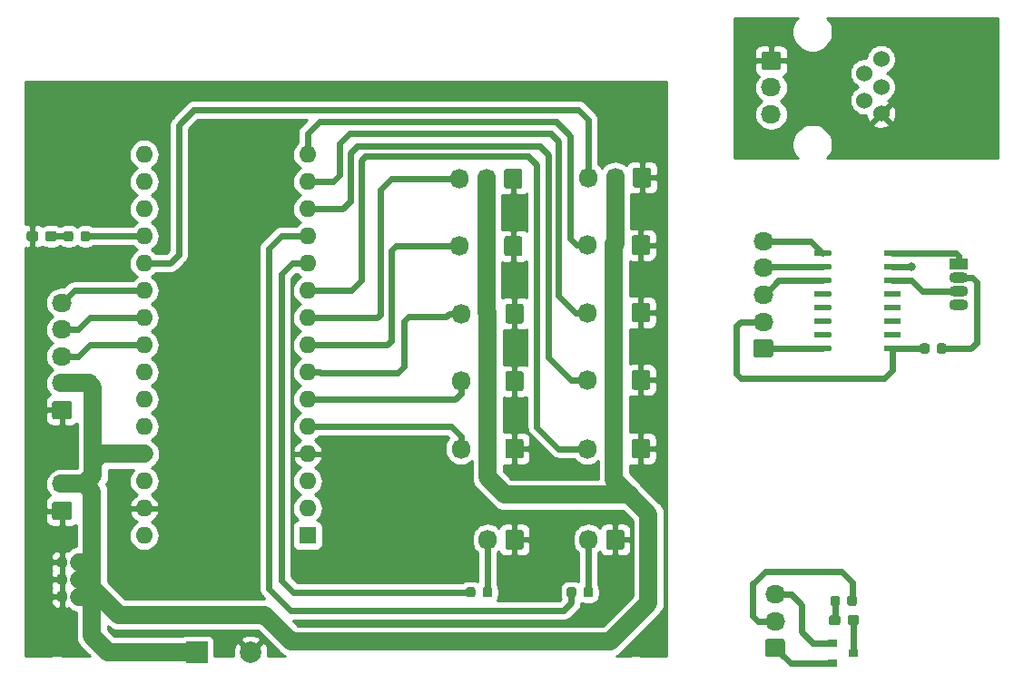
<source format=gbr>
G04 #@! TF.GenerationSoftware,KiCad,Pcbnew,(5.1.4)-1*
G04 #@! TF.CreationDate,2019-11-14T13:23:43+09:00*
G04 #@! TF.ProjectId,BT_speaker,42545f73-7065-4616-9b65-722e6b696361,rev?*
G04 #@! TF.SameCoordinates,Original*
G04 #@! TF.FileFunction,Copper,L1,Top*
G04 #@! TF.FilePolarity,Positive*
%FSLAX46Y46*%
G04 Gerber Fmt 4.6, Leading zero omitted, Abs format (unit mm)*
G04 Created by KiCad (PCBNEW (5.1.4)-1) date 2019-11-14 13:23:43*
%MOMM*%
%LPD*%
G04 APERTURE LIST*
%ADD10R,0.900000X0.800000*%
%ADD11O,1.850000X1.700000*%
%ADD12C,0.100000*%
%ADD13C,1.700000*%
%ADD14R,1.600000X1.600000*%
%ADD15O,1.600000X1.600000*%
%ADD16R,2.000000X2.000000*%
%ADD17C,2.000000*%
%ADD18C,0.875000*%
%ADD19C,0.950000*%
%ADD20O,1.700000X1.850000*%
%ADD21C,1.524000*%
%ADD22C,0.550000*%
%ADD23R,1.800000X1.070000*%
%ADD24O,1.800000X1.070000*%
%ADD25C,0.800000*%
%ADD26C,0.600000*%
%ADD27C,1.700000*%
%ADD28C,0.254000*%
G04 APERTURE END LIST*
D10*
X122350000Y-106500000D03*
X120350000Y-107450000D03*
X120350000Y-105550000D03*
D11*
X48500000Y-73800000D03*
X48500000Y-76300000D03*
X48500000Y-78800000D03*
X48500000Y-81300000D03*
D12*
G36*
X49199504Y-82951204D02*
G01*
X49223773Y-82954804D01*
X49247571Y-82960765D01*
X49270671Y-82969030D01*
X49292849Y-82979520D01*
X49313893Y-82992133D01*
X49333598Y-83006747D01*
X49351777Y-83023223D01*
X49368253Y-83041402D01*
X49382867Y-83061107D01*
X49395480Y-83082151D01*
X49405970Y-83104329D01*
X49414235Y-83127429D01*
X49420196Y-83151227D01*
X49423796Y-83175496D01*
X49425000Y-83200000D01*
X49425000Y-84400000D01*
X49423796Y-84424504D01*
X49420196Y-84448773D01*
X49414235Y-84472571D01*
X49405970Y-84495671D01*
X49395480Y-84517849D01*
X49382867Y-84538893D01*
X49368253Y-84558598D01*
X49351777Y-84576777D01*
X49333598Y-84593253D01*
X49313893Y-84607867D01*
X49292849Y-84620480D01*
X49270671Y-84630970D01*
X49247571Y-84639235D01*
X49223773Y-84645196D01*
X49199504Y-84648796D01*
X49175000Y-84650000D01*
X47825000Y-84650000D01*
X47800496Y-84648796D01*
X47776227Y-84645196D01*
X47752429Y-84639235D01*
X47729329Y-84630970D01*
X47707151Y-84620480D01*
X47686107Y-84607867D01*
X47666402Y-84593253D01*
X47648223Y-84576777D01*
X47631747Y-84558598D01*
X47617133Y-84538893D01*
X47604520Y-84517849D01*
X47594030Y-84495671D01*
X47585765Y-84472571D01*
X47579804Y-84448773D01*
X47576204Y-84424504D01*
X47575000Y-84400000D01*
X47575000Y-83200000D01*
X47576204Y-83175496D01*
X47579804Y-83151227D01*
X47585765Y-83127429D01*
X47594030Y-83104329D01*
X47604520Y-83082151D01*
X47617133Y-83061107D01*
X47631747Y-83041402D01*
X47648223Y-83023223D01*
X47666402Y-83006747D01*
X47686107Y-82992133D01*
X47707151Y-82979520D01*
X47729329Y-82969030D01*
X47752429Y-82960765D01*
X47776227Y-82954804D01*
X47800496Y-82951204D01*
X47825000Y-82950000D01*
X49175000Y-82950000D01*
X49199504Y-82951204D01*
X49199504Y-82951204D01*
G37*
D13*
X48500000Y-83800000D03*
D14*
X71400000Y-95500000D03*
D15*
X56160000Y-62480000D03*
X71400000Y-92960000D03*
X56160000Y-65020000D03*
X71400000Y-90420000D03*
X56160000Y-67560000D03*
X71400000Y-87880000D03*
X56160000Y-70100000D03*
X71400000Y-85340000D03*
X56160000Y-72640000D03*
X71400000Y-82800000D03*
X56160000Y-75180000D03*
X71400000Y-80260000D03*
X56160000Y-77720000D03*
X71400000Y-77720000D03*
X56160000Y-80260000D03*
X71400000Y-75180000D03*
X56160000Y-82800000D03*
X71400000Y-72640000D03*
X56160000Y-85340000D03*
X71400000Y-70100000D03*
X56160000Y-87880000D03*
X71400000Y-67560000D03*
X56160000Y-90420000D03*
X71400000Y-65020000D03*
X56160000Y-92960000D03*
X71400000Y-62480000D03*
X56160000Y-95500000D03*
X71400000Y-59940000D03*
X56160000Y-59940000D03*
D16*
X61100000Y-106400000D03*
D17*
X66100000Y-106400000D03*
D12*
G36*
X50327691Y-99126053D02*
G01*
X50348926Y-99129203D01*
X50369750Y-99134419D01*
X50389962Y-99141651D01*
X50409368Y-99150830D01*
X50427781Y-99161866D01*
X50445024Y-99174654D01*
X50460930Y-99189070D01*
X50475346Y-99204976D01*
X50488134Y-99222219D01*
X50499170Y-99240632D01*
X50508349Y-99260038D01*
X50515581Y-99280250D01*
X50520797Y-99301074D01*
X50523947Y-99322309D01*
X50525000Y-99343750D01*
X50525000Y-99856250D01*
X50523947Y-99877691D01*
X50520797Y-99898926D01*
X50515581Y-99919750D01*
X50508349Y-99939962D01*
X50499170Y-99959368D01*
X50488134Y-99977781D01*
X50475346Y-99995024D01*
X50460930Y-100010930D01*
X50445024Y-100025346D01*
X50427781Y-100038134D01*
X50409368Y-100049170D01*
X50389962Y-100058349D01*
X50369750Y-100065581D01*
X50348926Y-100070797D01*
X50327691Y-100073947D01*
X50306250Y-100075000D01*
X49868750Y-100075000D01*
X49847309Y-100073947D01*
X49826074Y-100070797D01*
X49805250Y-100065581D01*
X49785038Y-100058349D01*
X49765632Y-100049170D01*
X49747219Y-100038134D01*
X49729976Y-100025346D01*
X49714070Y-100010930D01*
X49699654Y-99995024D01*
X49686866Y-99977781D01*
X49675830Y-99959368D01*
X49666651Y-99939962D01*
X49659419Y-99919750D01*
X49654203Y-99898926D01*
X49651053Y-99877691D01*
X49650000Y-99856250D01*
X49650000Y-99343750D01*
X49651053Y-99322309D01*
X49654203Y-99301074D01*
X49659419Y-99280250D01*
X49666651Y-99260038D01*
X49675830Y-99240632D01*
X49686866Y-99222219D01*
X49699654Y-99204976D01*
X49714070Y-99189070D01*
X49729976Y-99174654D01*
X49747219Y-99161866D01*
X49765632Y-99150830D01*
X49785038Y-99141651D01*
X49805250Y-99134419D01*
X49826074Y-99129203D01*
X49847309Y-99126053D01*
X49868750Y-99125000D01*
X50306250Y-99125000D01*
X50327691Y-99126053D01*
X50327691Y-99126053D01*
G37*
D18*
X50087500Y-99600000D03*
D12*
G36*
X48752691Y-99126053D02*
G01*
X48773926Y-99129203D01*
X48794750Y-99134419D01*
X48814962Y-99141651D01*
X48834368Y-99150830D01*
X48852781Y-99161866D01*
X48870024Y-99174654D01*
X48885930Y-99189070D01*
X48900346Y-99204976D01*
X48913134Y-99222219D01*
X48924170Y-99240632D01*
X48933349Y-99260038D01*
X48940581Y-99280250D01*
X48945797Y-99301074D01*
X48948947Y-99322309D01*
X48950000Y-99343750D01*
X48950000Y-99856250D01*
X48948947Y-99877691D01*
X48945797Y-99898926D01*
X48940581Y-99919750D01*
X48933349Y-99939962D01*
X48924170Y-99959368D01*
X48913134Y-99977781D01*
X48900346Y-99995024D01*
X48885930Y-100010930D01*
X48870024Y-100025346D01*
X48852781Y-100038134D01*
X48834368Y-100049170D01*
X48814962Y-100058349D01*
X48794750Y-100065581D01*
X48773926Y-100070797D01*
X48752691Y-100073947D01*
X48731250Y-100075000D01*
X48293750Y-100075000D01*
X48272309Y-100073947D01*
X48251074Y-100070797D01*
X48230250Y-100065581D01*
X48210038Y-100058349D01*
X48190632Y-100049170D01*
X48172219Y-100038134D01*
X48154976Y-100025346D01*
X48139070Y-100010930D01*
X48124654Y-99995024D01*
X48111866Y-99977781D01*
X48100830Y-99959368D01*
X48091651Y-99939962D01*
X48084419Y-99919750D01*
X48079203Y-99898926D01*
X48076053Y-99877691D01*
X48075000Y-99856250D01*
X48075000Y-99343750D01*
X48076053Y-99322309D01*
X48079203Y-99301074D01*
X48084419Y-99280250D01*
X48091651Y-99260038D01*
X48100830Y-99240632D01*
X48111866Y-99222219D01*
X48124654Y-99204976D01*
X48139070Y-99189070D01*
X48154976Y-99174654D01*
X48172219Y-99161866D01*
X48190632Y-99150830D01*
X48210038Y-99141651D01*
X48230250Y-99134419D01*
X48251074Y-99129203D01*
X48272309Y-99126053D01*
X48293750Y-99125000D01*
X48731250Y-99125000D01*
X48752691Y-99126053D01*
X48752691Y-99126053D01*
G37*
D18*
X48512500Y-99600000D03*
D12*
G36*
X48752691Y-100726053D02*
G01*
X48773926Y-100729203D01*
X48794750Y-100734419D01*
X48814962Y-100741651D01*
X48834368Y-100750830D01*
X48852781Y-100761866D01*
X48870024Y-100774654D01*
X48885930Y-100789070D01*
X48900346Y-100804976D01*
X48913134Y-100822219D01*
X48924170Y-100840632D01*
X48933349Y-100860038D01*
X48940581Y-100880250D01*
X48945797Y-100901074D01*
X48948947Y-100922309D01*
X48950000Y-100943750D01*
X48950000Y-101456250D01*
X48948947Y-101477691D01*
X48945797Y-101498926D01*
X48940581Y-101519750D01*
X48933349Y-101539962D01*
X48924170Y-101559368D01*
X48913134Y-101577781D01*
X48900346Y-101595024D01*
X48885930Y-101610930D01*
X48870024Y-101625346D01*
X48852781Y-101638134D01*
X48834368Y-101649170D01*
X48814962Y-101658349D01*
X48794750Y-101665581D01*
X48773926Y-101670797D01*
X48752691Y-101673947D01*
X48731250Y-101675000D01*
X48293750Y-101675000D01*
X48272309Y-101673947D01*
X48251074Y-101670797D01*
X48230250Y-101665581D01*
X48210038Y-101658349D01*
X48190632Y-101649170D01*
X48172219Y-101638134D01*
X48154976Y-101625346D01*
X48139070Y-101610930D01*
X48124654Y-101595024D01*
X48111866Y-101577781D01*
X48100830Y-101559368D01*
X48091651Y-101539962D01*
X48084419Y-101519750D01*
X48079203Y-101498926D01*
X48076053Y-101477691D01*
X48075000Y-101456250D01*
X48075000Y-100943750D01*
X48076053Y-100922309D01*
X48079203Y-100901074D01*
X48084419Y-100880250D01*
X48091651Y-100860038D01*
X48100830Y-100840632D01*
X48111866Y-100822219D01*
X48124654Y-100804976D01*
X48139070Y-100789070D01*
X48154976Y-100774654D01*
X48172219Y-100761866D01*
X48190632Y-100750830D01*
X48210038Y-100741651D01*
X48230250Y-100734419D01*
X48251074Y-100729203D01*
X48272309Y-100726053D01*
X48293750Y-100725000D01*
X48731250Y-100725000D01*
X48752691Y-100726053D01*
X48752691Y-100726053D01*
G37*
D18*
X48512500Y-101200000D03*
D12*
G36*
X50327691Y-100726053D02*
G01*
X50348926Y-100729203D01*
X50369750Y-100734419D01*
X50389962Y-100741651D01*
X50409368Y-100750830D01*
X50427781Y-100761866D01*
X50445024Y-100774654D01*
X50460930Y-100789070D01*
X50475346Y-100804976D01*
X50488134Y-100822219D01*
X50499170Y-100840632D01*
X50508349Y-100860038D01*
X50515581Y-100880250D01*
X50520797Y-100901074D01*
X50523947Y-100922309D01*
X50525000Y-100943750D01*
X50525000Y-101456250D01*
X50523947Y-101477691D01*
X50520797Y-101498926D01*
X50515581Y-101519750D01*
X50508349Y-101539962D01*
X50499170Y-101559368D01*
X50488134Y-101577781D01*
X50475346Y-101595024D01*
X50460930Y-101610930D01*
X50445024Y-101625346D01*
X50427781Y-101638134D01*
X50409368Y-101649170D01*
X50389962Y-101658349D01*
X50369750Y-101665581D01*
X50348926Y-101670797D01*
X50327691Y-101673947D01*
X50306250Y-101675000D01*
X49868750Y-101675000D01*
X49847309Y-101673947D01*
X49826074Y-101670797D01*
X49805250Y-101665581D01*
X49785038Y-101658349D01*
X49765632Y-101649170D01*
X49747219Y-101638134D01*
X49729976Y-101625346D01*
X49714070Y-101610930D01*
X49699654Y-101595024D01*
X49686866Y-101577781D01*
X49675830Y-101559368D01*
X49666651Y-101539962D01*
X49659419Y-101519750D01*
X49654203Y-101498926D01*
X49651053Y-101477691D01*
X49650000Y-101456250D01*
X49650000Y-100943750D01*
X49651053Y-100922309D01*
X49654203Y-100901074D01*
X49659419Y-100880250D01*
X49666651Y-100860038D01*
X49675830Y-100840632D01*
X49686866Y-100822219D01*
X49699654Y-100804976D01*
X49714070Y-100789070D01*
X49729976Y-100774654D01*
X49747219Y-100761866D01*
X49765632Y-100750830D01*
X49785038Y-100741651D01*
X49805250Y-100734419D01*
X49826074Y-100729203D01*
X49847309Y-100726053D01*
X49868750Y-100725000D01*
X50306250Y-100725000D01*
X50327691Y-100726053D01*
X50327691Y-100726053D01*
G37*
D18*
X50087500Y-101200000D03*
D12*
G36*
X50327691Y-97531054D02*
G01*
X50348926Y-97534204D01*
X50369750Y-97539420D01*
X50389962Y-97546652D01*
X50409368Y-97555831D01*
X50427781Y-97566867D01*
X50445024Y-97579655D01*
X50460930Y-97594071D01*
X50475346Y-97609977D01*
X50488134Y-97627220D01*
X50499170Y-97645633D01*
X50508349Y-97665039D01*
X50515581Y-97685251D01*
X50520797Y-97706075D01*
X50523947Y-97727310D01*
X50525000Y-97748751D01*
X50525000Y-98261251D01*
X50523947Y-98282692D01*
X50520797Y-98303927D01*
X50515581Y-98324751D01*
X50508349Y-98344963D01*
X50499170Y-98364369D01*
X50488134Y-98382782D01*
X50475346Y-98400025D01*
X50460930Y-98415931D01*
X50445024Y-98430347D01*
X50427781Y-98443135D01*
X50409368Y-98454171D01*
X50389962Y-98463350D01*
X50369750Y-98470582D01*
X50348926Y-98475798D01*
X50327691Y-98478948D01*
X50306250Y-98480001D01*
X49868750Y-98480001D01*
X49847309Y-98478948D01*
X49826074Y-98475798D01*
X49805250Y-98470582D01*
X49785038Y-98463350D01*
X49765632Y-98454171D01*
X49747219Y-98443135D01*
X49729976Y-98430347D01*
X49714070Y-98415931D01*
X49699654Y-98400025D01*
X49686866Y-98382782D01*
X49675830Y-98364369D01*
X49666651Y-98344963D01*
X49659419Y-98324751D01*
X49654203Y-98303927D01*
X49651053Y-98282692D01*
X49650000Y-98261251D01*
X49650000Y-97748751D01*
X49651053Y-97727310D01*
X49654203Y-97706075D01*
X49659419Y-97685251D01*
X49666651Y-97665039D01*
X49675830Y-97645633D01*
X49686866Y-97627220D01*
X49699654Y-97609977D01*
X49714070Y-97594071D01*
X49729976Y-97579655D01*
X49747219Y-97566867D01*
X49765632Y-97555831D01*
X49785038Y-97546652D01*
X49805250Y-97539420D01*
X49826074Y-97534204D01*
X49847309Y-97531054D01*
X49868750Y-97530001D01*
X50306250Y-97530001D01*
X50327691Y-97531054D01*
X50327691Y-97531054D01*
G37*
D18*
X50087500Y-98005001D03*
D12*
G36*
X48752691Y-97531054D02*
G01*
X48773926Y-97534204D01*
X48794750Y-97539420D01*
X48814962Y-97546652D01*
X48834368Y-97555831D01*
X48852781Y-97566867D01*
X48870024Y-97579655D01*
X48885930Y-97594071D01*
X48900346Y-97609977D01*
X48913134Y-97627220D01*
X48924170Y-97645633D01*
X48933349Y-97665039D01*
X48940581Y-97685251D01*
X48945797Y-97706075D01*
X48948947Y-97727310D01*
X48950000Y-97748751D01*
X48950000Y-98261251D01*
X48948947Y-98282692D01*
X48945797Y-98303927D01*
X48940581Y-98324751D01*
X48933349Y-98344963D01*
X48924170Y-98364369D01*
X48913134Y-98382782D01*
X48900346Y-98400025D01*
X48885930Y-98415931D01*
X48870024Y-98430347D01*
X48852781Y-98443135D01*
X48834368Y-98454171D01*
X48814962Y-98463350D01*
X48794750Y-98470582D01*
X48773926Y-98475798D01*
X48752691Y-98478948D01*
X48731250Y-98480001D01*
X48293750Y-98480001D01*
X48272309Y-98478948D01*
X48251074Y-98475798D01*
X48230250Y-98470582D01*
X48210038Y-98463350D01*
X48190632Y-98454171D01*
X48172219Y-98443135D01*
X48154976Y-98430347D01*
X48139070Y-98415931D01*
X48124654Y-98400025D01*
X48111866Y-98382782D01*
X48100830Y-98364369D01*
X48091651Y-98344963D01*
X48084419Y-98324751D01*
X48079203Y-98303927D01*
X48076053Y-98282692D01*
X48075000Y-98261251D01*
X48075000Y-97748751D01*
X48076053Y-97727310D01*
X48079203Y-97706075D01*
X48084419Y-97685251D01*
X48091651Y-97665039D01*
X48100830Y-97645633D01*
X48111866Y-97627220D01*
X48124654Y-97609977D01*
X48139070Y-97594071D01*
X48154976Y-97579655D01*
X48172219Y-97566867D01*
X48190632Y-97555831D01*
X48210038Y-97546652D01*
X48230250Y-97539420D01*
X48251074Y-97534204D01*
X48272309Y-97531054D01*
X48293750Y-97530001D01*
X48731250Y-97530001D01*
X48752691Y-97531054D01*
X48752691Y-97531054D01*
G37*
D18*
X48512500Y-98005001D03*
D12*
G36*
X46055780Y-67101144D02*
G01*
X46078835Y-67104563D01*
X46101444Y-67110227D01*
X46123388Y-67118079D01*
X46144458Y-67128044D01*
X46164449Y-67140026D01*
X46183169Y-67153910D01*
X46200439Y-67169562D01*
X46216091Y-67186832D01*
X46229975Y-67205552D01*
X46241957Y-67225543D01*
X46251922Y-67246613D01*
X46259774Y-67268557D01*
X46265438Y-67291166D01*
X46268857Y-67314221D01*
X46270001Y-67337500D01*
X46270001Y-67812500D01*
X46268857Y-67835779D01*
X46265438Y-67858834D01*
X46259774Y-67881443D01*
X46251922Y-67903387D01*
X46241957Y-67924457D01*
X46229975Y-67944448D01*
X46216091Y-67963168D01*
X46200439Y-67980438D01*
X46183169Y-67996090D01*
X46164449Y-68009974D01*
X46144458Y-68021956D01*
X46123388Y-68031921D01*
X46101444Y-68039773D01*
X46078835Y-68045437D01*
X46055780Y-68048856D01*
X46032501Y-68050000D01*
X45457501Y-68050000D01*
X45434222Y-68048856D01*
X45411167Y-68045437D01*
X45388558Y-68039773D01*
X45366614Y-68031921D01*
X45345544Y-68021956D01*
X45325553Y-68009974D01*
X45306833Y-67996090D01*
X45289563Y-67980438D01*
X45273911Y-67963168D01*
X45260027Y-67944448D01*
X45248045Y-67924457D01*
X45238080Y-67903387D01*
X45230228Y-67881443D01*
X45224564Y-67858834D01*
X45221145Y-67835779D01*
X45220001Y-67812500D01*
X45220001Y-67337500D01*
X45221145Y-67314221D01*
X45224564Y-67291166D01*
X45230228Y-67268557D01*
X45238080Y-67246613D01*
X45248045Y-67225543D01*
X45260027Y-67205552D01*
X45273911Y-67186832D01*
X45289563Y-67169562D01*
X45306833Y-67153910D01*
X45325553Y-67140026D01*
X45345544Y-67128044D01*
X45366614Y-67118079D01*
X45388558Y-67110227D01*
X45411167Y-67104563D01*
X45434222Y-67101144D01*
X45457501Y-67100000D01*
X46032501Y-67100000D01*
X46055780Y-67101144D01*
X46055780Y-67101144D01*
G37*
D19*
X45745001Y-67575000D03*
D12*
G36*
X47805780Y-67101144D02*
G01*
X47828835Y-67104563D01*
X47851444Y-67110227D01*
X47873388Y-67118079D01*
X47894458Y-67128044D01*
X47914449Y-67140026D01*
X47933169Y-67153910D01*
X47950439Y-67169562D01*
X47966091Y-67186832D01*
X47979975Y-67205552D01*
X47991957Y-67225543D01*
X48001922Y-67246613D01*
X48009774Y-67268557D01*
X48015438Y-67291166D01*
X48018857Y-67314221D01*
X48020001Y-67337500D01*
X48020001Y-67812500D01*
X48018857Y-67835779D01*
X48015438Y-67858834D01*
X48009774Y-67881443D01*
X48001922Y-67903387D01*
X47991957Y-67924457D01*
X47979975Y-67944448D01*
X47966091Y-67963168D01*
X47950439Y-67980438D01*
X47933169Y-67996090D01*
X47914449Y-68009974D01*
X47894458Y-68021956D01*
X47873388Y-68031921D01*
X47851444Y-68039773D01*
X47828835Y-68045437D01*
X47805780Y-68048856D01*
X47782501Y-68050000D01*
X47207501Y-68050000D01*
X47184222Y-68048856D01*
X47161167Y-68045437D01*
X47138558Y-68039773D01*
X47116614Y-68031921D01*
X47095544Y-68021956D01*
X47075553Y-68009974D01*
X47056833Y-67996090D01*
X47039563Y-67980438D01*
X47023911Y-67963168D01*
X47010027Y-67944448D01*
X46998045Y-67924457D01*
X46988080Y-67903387D01*
X46980228Y-67881443D01*
X46974564Y-67858834D01*
X46971145Y-67835779D01*
X46970001Y-67812500D01*
X46970001Y-67337500D01*
X46971145Y-67314221D01*
X46974564Y-67291166D01*
X46980228Y-67268557D01*
X46988080Y-67246613D01*
X46998045Y-67225543D01*
X47010027Y-67205552D01*
X47023911Y-67186832D01*
X47039563Y-67169562D01*
X47056833Y-67153910D01*
X47075553Y-67140026D01*
X47095544Y-67128044D01*
X47116614Y-67118079D01*
X47138558Y-67110227D01*
X47161167Y-67104563D01*
X47184222Y-67101144D01*
X47207501Y-67100000D01*
X47782501Y-67100000D01*
X47805780Y-67101144D01*
X47805780Y-67101144D01*
G37*
D19*
X47495001Y-67575000D03*
D12*
G36*
X120885779Y-102926144D02*
G01*
X120908834Y-102929563D01*
X120931443Y-102935227D01*
X120953387Y-102943079D01*
X120974457Y-102953044D01*
X120994448Y-102965026D01*
X121013168Y-102978910D01*
X121030438Y-102994562D01*
X121046090Y-103011832D01*
X121059974Y-103030552D01*
X121071956Y-103050543D01*
X121081921Y-103071613D01*
X121089773Y-103093557D01*
X121095437Y-103116166D01*
X121098856Y-103139221D01*
X121100000Y-103162500D01*
X121100000Y-103637500D01*
X121098856Y-103660779D01*
X121095437Y-103683834D01*
X121089773Y-103706443D01*
X121081921Y-103728387D01*
X121071956Y-103749457D01*
X121059974Y-103769448D01*
X121046090Y-103788168D01*
X121030438Y-103805438D01*
X121013168Y-103821090D01*
X120994448Y-103834974D01*
X120974457Y-103846956D01*
X120953387Y-103856921D01*
X120931443Y-103864773D01*
X120908834Y-103870437D01*
X120885779Y-103873856D01*
X120862500Y-103875000D01*
X120287500Y-103875000D01*
X120264221Y-103873856D01*
X120241166Y-103870437D01*
X120218557Y-103864773D01*
X120196613Y-103856921D01*
X120175543Y-103846956D01*
X120155552Y-103834974D01*
X120136832Y-103821090D01*
X120119562Y-103805438D01*
X120103910Y-103788168D01*
X120090026Y-103769448D01*
X120078044Y-103749457D01*
X120068079Y-103728387D01*
X120060227Y-103706443D01*
X120054563Y-103683834D01*
X120051144Y-103660779D01*
X120050000Y-103637500D01*
X120050000Y-103162500D01*
X120051144Y-103139221D01*
X120054563Y-103116166D01*
X120060227Y-103093557D01*
X120068079Y-103071613D01*
X120078044Y-103050543D01*
X120090026Y-103030552D01*
X120103910Y-103011832D01*
X120119562Y-102994562D01*
X120136832Y-102978910D01*
X120155552Y-102965026D01*
X120175543Y-102953044D01*
X120196613Y-102943079D01*
X120218557Y-102935227D01*
X120241166Y-102929563D01*
X120264221Y-102926144D01*
X120287500Y-102925000D01*
X120862500Y-102925000D01*
X120885779Y-102926144D01*
X120885779Y-102926144D01*
G37*
D19*
X120575000Y-103400000D03*
D12*
G36*
X122635779Y-102926144D02*
G01*
X122658834Y-102929563D01*
X122681443Y-102935227D01*
X122703387Y-102943079D01*
X122724457Y-102953044D01*
X122744448Y-102965026D01*
X122763168Y-102978910D01*
X122780438Y-102994562D01*
X122796090Y-103011832D01*
X122809974Y-103030552D01*
X122821956Y-103050543D01*
X122831921Y-103071613D01*
X122839773Y-103093557D01*
X122845437Y-103116166D01*
X122848856Y-103139221D01*
X122850000Y-103162500D01*
X122850000Y-103637500D01*
X122848856Y-103660779D01*
X122845437Y-103683834D01*
X122839773Y-103706443D01*
X122831921Y-103728387D01*
X122821956Y-103749457D01*
X122809974Y-103769448D01*
X122796090Y-103788168D01*
X122780438Y-103805438D01*
X122763168Y-103821090D01*
X122744448Y-103834974D01*
X122724457Y-103846956D01*
X122703387Y-103856921D01*
X122681443Y-103864773D01*
X122658834Y-103870437D01*
X122635779Y-103873856D01*
X122612500Y-103875000D01*
X122037500Y-103875000D01*
X122014221Y-103873856D01*
X121991166Y-103870437D01*
X121968557Y-103864773D01*
X121946613Y-103856921D01*
X121925543Y-103846956D01*
X121905552Y-103834974D01*
X121886832Y-103821090D01*
X121869562Y-103805438D01*
X121853910Y-103788168D01*
X121840026Y-103769448D01*
X121828044Y-103749457D01*
X121818079Y-103728387D01*
X121810227Y-103706443D01*
X121804563Y-103683834D01*
X121801144Y-103660779D01*
X121800000Y-103637500D01*
X121800000Y-103162500D01*
X121801144Y-103139221D01*
X121804563Y-103116166D01*
X121810227Y-103093557D01*
X121818079Y-103071613D01*
X121828044Y-103050543D01*
X121840026Y-103030552D01*
X121853910Y-103011832D01*
X121869562Y-102994562D01*
X121886832Y-102978910D01*
X121905552Y-102965026D01*
X121925543Y-102953044D01*
X121946613Y-102943079D01*
X121968557Y-102935227D01*
X121991166Y-102929563D01*
X122014221Y-102926144D01*
X122037500Y-102925000D01*
X122612500Y-102925000D01*
X122635779Y-102926144D01*
X122635779Y-102926144D01*
G37*
D19*
X122325000Y-103400000D03*
D12*
G36*
X49199504Y-92351204D02*
G01*
X49223773Y-92354804D01*
X49247571Y-92360765D01*
X49270671Y-92369030D01*
X49292849Y-92379520D01*
X49313893Y-92392133D01*
X49333598Y-92406747D01*
X49351777Y-92423223D01*
X49368253Y-92441402D01*
X49382867Y-92461107D01*
X49395480Y-92482151D01*
X49405970Y-92504329D01*
X49414235Y-92527429D01*
X49420196Y-92551227D01*
X49423796Y-92575496D01*
X49425000Y-92600000D01*
X49425000Y-93800000D01*
X49423796Y-93824504D01*
X49420196Y-93848773D01*
X49414235Y-93872571D01*
X49405970Y-93895671D01*
X49395480Y-93917849D01*
X49382867Y-93938893D01*
X49368253Y-93958598D01*
X49351777Y-93976777D01*
X49333598Y-93993253D01*
X49313893Y-94007867D01*
X49292849Y-94020480D01*
X49270671Y-94030970D01*
X49247571Y-94039235D01*
X49223773Y-94045196D01*
X49199504Y-94048796D01*
X49175000Y-94050000D01*
X47825000Y-94050000D01*
X47800496Y-94048796D01*
X47776227Y-94045196D01*
X47752429Y-94039235D01*
X47729329Y-94030970D01*
X47707151Y-94020480D01*
X47686107Y-94007867D01*
X47666402Y-93993253D01*
X47648223Y-93976777D01*
X47631747Y-93958598D01*
X47617133Y-93938893D01*
X47604520Y-93917849D01*
X47594030Y-93895671D01*
X47585765Y-93872571D01*
X47579804Y-93848773D01*
X47576204Y-93824504D01*
X47575000Y-93800000D01*
X47575000Y-92600000D01*
X47576204Y-92575496D01*
X47579804Y-92551227D01*
X47585765Y-92527429D01*
X47594030Y-92504329D01*
X47604520Y-92482151D01*
X47617133Y-92461107D01*
X47631747Y-92441402D01*
X47648223Y-92423223D01*
X47666402Y-92406747D01*
X47686107Y-92392133D01*
X47707151Y-92379520D01*
X47729329Y-92369030D01*
X47752429Y-92360765D01*
X47776227Y-92354804D01*
X47800496Y-92351204D01*
X47825000Y-92350000D01*
X49175000Y-92350000D01*
X49199504Y-92351204D01*
X49199504Y-92351204D01*
G37*
D13*
X48500000Y-93200000D03*
D11*
X48500000Y-90700000D03*
D20*
X85700000Y-87400000D03*
X88200000Y-87400000D03*
D12*
G36*
X91324504Y-86476204D02*
G01*
X91348773Y-86479804D01*
X91372571Y-86485765D01*
X91395671Y-86494030D01*
X91417849Y-86504520D01*
X91438893Y-86517133D01*
X91458598Y-86531747D01*
X91476777Y-86548223D01*
X91493253Y-86566402D01*
X91507867Y-86586107D01*
X91520480Y-86607151D01*
X91530970Y-86629329D01*
X91539235Y-86652429D01*
X91545196Y-86676227D01*
X91548796Y-86700496D01*
X91550000Y-86725000D01*
X91550000Y-88075000D01*
X91548796Y-88099504D01*
X91545196Y-88123773D01*
X91539235Y-88147571D01*
X91530970Y-88170671D01*
X91520480Y-88192849D01*
X91507867Y-88213893D01*
X91493253Y-88233598D01*
X91476777Y-88251777D01*
X91458598Y-88268253D01*
X91438893Y-88282867D01*
X91417849Y-88295480D01*
X91395671Y-88305970D01*
X91372571Y-88314235D01*
X91348773Y-88320196D01*
X91324504Y-88323796D01*
X91300000Y-88325000D01*
X90100000Y-88325000D01*
X90075496Y-88323796D01*
X90051227Y-88320196D01*
X90027429Y-88314235D01*
X90004329Y-88305970D01*
X89982151Y-88295480D01*
X89961107Y-88282867D01*
X89941402Y-88268253D01*
X89923223Y-88251777D01*
X89906747Y-88233598D01*
X89892133Y-88213893D01*
X89879520Y-88192849D01*
X89869030Y-88170671D01*
X89860765Y-88147571D01*
X89854804Y-88123773D01*
X89851204Y-88099504D01*
X89850000Y-88075000D01*
X89850000Y-86725000D01*
X89851204Y-86700496D01*
X89854804Y-86676227D01*
X89860765Y-86652429D01*
X89869030Y-86629329D01*
X89879520Y-86607151D01*
X89892133Y-86586107D01*
X89906747Y-86566402D01*
X89923223Y-86548223D01*
X89941402Y-86531747D01*
X89961107Y-86517133D01*
X89982151Y-86504520D01*
X90004329Y-86494030D01*
X90027429Y-86485765D01*
X90051227Y-86479804D01*
X90075496Y-86476204D01*
X90100000Y-86475000D01*
X91300000Y-86475000D01*
X91324504Y-86476204D01*
X91324504Y-86476204D01*
G37*
D13*
X90700000Y-87400000D03*
D12*
G36*
X91324504Y-80176204D02*
G01*
X91348773Y-80179804D01*
X91372571Y-80185765D01*
X91395671Y-80194030D01*
X91417849Y-80204520D01*
X91438893Y-80217133D01*
X91458598Y-80231747D01*
X91476777Y-80248223D01*
X91493253Y-80266402D01*
X91507867Y-80286107D01*
X91520480Y-80307151D01*
X91530970Y-80329329D01*
X91539235Y-80352429D01*
X91545196Y-80376227D01*
X91548796Y-80400496D01*
X91550000Y-80425000D01*
X91550000Y-81775000D01*
X91548796Y-81799504D01*
X91545196Y-81823773D01*
X91539235Y-81847571D01*
X91530970Y-81870671D01*
X91520480Y-81892849D01*
X91507867Y-81913893D01*
X91493253Y-81933598D01*
X91476777Y-81951777D01*
X91458598Y-81968253D01*
X91438893Y-81982867D01*
X91417849Y-81995480D01*
X91395671Y-82005970D01*
X91372571Y-82014235D01*
X91348773Y-82020196D01*
X91324504Y-82023796D01*
X91300000Y-82025000D01*
X90100000Y-82025000D01*
X90075496Y-82023796D01*
X90051227Y-82020196D01*
X90027429Y-82014235D01*
X90004329Y-82005970D01*
X89982151Y-81995480D01*
X89961107Y-81982867D01*
X89941402Y-81968253D01*
X89923223Y-81951777D01*
X89906747Y-81933598D01*
X89892133Y-81913893D01*
X89879520Y-81892849D01*
X89869030Y-81870671D01*
X89860765Y-81847571D01*
X89854804Y-81823773D01*
X89851204Y-81799504D01*
X89850000Y-81775000D01*
X89850000Y-80425000D01*
X89851204Y-80400496D01*
X89854804Y-80376227D01*
X89860765Y-80352429D01*
X89869030Y-80329329D01*
X89879520Y-80307151D01*
X89892133Y-80286107D01*
X89906747Y-80266402D01*
X89923223Y-80248223D01*
X89941402Y-80231747D01*
X89961107Y-80217133D01*
X89982151Y-80204520D01*
X90004329Y-80194030D01*
X90027429Y-80185765D01*
X90051227Y-80179804D01*
X90075496Y-80176204D01*
X90100000Y-80175000D01*
X91300000Y-80175000D01*
X91324504Y-80176204D01*
X91324504Y-80176204D01*
G37*
D13*
X90700000Y-81100000D03*
D20*
X88200000Y-81100000D03*
X85700000Y-81100000D03*
X85700000Y-74800000D03*
X88200000Y-74800000D03*
D12*
G36*
X91324504Y-73876204D02*
G01*
X91348773Y-73879804D01*
X91372571Y-73885765D01*
X91395671Y-73894030D01*
X91417849Y-73904520D01*
X91438893Y-73917133D01*
X91458598Y-73931747D01*
X91476777Y-73948223D01*
X91493253Y-73966402D01*
X91507867Y-73986107D01*
X91520480Y-74007151D01*
X91530970Y-74029329D01*
X91539235Y-74052429D01*
X91545196Y-74076227D01*
X91548796Y-74100496D01*
X91550000Y-74125000D01*
X91550000Y-75475000D01*
X91548796Y-75499504D01*
X91545196Y-75523773D01*
X91539235Y-75547571D01*
X91530970Y-75570671D01*
X91520480Y-75592849D01*
X91507867Y-75613893D01*
X91493253Y-75633598D01*
X91476777Y-75651777D01*
X91458598Y-75668253D01*
X91438893Y-75682867D01*
X91417849Y-75695480D01*
X91395671Y-75705970D01*
X91372571Y-75714235D01*
X91348773Y-75720196D01*
X91324504Y-75723796D01*
X91300000Y-75725000D01*
X90100000Y-75725000D01*
X90075496Y-75723796D01*
X90051227Y-75720196D01*
X90027429Y-75714235D01*
X90004329Y-75705970D01*
X89982151Y-75695480D01*
X89961107Y-75682867D01*
X89941402Y-75668253D01*
X89923223Y-75651777D01*
X89906747Y-75633598D01*
X89892133Y-75613893D01*
X89879520Y-75592849D01*
X89869030Y-75570671D01*
X89860765Y-75547571D01*
X89854804Y-75523773D01*
X89851204Y-75499504D01*
X89850000Y-75475000D01*
X89850000Y-74125000D01*
X89851204Y-74100496D01*
X89854804Y-74076227D01*
X89860765Y-74052429D01*
X89869030Y-74029329D01*
X89879520Y-74007151D01*
X89892133Y-73986107D01*
X89906747Y-73966402D01*
X89923223Y-73948223D01*
X89941402Y-73931747D01*
X89961107Y-73917133D01*
X89982151Y-73904520D01*
X90004329Y-73894030D01*
X90027429Y-73885765D01*
X90051227Y-73879804D01*
X90075496Y-73876204D01*
X90100000Y-73875000D01*
X91300000Y-73875000D01*
X91324504Y-73876204D01*
X91324504Y-73876204D01*
G37*
D13*
X90700000Y-74800000D03*
D20*
X97600000Y-95900000D03*
D12*
G36*
X100724504Y-94976204D02*
G01*
X100748773Y-94979804D01*
X100772571Y-94985765D01*
X100795671Y-94994030D01*
X100817849Y-95004520D01*
X100838893Y-95017133D01*
X100858598Y-95031747D01*
X100876777Y-95048223D01*
X100893253Y-95066402D01*
X100907867Y-95086107D01*
X100920480Y-95107151D01*
X100930970Y-95129329D01*
X100939235Y-95152429D01*
X100945196Y-95176227D01*
X100948796Y-95200496D01*
X100950000Y-95225000D01*
X100950000Y-96575000D01*
X100948796Y-96599504D01*
X100945196Y-96623773D01*
X100939235Y-96647571D01*
X100930970Y-96670671D01*
X100920480Y-96692849D01*
X100907867Y-96713893D01*
X100893253Y-96733598D01*
X100876777Y-96751777D01*
X100858598Y-96768253D01*
X100838893Y-96782867D01*
X100817849Y-96795480D01*
X100795671Y-96805970D01*
X100772571Y-96814235D01*
X100748773Y-96820196D01*
X100724504Y-96823796D01*
X100700000Y-96825000D01*
X99500000Y-96825000D01*
X99475496Y-96823796D01*
X99451227Y-96820196D01*
X99427429Y-96814235D01*
X99404329Y-96805970D01*
X99382151Y-96795480D01*
X99361107Y-96782867D01*
X99341402Y-96768253D01*
X99323223Y-96751777D01*
X99306747Y-96733598D01*
X99292133Y-96713893D01*
X99279520Y-96692849D01*
X99269030Y-96670671D01*
X99260765Y-96647571D01*
X99254804Y-96623773D01*
X99251204Y-96599504D01*
X99250000Y-96575000D01*
X99250000Y-95225000D01*
X99251204Y-95200496D01*
X99254804Y-95176227D01*
X99260765Y-95152429D01*
X99269030Y-95129329D01*
X99279520Y-95107151D01*
X99292133Y-95086107D01*
X99306747Y-95066402D01*
X99323223Y-95048223D01*
X99341402Y-95031747D01*
X99361107Y-95017133D01*
X99382151Y-95004520D01*
X99404329Y-94994030D01*
X99427429Y-94985765D01*
X99451227Y-94979804D01*
X99475496Y-94976204D01*
X99500000Y-94975000D01*
X100700000Y-94975000D01*
X100724504Y-94976204D01*
X100724504Y-94976204D01*
G37*
D13*
X100100000Y-95900000D03*
D12*
G36*
X103224504Y-61176204D02*
G01*
X103248773Y-61179804D01*
X103272571Y-61185765D01*
X103295671Y-61194030D01*
X103317849Y-61204520D01*
X103338893Y-61217133D01*
X103358598Y-61231747D01*
X103376777Y-61248223D01*
X103393253Y-61266402D01*
X103407867Y-61286107D01*
X103420480Y-61307151D01*
X103430970Y-61329329D01*
X103439235Y-61352429D01*
X103445196Y-61376227D01*
X103448796Y-61400496D01*
X103450000Y-61425000D01*
X103450000Y-62775000D01*
X103448796Y-62799504D01*
X103445196Y-62823773D01*
X103439235Y-62847571D01*
X103430970Y-62870671D01*
X103420480Y-62892849D01*
X103407867Y-62913893D01*
X103393253Y-62933598D01*
X103376777Y-62951777D01*
X103358598Y-62968253D01*
X103338893Y-62982867D01*
X103317849Y-62995480D01*
X103295671Y-63005970D01*
X103272571Y-63014235D01*
X103248773Y-63020196D01*
X103224504Y-63023796D01*
X103200000Y-63025000D01*
X102000000Y-63025000D01*
X101975496Y-63023796D01*
X101951227Y-63020196D01*
X101927429Y-63014235D01*
X101904329Y-63005970D01*
X101882151Y-62995480D01*
X101861107Y-62982867D01*
X101841402Y-62968253D01*
X101823223Y-62951777D01*
X101806747Y-62933598D01*
X101792133Y-62913893D01*
X101779520Y-62892849D01*
X101769030Y-62870671D01*
X101760765Y-62847571D01*
X101754804Y-62823773D01*
X101751204Y-62799504D01*
X101750000Y-62775000D01*
X101750000Y-61425000D01*
X101751204Y-61400496D01*
X101754804Y-61376227D01*
X101760765Y-61352429D01*
X101769030Y-61329329D01*
X101779520Y-61307151D01*
X101792133Y-61286107D01*
X101806747Y-61266402D01*
X101823223Y-61248223D01*
X101841402Y-61231747D01*
X101861107Y-61217133D01*
X101882151Y-61204520D01*
X101904329Y-61194030D01*
X101927429Y-61185765D01*
X101951227Y-61179804D01*
X101975496Y-61176204D01*
X102000000Y-61175000D01*
X103200000Y-61175000D01*
X103224504Y-61176204D01*
X103224504Y-61176204D01*
G37*
D13*
X102600000Y-62100000D03*
D20*
X100100000Y-62100000D03*
X97600000Y-62100000D03*
D11*
X114650000Y-56200000D03*
X114650000Y-53700000D03*
D12*
G36*
X115349504Y-50351204D02*
G01*
X115373773Y-50354804D01*
X115397571Y-50360765D01*
X115420671Y-50369030D01*
X115442849Y-50379520D01*
X115463893Y-50392133D01*
X115483598Y-50406747D01*
X115501777Y-50423223D01*
X115518253Y-50441402D01*
X115532867Y-50461107D01*
X115545480Y-50482151D01*
X115555970Y-50504329D01*
X115564235Y-50527429D01*
X115570196Y-50551227D01*
X115573796Y-50575496D01*
X115575000Y-50600000D01*
X115575000Y-51800000D01*
X115573796Y-51824504D01*
X115570196Y-51848773D01*
X115564235Y-51872571D01*
X115555970Y-51895671D01*
X115545480Y-51917849D01*
X115532867Y-51938893D01*
X115518253Y-51958598D01*
X115501777Y-51976777D01*
X115483598Y-51993253D01*
X115463893Y-52007867D01*
X115442849Y-52020480D01*
X115420671Y-52030970D01*
X115397571Y-52039235D01*
X115373773Y-52045196D01*
X115349504Y-52048796D01*
X115325000Y-52050000D01*
X113975000Y-52050000D01*
X113950496Y-52048796D01*
X113926227Y-52045196D01*
X113902429Y-52039235D01*
X113879329Y-52030970D01*
X113857151Y-52020480D01*
X113836107Y-52007867D01*
X113816402Y-51993253D01*
X113798223Y-51976777D01*
X113781747Y-51958598D01*
X113767133Y-51938893D01*
X113754520Y-51917849D01*
X113744030Y-51895671D01*
X113735765Y-51872571D01*
X113729804Y-51848773D01*
X113726204Y-51824504D01*
X113725000Y-51800000D01*
X113725000Y-50600000D01*
X113726204Y-50575496D01*
X113729804Y-50551227D01*
X113735765Y-50527429D01*
X113744030Y-50504329D01*
X113754520Y-50482151D01*
X113767133Y-50461107D01*
X113781747Y-50441402D01*
X113798223Y-50423223D01*
X113816402Y-50406747D01*
X113836107Y-50392133D01*
X113857151Y-50379520D01*
X113879329Y-50369030D01*
X113902429Y-50360765D01*
X113926227Y-50354804D01*
X113950496Y-50351204D01*
X113975000Y-50350000D01*
X115325000Y-50350000D01*
X115349504Y-50351204D01*
X115349504Y-50351204D01*
G37*
D13*
X114650000Y-51200000D03*
D12*
G36*
X114599504Y-77201204D02*
G01*
X114623773Y-77204804D01*
X114647571Y-77210765D01*
X114670671Y-77219030D01*
X114692849Y-77229520D01*
X114713893Y-77242133D01*
X114733598Y-77256747D01*
X114751777Y-77273223D01*
X114768253Y-77291402D01*
X114782867Y-77311107D01*
X114795480Y-77332151D01*
X114805970Y-77354329D01*
X114814235Y-77377429D01*
X114820196Y-77401227D01*
X114823796Y-77425496D01*
X114825000Y-77450000D01*
X114825000Y-78650000D01*
X114823796Y-78674504D01*
X114820196Y-78698773D01*
X114814235Y-78722571D01*
X114805970Y-78745671D01*
X114795480Y-78767849D01*
X114782867Y-78788893D01*
X114768253Y-78808598D01*
X114751777Y-78826777D01*
X114733598Y-78843253D01*
X114713893Y-78857867D01*
X114692849Y-78870480D01*
X114670671Y-78880970D01*
X114647571Y-78889235D01*
X114623773Y-78895196D01*
X114599504Y-78898796D01*
X114575000Y-78900000D01*
X113225000Y-78900000D01*
X113200496Y-78898796D01*
X113176227Y-78895196D01*
X113152429Y-78889235D01*
X113129329Y-78880970D01*
X113107151Y-78870480D01*
X113086107Y-78857867D01*
X113066402Y-78843253D01*
X113048223Y-78826777D01*
X113031747Y-78808598D01*
X113017133Y-78788893D01*
X113004520Y-78767849D01*
X112994030Y-78745671D01*
X112985765Y-78722571D01*
X112979804Y-78698773D01*
X112976204Y-78674504D01*
X112975000Y-78650000D01*
X112975000Y-77450000D01*
X112976204Y-77425496D01*
X112979804Y-77401227D01*
X112985765Y-77377429D01*
X112994030Y-77354329D01*
X113004520Y-77332151D01*
X113017133Y-77311107D01*
X113031747Y-77291402D01*
X113048223Y-77273223D01*
X113066402Y-77256747D01*
X113086107Y-77242133D01*
X113107151Y-77229520D01*
X113129329Y-77219030D01*
X113152429Y-77210765D01*
X113176227Y-77204804D01*
X113200496Y-77201204D01*
X113225000Y-77200000D01*
X114575000Y-77200000D01*
X114599504Y-77201204D01*
X114599504Y-77201204D01*
G37*
D13*
X113900000Y-78050000D03*
D11*
X113900000Y-75550000D03*
X113900000Y-73050000D03*
X113900000Y-70550000D03*
X113900000Y-68050000D03*
D12*
G36*
X115699504Y-105151204D02*
G01*
X115723773Y-105154804D01*
X115747571Y-105160765D01*
X115770671Y-105169030D01*
X115792849Y-105179520D01*
X115813893Y-105192133D01*
X115833598Y-105206747D01*
X115851777Y-105223223D01*
X115868253Y-105241402D01*
X115882867Y-105261107D01*
X115895480Y-105282151D01*
X115905970Y-105304329D01*
X115914235Y-105327429D01*
X115920196Y-105351227D01*
X115923796Y-105375496D01*
X115925000Y-105400000D01*
X115925000Y-106600000D01*
X115923796Y-106624504D01*
X115920196Y-106648773D01*
X115914235Y-106672571D01*
X115905970Y-106695671D01*
X115895480Y-106717849D01*
X115882867Y-106738893D01*
X115868253Y-106758598D01*
X115851777Y-106776777D01*
X115833598Y-106793253D01*
X115813893Y-106807867D01*
X115792849Y-106820480D01*
X115770671Y-106830970D01*
X115747571Y-106839235D01*
X115723773Y-106845196D01*
X115699504Y-106848796D01*
X115675000Y-106850000D01*
X114325000Y-106850000D01*
X114300496Y-106848796D01*
X114276227Y-106845196D01*
X114252429Y-106839235D01*
X114229329Y-106830970D01*
X114207151Y-106820480D01*
X114186107Y-106807867D01*
X114166402Y-106793253D01*
X114148223Y-106776777D01*
X114131747Y-106758598D01*
X114117133Y-106738893D01*
X114104520Y-106717849D01*
X114094030Y-106695671D01*
X114085765Y-106672571D01*
X114079804Y-106648773D01*
X114076204Y-106624504D01*
X114075000Y-106600000D01*
X114075000Y-105400000D01*
X114076204Y-105375496D01*
X114079804Y-105351227D01*
X114085765Y-105327429D01*
X114094030Y-105304329D01*
X114104520Y-105282151D01*
X114117133Y-105261107D01*
X114131747Y-105241402D01*
X114148223Y-105223223D01*
X114166402Y-105206747D01*
X114186107Y-105192133D01*
X114207151Y-105179520D01*
X114229329Y-105169030D01*
X114252429Y-105160765D01*
X114276227Y-105154804D01*
X114300496Y-105151204D01*
X114325000Y-105150000D01*
X115675000Y-105150000D01*
X115699504Y-105151204D01*
X115699504Y-105151204D01*
G37*
D13*
X115000000Y-106000000D03*
D11*
X115000000Y-103500000D03*
X115000000Y-101000000D03*
D12*
G36*
X91324504Y-94976204D02*
G01*
X91348773Y-94979804D01*
X91372571Y-94985765D01*
X91395671Y-94994030D01*
X91417849Y-95004520D01*
X91438893Y-95017133D01*
X91458598Y-95031747D01*
X91476777Y-95048223D01*
X91493253Y-95066402D01*
X91507867Y-95086107D01*
X91520480Y-95107151D01*
X91530970Y-95129329D01*
X91539235Y-95152429D01*
X91545196Y-95176227D01*
X91548796Y-95200496D01*
X91550000Y-95225000D01*
X91550000Y-96575000D01*
X91548796Y-96599504D01*
X91545196Y-96623773D01*
X91539235Y-96647571D01*
X91530970Y-96670671D01*
X91520480Y-96692849D01*
X91507867Y-96713893D01*
X91493253Y-96733598D01*
X91476777Y-96751777D01*
X91458598Y-96768253D01*
X91438893Y-96782867D01*
X91417849Y-96795480D01*
X91395671Y-96805970D01*
X91372571Y-96814235D01*
X91348773Y-96820196D01*
X91324504Y-96823796D01*
X91300000Y-96825000D01*
X90100000Y-96825000D01*
X90075496Y-96823796D01*
X90051227Y-96820196D01*
X90027429Y-96814235D01*
X90004329Y-96805970D01*
X89982151Y-96795480D01*
X89961107Y-96782867D01*
X89941402Y-96768253D01*
X89923223Y-96751777D01*
X89906747Y-96733598D01*
X89892133Y-96713893D01*
X89879520Y-96692849D01*
X89869030Y-96670671D01*
X89860765Y-96647571D01*
X89854804Y-96623773D01*
X89851204Y-96599504D01*
X89850000Y-96575000D01*
X89850000Y-95225000D01*
X89851204Y-95200496D01*
X89854804Y-95176227D01*
X89860765Y-95152429D01*
X89869030Y-95129329D01*
X89879520Y-95107151D01*
X89892133Y-95086107D01*
X89906747Y-95066402D01*
X89923223Y-95048223D01*
X89941402Y-95031747D01*
X89961107Y-95017133D01*
X89982151Y-95004520D01*
X90004329Y-94994030D01*
X90027429Y-94985765D01*
X90051227Y-94979804D01*
X90075496Y-94976204D01*
X90100000Y-94975000D01*
X91300000Y-94975000D01*
X91324504Y-94976204D01*
X91324504Y-94976204D01*
G37*
D13*
X90700000Y-95900000D03*
D20*
X88200000Y-95900000D03*
D12*
G36*
X88427691Y-100326053D02*
G01*
X88448926Y-100329203D01*
X88469750Y-100334419D01*
X88489962Y-100341651D01*
X88509368Y-100350830D01*
X88527781Y-100361866D01*
X88545024Y-100374654D01*
X88560930Y-100389070D01*
X88575346Y-100404976D01*
X88588134Y-100422219D01*
X88599170Y-100440632D01*
X88608349Y-100460038D01*
X88615581Y-100480250D01*
X88620797Y-100501074D01*
X88623947Y-100522309D01*
X88625000Y-100543750D01*
X88625000Y-101056250D01*
X88623947Y-101077691D01*
X88620797Y-101098926D01*
X88615581Y-101119750D01*
X88608349Y-101139962D01*
X88599170Y-101159368D01*
X88588134Y-101177781D01*
X88575346Y-101195024D01*
X88560930Y-101210930D01*
X88545024Y-101225346D01*
X88527781Y-101238134D01*
X88509368Y-101249170D01*
X88489962Y-101258349D01*
X88469750Y-101265581D01*
X88448926Y-101270797D01*
X88427691Y-101273947D01*
X88406250Y-101275000D01*
X87968750Y-101275000D01*
X87947309Y-101273947D01*
X87926074Y-101270797D01*
X87905250Y-101265581D01*
X87885038Y-101258349D01*
X87865632Y-101249170D01*
X87847219Y-101238134D01*
X87829976Y-101225346D01*
X87814070Y-101210930D01*
X87799654Y-101195024D01*
X87786866Y-101177781D01*
X87775830Y-101159368D01*
X87766651Y-101139962D01*
X87759419Y-101119750D01*
X87754203Y-101098926D01*
X87751053Y-101077691D01*
X87750000Y-101056250D01*
X87750000Y-100543750D01*
X87751053Y-100522309D01*
X87754203Y-100501074D01*
X87759419Y-100480250D01*
X87766651Y-100460038D01*
X87775830Y-100440632D01*
X87786866Y-100422219D01*
X87799654Y-100404976D01*
X87814070Y-100389070D01*
X87829976Y-100374654D01*
X87847219Y-100361866D01*
X87865632Y-100350830D01*
X87885038Y-100341651D01*
X87905250Y-100334419D01*
X87926074Y-100329203D01*
X87947309Y-100326053D01*
X87968750Y-100325000D01*
X88406250Y-100325000D01*
X88427691Y-100326053D01*
X88427691Y-100326053D01*
G37*
D18*
X88187500Y-100800000D03*
D12*
G36*
X86852691Y-100326053D02*
G01*
X86873926Y-100329203D01*
X86894750Y-100334419D01*
X86914962Y-100341651D01*
X86934368Y-100350830D01*
X86952781Y-100361866D01*
X86970024Y-100374654D01*
X86985930Y-100389070D01*
X87000346Y-100404976D01*
X87013134Y-100422219D01*
X87024170Y-100440632D01*
X87033349Y-100460038D01*
X87040581Y-100480250D01*
X87045797Y-100501074D01*
X87048947Y-100522309D01*
X87050000Y-100543750D01*
X87050000Y-101056250D01*
X87048947Y-101077691D01*
X87045797Y-101098926D01*
X87040581Y-101119750D01*
X87033349Y-101139962D01*
X87024170Y-101159368D01*
X87013134Y-101177781D01*
X87000346Y-101195024D01*
X86985930Y-101210930D01*
X86970024Y-101225346D01*
X86952781Y-101238134D01*
X86934368Y-101249170D01*
X86914962Y-101258349D01*
X86894750Y-101265581D01*
X86873926Y-101270797D01*
X86852691Y-101273947D01*
X86831250Y-101275000D01*
X86393750Y-101275000D01*
X86372309Y-101273947D01*
X86351074Y-101270797D01*
X86330250Y-101265581D01*
X86310038Y-101258349D01*
X86290632Y-101249170D01*
X86272219Y-101238134D01*
X86254976Y-101225346D01*
X86239070Y-101210930D01*
X86224654Y-101195024D01*
X86211866Y-101177781D01*
X86200830Y-101159368D01*
X86191651Y-101139962D01*
X86184419Y-101119750D01*
X86179203Y-101098926D01*
X86176053Y-101077691D01*
X86175000Y-101056250D01*
X86175000Y-100543750D01*
X86176053Y-100522309D01*
X86179203Y-100501074D01*
X86184419Y-100480250D01*
X86191651Y-100460038D01*
X86200830Y-100440632D01*
X86211866Y-100422219D01*
X86224654Y-100404976D01*
X86239070Y-100389070D01*
X86254976Y-100374654D01*
X86272219Y-100361866D01*
X86290632Y-100350830D01*
X86310038Y-100341651D01*
X86330250Y-100334419D01*
X86351074Y-100329203D01*
X86372309Y-100326053D01*
X86393750Y-100325000D01*
X86831250Y-100325000D01*
X86852691Y-100326053D01*
X86852691Y-100326053D01*
G37*
D18*
X86612500Y-100800000D03*
D12*
G36*
X49352691Y-67101053D02*
G01*
X49373926Y-67104203D01*
X49394750Y-67109419D01*
X49414962Y-67116651D01*
X49434368Y-67125830D01*
X49452781Y-67136866D01*
X49470024Y-67149654D01*
X49485930Y-67164070D01*
X49500346Y-67179976D01*
X49513134Y-67197219D01*
X49524170Y-67215632D01*
X49533349Y-67235038D01*
X49540581Y-67255250D01*
X49545797Y-67276074D01*
X49548947Y-67297309D01*
X49550000Y-67318750D01*
X49550000Y-67831250D01*
X49548947Y-67852691D01*
X49545797Y-67873926D01*
X49540581Y-67894750D01*
X49533349Y-67914962D01*
X49524170Y-67934368D01*
X49513134Y-67952781D01*
X49500346Y-67970024D01*
X49485930Y-67985930D01*
X49470024Y-68000346D01*
X49452781Y-68013134D01*
X49434368Y-68024170D01*
X49414962Y-68033349D01*
X49394750Y-68040581D01*
X49373926Y-68045797D01*
X49352691Y-68048947D01*
X49331250Y-68050000D01*
X48893750Y-68050000D01*
X48872309Y-68048947D01*
X48851074Y-68045797D01*
X48830250Y-68040581D01*
X48810038Y-68033349D01*
X48790632Y-68024170D01*
X48772219Y-68013134D01*
X48754976Y-68000346D01*
X48739070Y-67985930D01*
X48724654Y-67970024D01*
X48711866Y-67952781D01*
X48700830Y-67934368D01*
X48691651Y-67914962D01*
X48684419Y-67894750D01*
X48679203Y-67873926D01*
X48676053Y-67852691D01*
X48675000Y-67831250D01*
X48675000Y-67318750D01*
X48676053Y-67297309D01*
X48679203Y-67276074D01*
X48684419Y-67255250D01*
X48691651Y-67235038D01*
X48700830Y-67215632D01*
X48711866Y-67197219D01*
X48724654Y-67179976D01*
X48739070Y-67164070D01*
X48754976Y-67149654D01*
X48772219Y-67136866D01*
X48790632Y-67125830D01*
X48810038Y-67116651D01*
X48830250Y-67109419D01*
X48851074Y-67104203D01*
X48872309Y-67101053D01*
X48893750Y-67100000D01*
X49331250Y-67100000D01*
X49352691Y-67101053D01*
X49352691Y-67101053D01*
G37*
D18*
X49112500Y-67575000D03*
D12*
G36*
X50927691Y-67101053D02*
G01*
X50948926Y-67104203D01*
X50969750Y-67109419D01*
X50989962Y-67116651D01*
X51009368Y-67125830D01*
X51027781Y-67136866D01*
X51045024Y-67149654D01*
X51060930Y-67164070D01*
X51075346Y-67179976D01*
X51088134Y-67197219D01*
X51099170Y-67215632D01*
X51108349Y-67235038D01*
X51115581Y-67255250D01*
X51120797Y-67276074D01*
X51123947Y-67297309D01*
X51125000Y-67318750D01*
X51125000Y-67831250D01*
X51123947Y-67852691D01*
X51120797Y-67873926D01*
X51115581Y-67894750D01*
X51108349Y-67914962D01*
X51099170Y-67934368D01*
X51088134Y-67952781D01*
X51075346Y-67970024D01*
X51060930Y-67985930D01*
X51045024Y-68000346D01*
X51027781Y-68013134D01*
X51009368Y-68024170D01*
X50989962Y-68033349D01*
X50969750Y-68040581D01*
X50948926Y-68045797D01*
X50927691Y-68048947D01*
X50906250Y-68050000D01*
X50468750Y-68050000D01*
X50447309Y-68048947D01*
X50426074Y-68045797D01*
X50405250Y-68040581D01*
X50385038Y-68033349D01*
X50365632Y-68024170D01*
X50347219Y-68013134D01*
X50329976Y-68000346D01*
X50314070Y-67985930D01*
X50299654Y-67970024D01*
X50286866Y-67952781D01*
X50275830Y-67934368D01*
X50266651Y-67914962D01*
X50259419Y-67894750D01*
X50254203Y-67873926D01*
X50251053Y-67852691D01*
X50250000Y-67831250D01*
X50250000Y-67318750D01*
X50251053Y-67297309D01*
X50254203Y-67276074D01*
X50259419Y-67255250D01*
X50266651Y-67235038D01*
X50275830Y-67215632D01*
X50286866Y-67197219D01*
X50299654Y-67179976D01*
X50314070Y-67164070D01*
X50329976Y-67149654D01*
X50347219Y-67136866D01*
X50365632Y-67125830D01*
X50385038Y-67116651D01*
X50405250Y-67109419D01*
X50426074Y-67104203D01*
X50447309Y-67101053D01*
X50468750Y-67100000D01*
X50906250Y-67100000D01*
X50927691Y-67101053D01*
X50927691Y-67101053D01*
G37*
D18*
X50687500Y-67575000D03*
D12*
G36*
X130777691Y-77576053D02*
G01*
X130798926Y-77579203D01*
X130819750Y-77584419D01*
X130839962Y-77591651D01*
X130859368Y-77600830D01*
X130877781Y-77611866D01*
X130895024Y-77624654D01*
X130910930Y-77639070D01*
X130925346Y-77654976D01*
X130938134Y-77672219D01*
X130949170Y-77690632D01*
X130958349Y-77710038D01*
X130965581Y-77730250D01*
X130970797Y-77751074D01*
X130973947Y-77772309D01*
X130975000Y-77793750D01*
X130975000Y-78306250D01*
X130973947Y-78327691D01*
X130970797Y-78348926D01*
X130965581Y-78369750D01*
X130958349Y-78389962D01*
X130949170Y-78409368D01*
X130938134Y-78427781D01*
X130925346Y-78445024D01*
X130910930Y-78460930D01*
X130895024Y-78475346D01*
X130877781Y-78488134D01*
X130859368Y-78499170D01*
X130839962Y-78508349D01*
X130819750Y-78515581D01*
X130798926Y-78520797D01*
X130777691Y-78523947D01*
X130756250Y-78525000D01*
X130318750Y-78525000D01*
X130297309Y-78523947D01*
X130276074Y-78520797D01*
X130255250Y-78515581D01*
X130235038Y-78508349D01*
X130215632Y-78499170D01*
X130197219Y-78488134D01*
X130179976Y-78475346D01*
X130164070Y-78460930D01*
X130149654Y-78445024D01*
X130136866Y-78427781D01*
X130125830Y-78409368D01*
X130116651Y-78389962D01*
X130109419Y-78369750D01*
X130104203Y-78348926D01*
X130101053Y-78327691D01*
X130100000Y-78306250D01*
X130100000Y-77793750D01*
X130101053Y-77772309D01*
X130104203Y-77751074D01*
X130109419Y-77730250D01*
X130116651Y-77710038D01*
X130125830Y-77690632D01*
X130136866Y-77672219D01*
X130149654Y-77654976D01*
X130164070Y-77639070D01*
X130179976Y-77624654D01*
X130197219Y-77611866D01*
X130215632Y-77600830D01*
X130235038Y-77591651D01*
X130255250Y-77584419D01*
X130276074Y-77579203D01*
X130297309Y-77576053D01*
X130318750Y-77575000D01*
X130756250Y-77575000D01*
X130777691Y-77576053D01*
X130777691Y-77576053D01*
G37*
D18*
X130537500Y-78050000D03*
D12*
G36*
X129202691Y-77576053D02*
G01*
X129223926Y-77579203D01*
X129244750Y-77584419D01*
X129264962Y-77591651D01*
X129284368Y-77600830D01*
X129302781Y-77611866D01*
X129320024Y-77624654D01*
X129335930Y-77639070D01*
X129350346Y-77654976D01*
X129363134Y-77672219D01*
X129374170Y-77690632D01*
X129383349Y-77710038D01*
X129390581Y-77730250D01*
X129395797Y-77751074D01*
X129398947Y-77772309D01*
X129400000Y-77793750D01*
X129400000Y-78306250D01*
X129398947Y-78327691D01*
X129395797Y-78348926D01*
X129390581Y-78369750D01*
X129383349Y-78389962D01*
X129374170Y-78409368D01*
X129363134Y-78427781D01*
X129350346Y-78445024D01*
X129335930Y-78460930D01*
X129320024Y-78475346D01*
X129302781Y-78488134D01*
X129284368Y-78499170D01*
X129264962Y-78508349D01*
X129244750Y-78515581D01*
X129223926Y-78520797D01*
X129202691Y-78523947D01*
X129181250Y-78525000D01*
X128743750Y-78525000D01*
X128722309Y-78523947D01*
X128701074Y-78520797D01*
X128680250Y-78515581D01*
X128660038Y-78508349D01*
X128640632Y-78499170D01*
X128622219Y-78488134D01*
X128604976Y-78475346D01*
X128589070Y-78460930D01*
X128574654Y-78445024D01*
X128561866Y-78427781D01*
X128550830Y-78409368D01*
X128541651Y-78389962D01*
X128534419Y-78369750D01*
X128529203Y-78348926D01*
X128526053Y-78327691D01*
X128525000Y-78306250D01*
X128525000Y-77793750D01*
X128526053Y-77772309D01*
X128529203Y-77751074D01*
X128534419Y-77730250D01*
X128541651Y-77710038D01*
X128550830Y-77690632D01*
X128561866Y-77672219D01*
X128574654Y-77654976D01*
X128589070Y-77639070D01*
X128604976Y-77624654D01*
X128622219Y-77611866D01*
X128640632Y-77600830D01*
X128660038Y-77591651D01*
X128680250Y-77584419D01*
X128701074Y-77579203D01*
X128722309Y-77576053D01*
X128743750Y-77575000D01*
X129181250Y-77575000D01*
X129202691Y-77576053D01*
X129202691Y-77576053D01*
G37*
D18*
X128962500Y-78050000D03*
D12*
G36*
X122427691Y-101126053D02*
G01*
X122448926Y-101129203D01*
X122469750Y-101134419D01*
X122489962Y-101141651D01*
X122509368Y-101150830D01*
X122527781Y-101161866D01*
X122545024Y-101174654D01*
X122560930Y-101189070D01*
X122575346Y-101204976D01*
X122588134Y-101222219D01*
X122599170Y-101240632D01*
X122608349Y-101260038D01*
X122615581Y-101280250D01*
X122620797Y-101301074D01*
X122623947Y-101322309D01*
X122625000Y-101343750D01*
X122625000Y-101856250D01*
X122623947Y-101877691D01*
X122620797Y-101898926D01*
X122615581Y-101919750D01*
X122608349Y-101939962D01*
X122599170Y-101959368D01*
X122588134Y-101977781D01*
X122575346Y-101995024D01*
X122560930Y-102010930D01*
X122545024Y-102025346D01*
X122527781Y-102038134D01*
X122509368Y-102049170D01*
X122489962Y-102058349D01*
X122469750Y-102065581D01*
X122448926Y-102070797D01*
X122427691Y-102073947D01*
X122406250Y-102075000D01*
X121968750Y-102075000D01*
X121947309Y-102073947D01*
X121926074Y-102070797D01*
X121905250Y-102065581D01*
X121885038Y-102058349D01*
X121865632Y-102049170D01*
X121847219Y-102038134D01*
X121829976Y-102025346D01*
X121814070Y-102010930D01*
X121799654Y-101995024D01*
X121786866Y-101977781D01*
X121775830Y-101959368D01*
X121766651Y-101939962D01*
X121759419Y-101919750D01*
X121754203Y-101898926D01*
X121751053Y-101877691D01*
X121750000Y-101856250D01*
X121750000Y-101343750D01*
X121751053Y-101322309D01*
X121754203Y-101301074D01*
X121759419Y-101280250D01*
X121766651Y-101260038D01*
X121775830Y-101240632D01*
X121786866Y-101222219D01*
X121799654Y-101204976D01*
X121814070Y-101189070D01*
X121829976Y-101174654D01*
X121847219Y-101161866D01*
X121865632Y-101150830D01*
X121885038Y-101141651D01*
X121905250Y-101134419D01*
X121926074Y-101129203D01*
X121947309Y-101126053D01*
X121968750Y-101125000D01*
X122406250Y-101125000D01*
X122427691Y-101126053D01*
X122427691Y-101126053D01*
G37*
D18*
X122187500Y-101600000D03*
D12*
G36*
X120852691Y-101126053D02*
G01*
X120873926Y-101129203D01*
X120894750Y-101134419D01*
X120914962Y-101141651D01*
X120934368Y-101150830D01*
X120952781Y-101161866D01*
X120970024Y-101174654D01*
X120985930Y-101189070D01*
X121000346Y-101204976D01*
X121013134Y-101222219D01*
X121024170Y-101240632D01*
X121033349Y-101260038D01*
X121040581Y-101280250D01*
X121045797Y-101301074D01*
X121048947Y-101322309D01*
X121050000Y-101343750D01*
X121050000Y-101856250D01*
X121048947Y-101877691D01*
X121045797Y-101898926D01*
X121040581Y-101919750D01*
X121033349Y-101939962D01*
X121024170Y-101959368D01*
X121013134Y-101977781D01*
X121000346Y-101995024D01*
X120985930Y-102010930D01*
X120970024Y-102025346D01*
X120952781Y-102038134D01*
X120934368Y-102049170D01*
X120914962Y-102058349D01*
X120894750Y-102065581D01*
X120873926Y-102070797D01*
X120852691Y-102073947D01*
X120831250Y-102075000D01*
X120393750Y-102075000D01*
X120372309Y-102073947D01*
X120351074Y-102070797D01*
X120330250Y-102065581D01*
X120310038Y-102058349D01*
X120290632Y-102049170D01*
X120272219Y-102038134D01*
X120254976Y-102025346D01*
X120239070Y-102010930D01*
X120224654Y-101995024D01*
X120211866Y-101977781D01*
X120200830Y-101959368D01*
X120191651Y-101939962D01*
X120184419Y-101919750D01*
X120179203Y-101898926D01*
X120176053Y-101877691D01*
X120175000Y-101856250D01*
X120175000Y-101343750D01*
X120176053Y-101322309D01*
X120179203Y-101301074D01*
X120184419Y-101280250D01*
X120191651Y-101260038D01*
X120200830Y-101240632D01*
X120211866Y-101222219D01*
X120224654Y-101204976D01*
X120239070Y-101189070D01*
X120254976Y-101174654D01*
X120272219Y-101161866D01*
X120290632Y-101150830D01*
X120310038Y-101141651D01*
X120330250Y-101134419D01*
X120351074Y-101129203D01*
X120372309Y-101126053D01*
X120393750Y-101125000D01*
X120831250Y-101125000D01*
X120852691Y-101126053D01*
X120852691Y-101126053D01*
G37*
D18*
X120612500Y-101600000D03*
D12*
G36*
X96252691Y-100326053D02*
G01*
X96273926Y-100329203D01*
X96294750Y-100334419D01*
X96314962Y-100341651D01*
X96334368Y-100350830D01*
X96352781Y-100361866D01*
X96370024Y-100374654D01*
X96385930Y-100389070D01*
X96400346Y-100404976D01*
X96413134Y-100422219D01*
X96424170Y-100440632D01*
X96433349Y-100460038D01*
X96440581Y-100480250D01*
X96445797Y-100501074D01*
X96448947Y-100522309D01*
X96450000Y-100543750D01*
X96450000Y-101056250D01*
X96448947Y-101077691D01*
X96445797Y-101098926D01*
X96440581Y-101119750D01*
X96433349Y-101139962D01*
X96424170Y-101159368D01*
X96413134Y-101177781D01*
X96400346Y-101195024D01*
X96385930Y-101210930D01*
X96370024Y-101225346D01*
X96352781Y-101238134D01*
X96334368Y-101249170D01*
X96314962Y-101258349D01*
X96294750Y-101265581D01*
X96273926Y-101270797D01*
X96252691Y-101273947D01*
X96231250Y-101275000D01*
X95793750Y-101275000D01*
X95772309Y-101273947D01*
X95751074Y-101270797D01*
X95730250Y-101265581D01*
X95710038Y-101258349D01*
X95690632Y-101249170D01*
X95672219Y-101238134D01*
X95654976Y-101225346D01*
X95639070Y-101210930D01*
X95624654Y-101195024D01*
X95611866Y-101177781D01*
X95600830Y-101159368D01*
X95591651Y-101139962D01*
X95584419Y-101119750D01*
X95579203Y-101098926D01*
X95576053Y-101077691D01*
X95575000Y-101056250D01*
X95575000Y-100543750D01*
X95576053Y-100522309D01*
X95579203Y-100501074D01*
X95584419Y-100480250D01*
X95591651Y-100460038D01*
X95600830Y-100440632D01*
X95611866Y-100422219D01*
X95624654Y-100404976D01*
X95639070Y-100389070D01*
X95654976Y-100374654D01*
X95672219Y-100361866D01*
X95690632Y-100350830D01*
X95710038Y-100341651D01*
X95730250Y-100334419D01*
X95751074Y-100329203D01*
X95772309Y-100326053D01*
X95793750Y-100325000D01*
X96231250Y-100325000D01*
X96252691Y-100326053D01*
X96252691Y-100326053D01*
G37*
D18*
X96012500Y-100800000D03*
D12*
G36*
X97827691Y-100326053D02*
G01*
X97848926Y-100329203D01*
X97869750Y-100334419D01*
X97889962Y-100341651D01*
X97909368Y-100350830D01*
X97927781Y-100361866D01*
X97945024Y-100374654D01*
X97960930Y-100389070D01*
X97975346Y-100404976D01*
X97988134Y-100422219D01*
X97999170Y-100440632D01*
X98008349Y-100460038D01*
X98015581Y-100480250D01*
X98020797Y-100501074D01*
X98023947Y-100522309D01*
X98025000Y-100543750D01*
X98025000Y-101056250D01*
X98023947Y-101077691D01*
X98020797Y-101098926D01*
X98015581Y-101119750D01*
X98008349Y-101139962D01*
X97999170Y-101159368D01*
X97988134Y-101177781D01*
X97975346Y-101195024D01*
X97960930Y-101210930D01*
X97945024Y-101225346D01*
X97927781Y-101238134D01*
X97909368Y-101249170D01*
X97889962Y-101258349D01*
X97869750Y-101265581D01*
X97848926Y-101270797D01*
X97827691Y-101273947D01*
X97806250Y-101275000D01*
X97368750Y-101275000D01*
X97347309Y-101273947D01*
X97326074Y-101270797D01*
X97305250Y-101265581D01*
X97285038Y-101258349D01*
X97265632Y-101249170D01*
X97247219Y-101238134D01*
X97229976Y-101225346D01*
X97214070Y-101210930D01*
X97199654Y-101195024D01*
X97186866Y-101177781D01*
X97175830Y-101159368D01*
X97166651Y-101139962D01*
X97159419Y-101119750D01*
X97154203Y-101098926D01*
X97151053Y-101077691D01*
X97150000Y-101056250D01*
X97150000Y-100543750D01*
X97151053Y-100522309D01*
X97154203Y-100501074D01*
X97159419Y-100480250D01*
X97166651Y-100460038D01*
X97175830Y-100440632D01*
X97186866Y-100422219D01*
X97199654Y-100404976D01*
X97214070Y-100389070D01*
X97229976Y-100374654D01*
X97247219Y-100361866D01*
X97265632Y-100350830D01*
X97285038Y-100341651D01*
X97305250Y-100334419D01*
X97326074Y-100329203D01*
X97347309Y-100326053D01*
X97368750Y-100325000D01*
X97806250Y-100325000D01*
X97827691Y-100326053D01*
X97827691Y-100326053D01*
G37*
D18*
X97587500Y-100800000D03*
D21*
X124900000Y-51050000D03*
X124900000Y-53650000D03*
X123350000Y-52350000D03*
X123350000Y-54900000D03*
X124900000Y-56150000D03*
D12*
G36*
X120125977Y-68880662D02*
G01*
X120139325Y-68882642D01*
X120152414Y-68885921D01*
X120165119Y-68890467D01*
X120177317Y-68896236D01*
X120188891Y-68903173D01*
X120199729Y-68911211D01*
X120209727Y-68920273D01*
X120218789Y-68930271D01*
X120226827Y-68941109D01*
X120233764Y-68952683D01*
X120239533Y-68964881D01*
X120244079Y-68977586D01*
X120247358Y-68990675D01*
X120249338Y-69004023D01*
X120250000Y-69017500D01*
X120250000Y-69292500D01*
X120249338Y-69305977D01*
X120247358Y-69319325D01*
X120244079Y-69332414D01*
X120239533Y-69345119D01*
X120233764Y-69357317D01*
X120226827Y-69368891D01*
X120218789Y-69379729D01*
X120209727Y-69389727D01*
X120199729Y-69398789D01*
X120188891Y-69406827D01*
X120177317Y-69413764D01*
X120165119Y-69419533D01*
X120152414Y-69424079D01*
X120139325Y-69427358D01*
X120125977Y-69429338D01*
X120112500Y-69430000D01*
X118787500Y-69430000D01*
X118774023Y-69429338D01*
X118760675Y-69427358D01*
X118747586Y-69424079D01*
X118734881Y-69419533D01*
X118722683Y-69413764D01*
X118711109Y-69406827D01*
X118700271Y-69398789D01*
X118690273Y-69389727D01*
X118681211Y-69379729D01*
X118673173Y-69368891D01*
X118666236Y-69357317D01*
X118660467Y-69345119D01*
X118655921Y-69332414D01*
X118652642Y-69319325D01*
X118650662Y-69305977D01*
X118650000Y-69292500D01*
X118650000Y-69017500D01*
X118650662Y-69004023D01*
X118652642Y-68990675D01*
X118655921Y-68977586D01*
X118660467Y-68964881D01*
X118666236Y-68952683D01*
X118673173Y-68941109D01*
X118681211Y-68930271D01*
X118690273Y-68920273D01*
X118700271Y-68911211D01*
X118711109Y-68903173D01*
X118722683Y-68896236D01*
X118734881Y-68890467D01*
X118747586Y-68885921D01*
X118760675Y-68882642D01*
X118774023Y-68880662D01*
X118787500Y-68880000D01*
X120112500Y-68880000D01*
X120125977Y-68880662D01*
X120125977Y-68880662D01*
G37*
D22*
X119450000Y-69155000D03*
D12*
G36*
X120125977Y-70150662D02*
G01*
X120139325Y-70152642D01*
X120152414Y-70155921D01*
X120165119Y-70160467D01*
X120177317Y-70166236D01*
X120188891Y-70173173D01*
X120199729Y-70181211D01*
X120209727Y-70190273D01*
X120218789Y-70200271D01*
X120226827Y-70211109D01*
X120233764Y-70222683D01*
X120239533Y-70234881D01*
X120244079Y-70247586D01*
X120247358Y-70260675D01*
X120249338Y-70274023D01*
X120250000Y-70287500D01*
X120250000Y-70562500D01*
X120249338Y-70575977D01*
X120247358Y-70589325D01*
X120244079Y-70602414D01*
X120239533Y-70615119D01*
X120233764Y-70627317D01*
X120226827Y-70638891D01*
X120218789Y-70649729D01*
X120209727Y-70659727D01*
X120199729Y-70668789D01*
X120188891Y-70676827D01*
X120177317Y-70683764D01*
X120165119Y-70689533D01*
X120152414Y-70694079D01*
X120139325Y-70697358D01*
X120125977Y-70699338D01*
X120112500Y-70700000D01*
X118787500Y-70700000D01*
X118774023Y-70699338D01*
X118760675Y-70697358D01*
X118747586Y-70694079D01*
X118734881Y-70689533D01*
X118722683Y-70683764D01*
X118711109Y-70676827D01*
X118700271Y-70668789D01*
X118690273Y-70659727D01*
X118681211Y-70649729D01*
X118673173Y-70638891D01*
X118666236Y-70627317D01*
X118660467Y-70615119D01*
X118655921Y-70602414D01*
X118652642Y-70589325D01*
X118650662Y-70575977D01*
X118650000Y-70562500D01*
X118650000Y-70287500D01*
X118650662Y-70274023D01*
X118652642Y-70260675D01*
X118655921Y-70247586D01*
X118660467Y-70234881D01*
X118666236Y-70222683D01*
X118673173Y-70211109D01*
X118681211Y-70200271D01*
X118690273Y-70190273D01*
X118700271Y-70181211D01*
X118711109Y-70173173D01*
X118722683Y-70166236D01*
X118734881Y-70160467D01*
X118747586Y-70155921D01*
X118760675Y-70152642D01*
X118774023Y-70150662D01*
X118787500Y-70150000D01*
X120112500Y-70150000D01*
X120125977Y-70150662D01*
X120125977Y-70150662D01*
G37*
D22*
X119450000Y-70425000D03*
D12*
G36*
X120125977Y-71420662D02*
G01*
X120139325Y-71422642D01*
X120152414Y-71425921D01*
X120165119Y-71430467D01*
X120177317Y-71436236D01*
X120188891Y-71443173D01*
X120199729Y-71451211D01*
X120209727Y-71460273D01*
X120218789Y-71470271D01*
X120226827Y-71481109D01*
X120233764Y-71492683D01*
X120239533Y-71504881D01*
X120244079Y-71517586D01*
X120247358Y-71530675D01*
X120249338Y-71544023D01*
X120250000Y-71557500D01*
X120250000Y-71832500D01*
X120249338Y-71845977D01*
X120247358Y-71859325D01*
X120244079Y-71872414D01*
X120239533Y-71885119D01*
X120233764Y-71897317D01*
X120226827Y-71908891D01*
X120218789Y-71919729D01*
X120209727Y-71929727D01*
X120199729Y-71938789D01*
X120188891Y-71946827D01*
X120177317Y-71953764D01*
X120165119Y-71959533D01*
X120152414Y-71964079D01*
X120139325Y-71967358D01*
X120125977Y-71969338D01*
X120112500Y-71970000D01*
X118787500Y-71970000D01*
X118774023Y-71969338D01*
X118760675Y-71967358D01*
X118747586Y-71964079D01*
X118734881Y-71959533D01*
X118722683Y-71953764D01*
X118711109Y-71946827D01*
X118700271Y-71938789D01*
X118690273Y-71929727D01*
X118681211Y-71919729D01*
X118673173Y-71908891D01*
X118666236Y-71897317D01*
X118660467Y-71885119D01*
X118655921Y-71872414D01*
X118652642Y-71859325D01*
X118650662Y-71845977D01*
X118650000Y-71832500D01*
X118650000Y-71557500D01*
X118650662Y-71544023D01*
X118652642Y-71530675D01*
X118655921Y-71517586D01*
X118660467Y-71504881D01*
X118666236Y-71492683D01*
X118673173Y-71481109D01*
X118681211Y-71470271D01*
X118690273Y-71460273D01*
X118700271Y-71451211D01*
X118711109Y-71443173D01*
X118722683Y-71436236D01*
X118734881Y-71430467D01*
X118747586Y-71425921D01*
X118760675Y-71422642D01*
X118774023Y-71420662D01*
X118787500Y-71420000D01*
X120112500Y-71420000D01*
X120125977Y-71420662D01*
X120125977Y-71420662D01*
G37*
D22*
X119450000Y-71695000D03*
D12*
G36*
X120125977Y-72690662D02*
G01*
X120139325Y-72692642D01*
X120152414Y-72695921D01*
X120165119Y-72700467D01*
X120177317Y-72706236D01*
X120188891Y-72713173D01*
X120199729Y-72721211D01*
X120209727Y-72730273D01*
X120218789Y-72740271D01*
X120226827Y-72751109D01*
X120233764Y-72762683D01*
X120239533Y-72774881D01*
X120244079Y-72787586D01*
X120247358Y-72800675D01*
X120249338Y-72814023D01*
X120250000Y-72827500D01*
X120250000Y-73102500D01*
X120249338Y-73115977D01*
X120247358Y-73129325D01*
X120244079Y-73142414D01*
X120239533Y-73155119D01*
X120233764Y-73167317D01*
X120226827Y-73178891D01*
X120218789Y-73189729D01*
X120209727Y-73199727D01*
X120199729Y-73208789D01*
X120188891Y-73216827D01*
X120177317Y-73223764D01*
X120165119Y-73229533D01*
X120152414Y-73234079D01*
X120139325Y-73237358D01*
X120125977Y-73239338D01*
X120112500Y-73240000D01*
X118787500Y-73240000D01*
X118774023Y-73239338D01*
X118760675Y-73237358D01*
X118747586Y-73234079D01*
X118734881Y-73229533D01*
X118722683Y-73223764D01*
X118711109Y-73216827D01*
X118700271Y-73208789D01*
X118690273Y-73199727D01*
X118681211Y-73189729D01*
X118673173Y-73178891D01*
X118666236Y-73167317D01*
X118660467Y-73155119D01*
X118655921Y-73142414D01*
X118652642Y-73129325D01*
X118650662Y-73115977D01*
X118650000Y-73102500D01*
X118650000Y-72827500D01*
X118650662Y-72814023D01*
X118652642Y-72800675D01*
X118655921Y-72787586D01*
X118660467Y-72774881D01*
X118666236Y-72762683D01*
X118673173Y-72751109D01*
X118681211Y-72740271D01*
X118690273Y-72730273D01*
X118700271Y-72721211D01*
X118711109Y-72713173D01*
X118722683Y-72706236D01*
X118734881Y-72700467D01*
X118747586Y-72695921D01*
X118760675Y-72692642D01*
X118774023Y-72690662D01*
X118787500Y-72690000D01*
X120112500Y-72690000D01*
X120125977Y-72690662D01*
X120125977Y-72690662D01*
G37*
D22*
X119450000Y-72965000D03*
D12*
G36*
X120125977Y-73960662D02*
G01*
X120139325Y-73962642D01*
X120152414Y-73965921D01*
X120165119Y-73970467D01*
X120177317Y-73976236D01*
X120188891Y-73983173D01*
X120199729Y-73991211D01*
X120209727Y-74000273D01*
X120218789Y-74010271D01*
X120226827Y-74021109D01*
X120233764Y-74032683D01*
X120239533Y-74044881D01*
X120244079Y-74057586D01*
X120247358Y-74070675D01*
X120249338Y-74084023D01*
X120250000Y-74097500D01*
X120250000Y-74372500D01*
X120249338Y-74385977D01*
X120247358Y-74399325D01*
X120244079Y-74412414D01*
X120239533Y-74425119D01*
X120233764Y-74437317D01*
X120226827Y-74448891D01*
X120218789Y-74459729D01*
X120209727Y-74469727D01*
X120199729Y-74478789D01*
X120188891Y-74486827D01*
X120177317Y-74493764D01*
X120165119Y-74499533D01*
X120152414Y-74504079D01*
X120139325Y-74507358D01*
X120125977Y-74509338D01*
X120112500Y-74510000D01*
X118787500Y-74510000D01*
X118774023Y-74509338D01*
X118760675Y-74507358D01*
X118747586Y-74504079D01*
X118734881Y-74499533D01*
X118722683Y-74493764D01*
X118711109Y-74486827D01*
X118700271Y-74478789D01*
X118690273Y-74469727D01*
X118681211Y-74459729D01*
X118673173Y-74448891D01*
X118666236Y-74437317D01*
X118660467Y-74425119D01*
X118655921Y-74412414D01*
X118652642Y-74399325D01*
X118650662Y-74385977D01*
X118650000Y-74372500D01*
X118650000Y-74097500D01*
X118650662Y-74084023D01*
X118652642Y-74070675D01*
X118655921Y-74057586D01*
X118660467Y-74044881D01*
X118666236Y-74032683D01*
X118673173Y-74021109D01*
X118681211Y-74010271D01*
X118690273Y-74000273D01*
X118700271Y-73991211D01*
X118711109Y-73983173D01*
X118722683Y-73976236D01*
X118734881Y-73970467D01*
X118747586Y-73965921D01*
X118760675Y-73962642D01*
X118774023Y-73960662D01*
X118787500Y-73960000D01*
X120112500Y-73960000D01*
X120125977Y-73960662D01*
X120125977Y-73960662D01*
G37*
D22*
X119450000Y-74235000D03*
D12*
G36*
X120125977Y-75230662D02*
G01*
X120139325Y-75232642D01*
X120152414Y-75235921D01*
X120165119Y-75240467D01*
X120177317Y-75246236D01*
X120188891Y-75253173D01*
X120199729Y-75261211D01*
X120209727Y-75270273D01*
X120218789Y-75280271D01*
X120226827Y-75291109D01*
X120233764Y-75302683D01*
X120239533Y-75314881D01*
X120244079Y-75327586D01*
X120247358Y-75340675D01*
X120249338Y-75354023D01*
X120250000Y-75367500D01*
X120250000Y-75642500D01*
X120249338Y-75655977D01*
X120247358Y-75669325D01*
X120244079Y-75682414D01*
X120239533Y-75695119D01*
X120233764Y-75707317D01*
X120226827Y-75718891D01*
X120218789Y-75729729D01*
X120209727Y-75739727D01*
X120199729Y-75748789D01*
X120188891Y-75756827D01*
X120177317Y-75763764D01*
X120165119Y-75769533D01*
X120152414Y-75774079D01*
X120139325Y-75777358D01*
X120125977Y-75779338D01*
X120112500Y-75780000D01*
X118787500Y-75780000D01*
X118774023Y-75779338D01*
X118760675Y-75777358D01*
X118747586Y-75774079D01*
X118734881Y-75769533D01*
X118722683Y-75763764D01*
X118711109Y-75756827D01*
X118700271Y-75748789D01*
X118690273Y-75739727D01*
X118681211Y-75729729D01*
X118673173Y-75718891D01*
X118666236Y-75707317D01*
X118660467Y-75695119D01*
X118655921Y-75682414D01*
X118652642Y-75669325D01*
X118650662Y-75655977D01*
X118650000Y-75642500D01*
X118650000Y-75367500D01*
X118650662Y-75354023D01*
X118652642Y-75340675D01*
X118655921Y-75327586D01*
X118660467Y-75314881D01*
X118666236Y-75302683D01*
X118673173Y-75291109D01*
X118681211Y-75280271D01*
X118690273Y-75270273D01*
X118700271Y-75261211D01*
X118711109Y-75253173D01*
X118722683Y-75246236D01*
X118734881Y-75240467D01*
X118747586Y-75235921D01*
X118760675Y-75232642D01*
X118774023Y-75230662D01*
X118787500Y-75230000D01*
X120112500Y-75230000D01*
X120125977Y-75230662D01*
X120125977Y-75230662D01*
G37*
D22*
X119450000Y-75505000D03*
D12*
G36*
X120125977Y-76500662D02*
G01*
X120139325Y-76502642D01*
X120152414Y-76505921D01*
X120165119Y-76510467D01*
X120177317Y-76516236D01*
X120188891Y-76523173D01*
X120199729Y-76531211D01*
X120209727Y-76540273D01*
X120218789Y-76550271D01*
X120226827Y-76561109D01*
X120233764Y-76572683D01*
X120239533Y-76584881D01*
X120244079Y-76597586D01*
X120247358Y-76610675D01*
X120249338Y-76624023D01*
X120250000Y-76637500D01*
X120250000Y-76912500D01*
X120249338Y-76925977D01*
X120247358Y-76939325D01*
X120244079Y-76952414D01*
X120239533Y-76965119D01*
X120233764Y-76977317D01*
X120226827Y-76988891D01*
X120218789Y-76999729D01*
X120209727Y-77009727D01*
X120199729Y-77018789D01*
X120188891Y-77026827D01*
X120177317Y-77033764D01*
X120165119Y-77039533D01*
X120152414Y-77044079D01*
X120139325Y-77047358D01*
X120125977Y-77049338D01*
X120112500Y-77050000D01*
X118787500Y-77050000D01*
X118774023Y-77049338D01*
X118760675Y-77047358D01*
X118747586Y-77044079D01*
X118734881Y-77039533D01*
X118722683Y-77033764D01*
X118711109Y-77026827D01*
X118700271Y-77018789D01*
X118690273Y-77009727D01*
X118681211Y-76999729D01*
X118673173Y-76988891D01*
X118666236Y-76977317D01*
X118660467Y-76965119D01*
X118655921Y-76952414D01*
X118652642Y-76939325D01*
X118650662Y-76925977D01*
X118650000Y-76912500D01*
X118650000Y-76637500D01*
X118650662Y-76624023D01*
X118652642Y-76610675D01*
X118655921Y-76597586D01*
X118660467Y-76584881D01*
X118666236Y-76572683D01*
X118673173Y-76561109D01*
X118681211Y-76550271D01*
X118690273Y-76540273D01*
X118700271Y-76531211D01*
X118711109Y-76523173D01*
X118722683Y-76516236D01*
X118734881Y-76510467D01*
X118747586Y-76505921D01*
X118760675Y-76502642D01*
X118774023Y-76500662D01*
X118787500Y-76500000D01*
X120112500Y-76500000D01*
X120125977Y-76500662D01*
X120125977Y-76500662D01*
G37*
D22*
X119450000Y-76775000D03*
D12*
G36*
X120125977Y-77770662D02*
G01*
X120139325Y-77772642D01*
X120152414Y-77775921D01*
X120165119Y-77780467D01*
X120177317Y-77786236D01*
X120188891Y-77793173D01*
X120199729Y-77801211D01*
X120209727Y-77810273D01*
X120218789Y-77820271D01*
X120226827Y-77831109D01*
X120233764Y-77842683D01*
X120239533Y-77854881D01*
X120244079Y-77867586D01*
X120247358Y-77880675D01*
X120249338Y-77894023D01*
X120250000Y-77907500D01*
X120250000Y-78182500D01*
X120249338Y-78195977D01*
X120247358Y-78209325D01*
X120244079Y-78222414D01*
X120239533Y-78235119D01*
X120233764Y-78247317D01*
X120226827Y-78258891D01*
X120218789Y-78269729D01*
X120209727Y-78279727D01*
X120199729Y-78288789D01*
X120188891Y-78296827D01*
X120177317Y-78303764D01*
X120165119Y-78309533D01*
X120152414Y-78314079D01*
X120139325Y-78317358D01*
X120125977Y-78319338D01*
X120112500Y-78320000D01*
X118787500Y-78320000D01*
X118774023Y-78319338D01*
X118760675Y-78317358D01*
X118747586Y-78314079D01*
X118734881Y-78309533D01*
X118722683Y-78303764D01*
X118711109Y-78296827D01*
X118700271Y-78288789D01*
X118690273Y-78279727D01*
X118681211Y-78269729D01*
X118673173Y-78258891D01*
X118666236Y-78247317D01*
X118660467Y-78235119D01*
X118655921Y-78222414D01*
X118652642Y-78209325D01*
X118650662Y-78195977D01*
X118650000Y-78182500D01*
X118650000Y-77907500D01*
X118650662Y-77894023D01*
X118652642Y-77880675D01*
X118655921Y-77867586D01*
X118660467Y-77854881D01*
X118666236Y-77842683D01*
X118673173Y-77831109D01*
X118681211Y-77820271D01*
X118690273Y-77810273D01*
X118700271Y-77801211D01*
X118711109Y-77793173D01*
X118722683Y-77786236D01*
X118734881Y-77780467D01*
X118747586Y-77775921D01*
X118760675Y-77772642D01*
X118774023Y-77770662D01*
X118787500Y-77770000D01*
X120112500Y-77770000D01*
X120125977Y-77770662D01*
X120125977Y-77770662D01*
G37*
D22*
X119450000Y-78045000D03*
D12*
G36*
X126625977Y-77770662D02*
G01*
X126639325Y-77772642D01*
X126652414Y-77775921D01*
X126665119Y-77780467D01*
X126677317Y-77786236D01*
X126688891Y-77793173D01*
X126699729Y-77801211D01*
X126709727Y-77810273D01*
X126718789Y-77820271D01*
X126726827Y-77831109D01*
X126733764Y-77842683D01*
X126739533Y-77854881D01*
X126744079Y-77867586D01*
X126747358Y-77880675D01*
X126749338Y-77894023D01*
X126750000Y-77907500D01*
X126750000Y-78182500D01*
X126749338Y-78195977D01*
X126747358Y-78209325D01*
X126744079Y-78222414D01*
X126739533Y-78235119D01*
X126733764Y-78247317D01*
X126726827Y-78258891D01*
X126718789Y-78269729D01*
X126709727Y-78279727D01*
X126699729Y-78288789D01*
X126688891Y-78296827D01*
X126677317Y-78303764D01*
X126665119Y-78309533D01*
X126652414Y-78314079D01*
X126639325Y-78317358D01*
X126625977Y-78319338D01*
X126612500Y-78320000D01*
X125287500Y-78320000D01*
X125274023Y-78319338D01*
X125260675Y-78317358D01*
X125247586Y-78314079D01*
X125234881Y-78309533D01*
X125222683Y-78303764D01*
X125211109Y-78296827D01*
X125200271Y-78288789D01*
X125190273Y-78279727D01*
X125181211Y-78269729D01*
X125173173Y-78258891D01*
X125166236Y-78247317D01*
X125160467Y-78235119D01*
X125155921Y-78222414D01*
X125152642Y-78209325D01*
X125150662Y-78195977D01*
X125150000Y-78182500D01*
X125150000Y-77907500D01*
X125150662Y-77894023D01*
X125152642Y-77880675D01*
X125155921Y-77867586D01*
X125160467Y-77854881D01*
X125166236Y-77842683D01*
X125173173Y-77831109D01*
X125181211Y-77820271D01*
X125190273Y-77810273D01*
X125200271Y-77801211D01*
X125211109Y-77793173D01*
X125222683Y-77786236D01*
X125234881Y-77780467D01*
X125247586Y-77775921D01*
X125260675Y-77772642D01*
X125274023Y-77770662D01*
X125287500Y-77770000D01*
X126612500Y-77770000D01*
X126625977Y-77770662D01*
X126625977Y-77770662D01*
G37*
D22*
X125950000Y-78045000D03*
D12*
G36*
X126625977Y-76500662D02*
G01*
X126639325Y-76502642D01*
X126652414Y-76505921D01*
X126665119Y-76510467D01*
X126677317Y-76516236D01*
X126688891Y-76523173D01*
X126699729Y-76531211D01*
X126709727Y-76540273D01*
X126718789Y-76550271D01*
X126726827Y-76561109D01*
X126733764Y-76572683D01*
X126739533Y-76584881D01*
X126744079Y-76597586D01*
X126747358Y-76610675D01*
X126749338Y-76624023D01*
X126750000Y-76637500D01*
X126750000Y-76912500D01*
X126749338Y-76925977D01*
X126747358Y-76939325D01*
X126744079Y-76952414D01*
X126739533Y-76965119D01*
X126733764Y-76977317D01*
X126726827Y-76988891D01*
X126718789Y-76999729D01*
X126709727Y-77009727D01*
X126699729Y-77018789D01*
X126688891Y-77026827D01*
X126677317Y-77033764D01*
X126665119Y-77039533D01*
X126652414Y-77044079D01*
X126639325Y-77047358D01*
X126625977Y-77049338D01*
X126612500Y-77050000D01*
X125287500Y-77050000D01*
X125274023Y-77049338D01*
X125260675Y-77047358D01*
X125247586Y-77044079D01*
X125234881Y-77039533D01*
X125222683Y-77033764D01*
X125211109Y-77026827D01*
X125200271Y-77018789D01*
X125190273Y-77009727D01*
X125181211Y-76999729D01*
X125173173Y-76988891D01*
X125166236Y-76977317D01*
X125160467Y-76965119D01*
X125155921Y-76952414D01*
X125152642Y-76939325D01*
X125150662Y-76925977D01*
X125150000Y-76912500D01*
X125150000Y-76637500D01*
X125150662Y-76624023D01*
X125152642Y-76610675D01*
X125155921Y-76597586D01*
X125160467Y-76584881D01*
X125166236Y-76572683D01*
X125173173Y-76561109D01*
X125181211Y-76550271D01*
X125190273Y-76540273D01*
X125200271Y-76531211D01*
X125211109Y-76523173D01*
X125222683Y-76516236D01*
X125234881Y-76510467D01*
X125247586Y-76505921D01*
X125260675Y-76502642D01*
X125274023Y-76500662D01*
X125287500Y-76500000D01*
X126612500Y-76500000D01*
X126625977Y-76500662D01*
X126625977Y-76500662D01*
G37*
D22*
X125950000Y-76775000D03*
D12*
G36*
X126625977Y-75230662D02*
G01*
X126639325Y-75232642D01*
X126652414Y-75235921D01*
X126665119Y-75240467D01*
X126677317Y-75246236D01*
X126688891Y-75253173D01*
X126699729Y-75261211D01*
X126709727Y-75270273D01*
X126718789Y-75280271D01*
X126726827Y-75291109D01*
X126733764Y-75302683D01*
X126739533Y-75314881D01*
X126744079Y-75327586D01*
X126747358Y-75340675D01*
X126749338Y-75354023D01*
X126750000Y-75367500D01*
X126750000Y-75642500D01*
X126749338Y-75655977D01*
X126747358Y-75669325D01*
X126744079Y-75682414D01*
X126739533Y-75695119D01*
X126733764Y-75707317D01*
X126726827Y-75718891D01*
X126718789Y-75729729D01*
X126709727Y-75739727D01*
X126699729Y-75748789D01*
X126688891Y-75756827D01*
X126677317Y-75763764D01*
X126665119Y-75769533D01*
X126652414Y-75774079D01*
X126639325Y-75777358D01*
X126625977Y-75779338D01*
X126612500Y-75780000D01*
X125287500Y-75780000D01*
X125274023Y-75779338D01*
X125260675Y-75777358D01*
X125247586Y-75774079D01*
X125234881Y-75769533D01*
X125222683Y-75763764D01*
X125211109Y-75756827D01*
X125200271Y-75748789D01*
X125190273Y-75739727D01*
X125181211Y-75729729D01*
X125173173Y-75718891D01*
X125166236Y-75707317D01*
X125160467Y-75695119D01*
X125155921Y-75682414D01*
X125152642Y-75669325D01*
X125150662Y-75655977D01*
X125150000Y-75642500D01*
X125150000Y-75367500D01*
X125150662Y-75354023D01*
X125152642Y-75340675D01*
X125155921Y-75327586D01*
X125160467Y-75314881D01*
X125166236Y-75302683D01*
X125173173Y-75291109D01*
X125181211Y-75280271D01*
X125190273Y-75270273D01*
X125200271Y-75261211D01*
X125211109Y-75253173D01*
X125222683Y-75246236D01*
X125234881Y-75240467D01*
X125247586Y-75235921D01*
X125260675Y-75232642D01*
X125274023Y-75230662D01*
X125287500Y-75230000D01*
X126612500Y-75230000D01*
X126625977Y-75230662D01*
X126625977Y-75230662D01*
G37*
D22*
X125950000Y-75505000D03*
D12*
G36*
X126625977Y-73960662D02*
G01*
X126639325Y-73962642D01*
X126652414Y-73965921D01*
X126665119Y-73970467D01*
X126677317Y-73976236D01*
X126688891Y-73983173D01*
X126699729Y-73991211D01*
X126709727Y-74000273D01*
X126718789Y-74010271D01*
X126726827Y-74021109D01*
X126733764Y-74032683D01*
X126739533Y-74044881D01*
X126744079Y-74057586D01*
X126747358Y-74070675D01*
X126749338Y-74084023D01*
X126750000Y-74097500D01*
X126750000Y-74372500D01*
X126749338Y-74385977D01*
X126747358Y-74399325D01*
X126744079Y-74412414D01*
X126739533Y-74425119D01*
X126733764Y-74437317D01*
X126726827Y-74448891D01*
X126718789Y-74459729D01*
X126709727Y-74469727D01*
X126699729Y-74478789D01*
X126688891Y-74486827D01*
X126677317Y-74493764D01*
X126665119Y-74499533D01*
X126652414Y-74504079D01*
X126639325Y-74507358D01*
X126625977Y-74509338D01*
X126612500Y-74510000D01*
X125287500Y-74510000D01*
X125274023Y-74509338D01*
X125260675Y-74507358D01*
X125247586Y-74504079D01*
X125234881Y-74499533D01*
X125222683Y-74493764D01*
X125211109Y-74486827D01*
X125200271Y-74478789D01*
X125190273Y-74469727D01*
X125181211Y-74459729D01*
X125173173Y-74448891D01*
X125166236Y-74437317D01*
X125160467Y-74425119D01*
X125155921Y-74412414D01*
X125152642Y-74399325D01*
X125150662Y-74385977D01*
X125150000Y-74372500D01*
X125150000Y-74097500D01*
X125150662Y-74084023D01*
X125152642Y-74070675D01*
X125155921Y-74057586D01*
X125160467Y-74044881D01*
X125166236Y-74032683D01*
X125173173Y-74021109D01*
X125181211Y-74010271D01*
X125190273Y-74000273D01*
X125200271Y-73991211D01*
X125211109Y-73983173D01*
X125222683Y-73976236D01*
X125234881Y-73970467D01*
X125247586Y-73965921D01*
X125260675Y-73962642D01*
X125274023Y-73960662D01*
X125287500Y-73960000D01*
X126612500Y-73960000D01*
X126625977Y-73960662D01*
X126625977Y-73960662D01*
G37*
D22*
X125950000Y-74235000D03*
D12*
G36*
X126625977Y-72690662D02*
G01*
X126639325Y-72692642D01*
X126652414Y-72695921D01*
X126665119Y-72700467D01*
X126677317Y-72706236D01*
X126688891Y-72713173D01*
X126699729Y-72721211D01*
X126709727Y-72730273D01*
X126718789Y-72740271D01*
X126726827Y-72751109D01*
X126733764Y-72762683D01*
X126739533Y-72774881D01*
X126744079Y-72787586D01*
X126747358Y-72800675D01*
X126749338Y-72814023D01*
X126750000Y-72827500D01*
X126750000Y-73102500D01*
X126749338Y-73115977D01*
X126747358Y-73129325D01*
X126744079Y-73142414D01*
X126739533Y-73155119D01*
X126733764Y-73167317D01*
X126726827Y-73178891D01*
X126718789Y-73189729D01*
X126709727Y-73199727D01*
X126699729Y-73208789D01*
X126688891Y-73216827D01*
X126677317Y-73223764D01*
X126665119Y-73229533D01*
X126652414Y-73234079D01*
X126639325Y-73237358D01*
X126625977Y-73239338D01*
X126612500Y-73240000D01*
X125287500Y-73240000D01*
X125274023Y-73239338D01*
X125260675Y-73237358D01*
X125247586Y-73234079D01*
X125234881Y-73229533D01*
X125222683Y-73223764D01*
X125211109Y-73216827D01*
X125200271Y-73208789D01*
X125190273Y-73199727D01*
X125181211Y-73189729D01*
X125173173Y-73178891D01*
X125166236Y-73167317D01*
X125160467Y-73155119D01*
X125155921Y-73142414D01*
X125152642Y-73129325D01*
X125150662Y-73115977D01*
X125150000Y-73102500D01*
X125150000Y-72827500D01*
X125150662Y-72814023D01*
X125152642Y-72800675D01*
X125155921Y-72787586D01*
X125160467Y-72774881D01*
X125166236Y-72762683D01*
X125173173Y-72751109D01*
X125181211Y-72740271D01*
X125190273Y-72730273D01*
X125200271Y-72721211D01*
X125211109Y-72713173D01*
X125222683Y-72706236D01*
X125234881Y-72700467D01*
X125247586Y-72695921D01*
X125260675Y-72692642D01*
X125274023Y-72690662D01*
X125287500Y-72690000D01*
X126612500Y-72690000D01*
X126625977Y-72690662D01*
X126625977Y-72690662D01*
G37*
D22*
X125950000Y-72965000D03*
D12*
G36*
X126625977Y-71420662D02*
G01*
X126639325Y-71422642D01*
X126652414Y-71425921D01*
X126665119Y-71430467D01*
X126677317Y-71436236D01*
X126688891Y-71443173D01*
X126699729Y-71451211D01*
X126709727Y-71460273D01*
X126718789Y-71470271D01*
X126726827Y-71481109D01*
X126733764Y-71492683D01*
X126739533Y-71504881D01*
X126744079Y-71517586D01*
X126747358Y-71530675D01*
X126749338Y-71544023D01*
X126750000Y-71557500D01*
X126750000Y-71832500D01*
X126749338Y-71845977D01*
X126747358Y-71859325D01*
X126744079Y-71872414D01*
X126739533Y-71885119D01*
X126733764Y-71897317D01*
X126726827Y-71908891D01*
X126718789Y-71919729D01*
X126709727Y-71929727D01*
X126699729Y-71938789D01*
X126688891Y-71946827D01*
X126677317Y-71953764D01*
X126665119Y-71959533D01*
X126652414Y-71964079D01*
X126639325Y-71967358D01*
X126625977Y-71969338D01*
X126612500Y-71970000D01*
X125287500Y-71970000D01*
X125274023Y-71969338D01*
X125260675Y-71967358D01*
X125247586Y-71964079D01*
X125234881Y-71959533D01*
X125222683Y-71953764D01*
X125211109Y-71946827D01*
X125200271Y-71938789D01*
X125190273Y-71929727D01*
X125181211Y-71919729D01*
X125173173Y-71908891D01*
X125166236Y-71897317D01*
X125160467Y-71885119D01*
X125155921Y-71872414D01*
X125152642Y-71859325D01*
X125150662Y-71845977D01*
X125150000Y-71832500D01*
X125150000Y-71557500D01*
X125150662Y-71544023D01*
X125152642Y-71530675D01*
X125155921Y-71517586D01*
X125160467Y-71504881D01*
X125166236Y-71492683D01*
X125173173Y-71481109D01*
X125181211Y-71470271D01*
X125190273Y-71460273D01*
X125200271Y-71451211D01*
X125211109Y-71443173D01*
X125222683Y-71436236D01*
X125234881Y-71430467D01*
X125247586Y-71425921D01*
X125260675Y-71422642D01*
X125274023Y-71420662D01*
X125287500Y-71420000D01*
X126612500Y-71420000D01*
X126625977Y-71420662D01*
X126625977Y-71420662D01*
G37*
D22*
X125950000Y-71695000D03*
D12*
G36*
X126625977Y-70150662D02*
G01*
X126639325Y-70152642D01*
X126652414Y-70155921D01*
X126665119Y-70160467D01*
X126677317Y-70166236D01*
X126688891Y-70173173D01*
X126699729Y-70181211D01*
X126709727Y-70190273D01*
X126718789Y-70200271D01*
X126726827Y-70211109D01*
X126733764Y-70222683D01*
X126739533Y-70234881D01*
X126744079Y-70247586D01*
X126747358Y-70260675D01*
X126749338Y-70274023D01*
X126750000Y-70287500D01*
X126750000Y-70562500D01*
X126749338Y-70575977D01*
X126747358Y-70589325D01*
X126744079Y-70602414D01*
X126739533Y-70615119D01*
X126733764Y-70627317D01*
X126726827Y-70638891D01*
X126718789Y-70649729D01*
X126709727Y-70659727D01*
X126699729Y-70668789D01*
X126688891Y-70676827D01*
X126677317Y-70683764D01*
X126665119Y-70689533D01*
X126652414Y-70694079D01*
X126639325Y-70697358D01*
X126625977Y-70699338D01*
X126612500Y-70700000D01*
X125287500Y-70700000D01*
X125274023Y-70699338D01*
X125260675Y-70697358D01*
X125247586Y-70694079D01*
X125234881Y-70689533D01*
X125222683Y-70683764D01*
X125211109Y-70676827D01*
X125200271Y-70668789D01*
X125190273Y-70659727D01*
X125181211Y-70649729D01*
X125173173Y-70638891D01*
X125166236Y-70627317D01*
X125160467Y-70615119D01*
X125155921Y-70602414D01*
X125152642Y-70589325D01*
X125150662Y-70575977D01*
X125150000Y-70562500D01*
X125150000Y-70287500D01*
X125150662Y-70274023D01*
X125152642Y-70260675D01*
X125155921Y-70247586D01*
X125160467Y-70234881D01*
X125166236Y-70222683D01*
X125173173Y-70211109D01*
X125181211Y-70200271D01*
X125190273Y-70190273D01*
X125200271Y-70181211D01*
X125211109Y-70173173D01*
X125222683Y-70166236D01*
X125234881Y-70160467D01*
X125247586Y-70155921D01*
X125260675Y-70152642D01*
X125274023Y-70150662D01*
X125287500Y-70150000D01*
X126612500Y-70150000D01*
X126625977Y-70150662D01*
X126625977Y-70150662D01*
G37*
D22*
X125950000Y-70425000D03*
D12*
G36*
X126625977Y-68880662D02*
G01*
X126639325Y-68882642D01*
X126652414Y-68885921D01*
X126665119Y-68890467D01*
X126677317Y-68896236D01*
X126688891Y-68903173D01*
X126699729Y-68911211D01*
X126709727Y-68920273D01*
X126718789Y-68930271D01*
X126726827Y-68941109D01*
X126733764Y-68952683D01*
X126739533Y-68964881D01*
X126744079Y-68977586D01*
X126747358Y-68990675D01*
X126749338Y-69004023D01*
X126750000Y-69017500D01*
X126750000Y-69292500D01*
X126749338Y-69305977D01*
X126747358Y-69319325D01*
X126744079Y-69332414D01*
X126739533Y-69345119D01*
X126733764Y-69357317D01*
X126726827Y-69368891D01*
X126718789Y-69379729D01*
X126709727Y-69389727D01*
X126699729Y-69398789D01*
X126688891Y-69406827D01*
X126677317Y-69413764D01*
X126665119Y-69419533D01*
X126652414Y-69424079D01*
X126639325Y-69427358D01*
X126625977Y-69429338D01*
X126612500Y-69430000D01*
X125287500Y-69430000D01*
X125274023Y-69429338D01*
X125260675Y-69427358D01*
X125247586Y-69424079D01*
X125234881Y-69419533D01*
X125222683Y-69413764D01*
X125211109Y-69406827D01*
X125200271Y-69398789D01*
X125190273Y-69389727D01*
X125181211Y-69379729D01*
X125173173Y-69368891D01*
X125166236Y-69357317D01*
X125160467Y-69345119D01*
X125155921Y-69332414D01*
X125152642Y-69319325D01*
X125150662Y-69305977D01*
X125150000Y-69292500D01*
X125150000Y-69017500D01*
X125150662Y-69004023D01*
X125152642Y-68990675D01*
X125155921Y-68977586D01*
X125160467Y-68964881D01*
X125166236Y-68952683D01*
X125173173Y-68941109D01*
X125181211Y-68930271D01*
X125190273Y-68920273D01*
X125200271Y-68911211D01*
X125211109Y-68903173D01*
X125222683Y-68896236D01*
X125234881Y-68890467D01*
X125247586Y-68885921D01*
X125260675Y-68882642D01*
X125274023Y-68880662D01*
X125287500Y-68880000D01*
X126612500Y-68880000D01*
X126625977Y-68880662D01*
X126625977Y-68880662D01*
G37*
D22*
X125950000Y-69155000D03*
D23*
X132100000Y-70200000D03*
D24*
X132100000Y-71470000D03*
X132100000Y-72740000D03*
X132100000Y-74010000D03*
D20*
X85600000Y-68500000D03*
X88100000Y-68500000D03*
D12*
G36*
X91224504Y-67576204D02*
G01*
X91248773Y-67579804D01*
X91272571Y-67585765D01*
X91295671Y-67594030D01*
X91317849Y-67604520D01*
X91338893Y-67617133D01*
X91358598Y-67631747D01*
X91376777Y-67648223D01*
X91393253Y-67666402D01*
X91407867Y-67686107D01*
X91420480Y-67707151D01*
X91430970Y-67729329D01*
X91439235Y-67752429D01*
X91445196Y-67776227D01*
X91448796Y-67800496D01*
X91450000Y-67825000D01*
X91450000Y-69175000D01*
X91448796Y-69199504D01*
X91445196Y-69223773D01*
X91439235Y-69247571D01*
X91430970Y-69270671D01*
X91420480Y-69292849D01*
X91407867Y-69313893D01*
X91393253Y-69333598D01*
X91376777Y-69351777D01*
X91358598Y-69368253D01*
X91338893Y-69382867D01*
X91317849Y-69395480D01*
X91295671Y-69405970D01*
X91272571Y-69414235D01*
X91248773Y-69420196D01*
X91224504Y-69423796D01*
X91200000Y-69425000D01*
X90000000Y-69425000D01*
X89975496Y-69423796D01*
X89951227Y-69420196D01*
X89927429Y-69414235D01*
X89904329Y-69405970D01*
X89882151Y-69395480D01*
X89861107Y-69382867D01*
X89841402Y-69368253D01*
X89823223Y-69351777D01*
X89806747Y-69333598D01*
X89792133Y-69313893D01*
X89779520Y-69292849D01*
X89769030Y-69270671D01*
X89760765Y-69247571D01*
X89754804Y-69223773D01*
X89751204Y-69199504D01*
X89750000Y-69175000D01*
X89750000Y-67825000D01*
X89751204Y-67800496D01*
X89754804Y-67776227D01*
X89760765Y-67752429D01*
X89769030Y-67729329D01*
X89779520Y-67707151D01*
X89792133Y-67686107D01*
X89806747Y-67666402D01*
X89823223Y-67648223D01*
X89841402Y-67631747D01*
X89861107Y-67617133D01*
X89882151Y-67604520D01*
X89904329Y-67594030D01*
X89927429Y-67585765D01*
X89951227Y-67579804D01*
X89975496Y-67576204D01*
X90000000Y-67575000D01*
X91200000Y-67575000D01*
X91224504Y-67576204D01*
X91224504Y-67576204D01*
G37*
D13*
X90600000Y-68500000D03*
D12*
G36*
X91224504Y-61276204D02*
G01*
X91248773Y-61279804D01*
X91272571Y-61285765D01*
X91295671Y-61294030D01*
X91317849Y-61304520D01*
X91338893Y-61317133D01*
X91358598Y-61331747D01*
X91376777Y-61348223D01*
X91393253Y-61366402D01*
X91407867Y-61386107D01*
X91420480Y-61407151D01*
X91430970Y-61429329D01*
X91439235Y-61452429D01*
X91445196Y-61476227D01*
X91448796Y-61500496D01*
X91450000Y-61525000D01*
X91450000Y-62875000D01*
X91448796Y-62899504D01*
X91445196Y-62923773D01*
X91439235Y-62947571D01*
X91430970Y-62970671D01*
X91420480Y-62992849D01*
X91407867Y-63013893D01*
X91393253Y-63033598D01*
X91376777Y-63051777D01*
X91358598Y-63068253D01*
X91338893Y-63082867D01*
X91317849Y-63095480D01*
X91295671Y-63105970D01*
X91272571Y-63114235D01*
X91248773Y-63120196D01*
X91224504Y-63123796D01*
X91200000Y-63125000D01*
X90000000Y-63125000D01*
X89975496Y-63123796D01*
X89951227Y-63120196D01*
X89927429Y-63114235D01*
X89904329Y-63105970D01*
X89882151Y-63095480D01*
X89861107Y-63082867D01*
X89841402Y-63068253D01*
X89823223Y-63051777D01*
X89806747Y-63033598D01*
X89792133Y-63013893D01*
X89779520Y-62992849D01*
X89769030Y-62970671D01*
X89760765Y-62947571D01*
X89754804Y-62923773D01*
X89751204Y-62899504D01*
X89750000Y-62875000D01*
X89750000Y-61525000D01*
X89751204Y-61500496D01*
X89754804Y-61476227D01*
X89760765Y-61452429D01*
X89769030Y-61429329D01*
X89779520Y-61407151D01*
X89792133Y-61386107D01*
X89806747Y-61366402D01*
X89823223Y-61348223D01*
X89841402Y-61331747D01*
X89861107Y-61317133D01*
X89882151Y-61304520D01*
X89904329Y-61294030D01*
X89927429Y-61285765D01*
X89951227Y-61279804D01*
X89975496Y-61276204D01*
X90000000Y-61275000D01*
X91200000Y-61275000D01*
X91224504Y-61276204D01*
X91224504Y-61276204D01*
G37*
D13*
X90600000Y-62200000D03*
D20*
X88100000Y-62200000D03*
X85600000Y-62200000D03*
D12*
G36*
X103124504Y-86476204D02*
G01*
X103148773Y-86479804D01*
X103172571Y-86485765D01*
X103195671Y-86494030D01*
X103217849Y-86504520D01*
X103238893Y-86517133D01*
X103258598Y-86531747D01*
X103276777Y-86548223D01*
X103293253Y-86566402D01*
X103307867Y-86586107D01*
X103320480Y-86607151D01*
X103330970Y-86629329D01*
X103339235Y-86652429D01*
X103345196Y-86676227D01*
X103348796Y-86700496D01*
X103350000Y-86725000D01*
X103350000Y-88075000D01*
X103348796Y-88099504D01*
X103345196Y-88123773D01*
X103339235Y-88147571D01*
X103330970Y-88170671D01*
X103320480Y-88192849D01*
X103307867Y-88213893D01*
X103293253Y-88233598D01*
X103276777Y-88251777D01*
X103258598Y-88268253D01*
X103238893Y-88282867D01*
X103217849Y-88295480D01*
X103195671Y-88305970D01*
X103172571Y-88314235D01*
X103148773Y-88320196D01*
X103124504Y-88323796D01*
X103100000Y-88325000D01*
X101900000Y-88325000D01*
X101875496Y-88323796D01*
X101851227Y-88320196D01*
X101827429Y-88314235D01*
X101804329Y-88305970D01*
X101782151Y-88295480D01*
X101761107Y-88282867D01*
X101741402Y-88268253D01*
X101723223Y-88251777D01*
X101706747Y-88233598D01*
X101692133Y-88213893D01*
X101679520Y-88192849D01*
X101669030Y-88170671D01*
X101660765Y-88147571D01*
X101654804Y-88123773D01*
X101651204Y-88099504D01*
X101650000Y-88075000D01*
X101650000Y-86725000D01*
X101651204Y-86700496D01*
X101654804Y-86676227D01*
X101660765Y-86652429D01*
X101669030Y-86629329D01*
X101679520Y-86607151D01*
X101692133Y-86586107D01*
X101706747Y-86566402D01*
X101723223Y-86548223D01*
X101741402Y-86531747D01*
X101761107Y-86517133D01*
X101782151Y-86504520D01*
X101804329Y-86494030D01*
X101827429Y-86485765D01*
X101851227Y-86479804D01*
X101875496Y-86476204D01*
X101900000Y-86475000D01*
X103100000Y-86475000D01*
X103124504Y-86476204D01*
X103124504Y-86476204D01*
G37*
D13*
X102500000Y-87400000D03*
D20*
X100000000Y-87400000D03*
X97500000Y-87400000D03*
X97500000Y-81000000D03*
X100000000Y-81000000D03*
D12*
G36*
X103124504Y-80076204D02*
G01*
X103148773Y-80079804D01*
X103172571Y-80085765D01*
X103195671Y-80094030D01*
X103217849Y-80104520D01*
X103238893Y-80117133D01*
X103258598Y-80131747D01*
X103276777Y-80148223D01*
X103293253Y-80166402D01*
X103307867Y-80186107D01*
X103320480Y-80207151D01*
X103330970Y-80229329D01*
X103339235Y-80252429D01*
X103345196Y-80276227D01*
X103348796Y-80300496D01*
X103350000Y-80325000D01*
X103350000Y-81675000D01*
X103348796Y-81699504D01*
X103345196Y-81723773D01*
X103339235Y-81747571D01*
X103330970Y-81770671D01*
X103320480Y-81792849D01*
X103307867Y-81813893D01*
X103293253Y-81833598D01*
X103276777Y-81851777D01*
X103258598Y-81868253D01*
X103238893Y-81882867D01*
X103217849Y-81895480D01*
X103195671Y-81905970D01*
X103172571Y-81914235D01*
X103148773Y-81920196D01*
X103124504Y-81923796D01*
X103100000Y-81925000D01*
X101900000Y-81925000D01*
X101875496Y-81923796D01*
X101851227Y-81920196D01*
X101827429Y-81914235D01*
X101804329Y-81905970D01*
X101782151Y-81895480D01*
X101761107Y-81882867D01*
X101741402Y-81868253D01*
X101723223Y-81851777D01*
X101706747Y-81833598D01*
X101692133Y-81813893D01*
X101679520Y-81792849D01*
X101669030Y-81770671D01*
X101660765Y-81747571D01*
X101654804Y-81723773D01*
X101651204Y-81699504D01*
X101650000Y-81675000D01*
X101650000Y-80325000D01*
X101651204Y-80300496D01*
X101654804Y-80276227D01*
X101660765Y-80252429D01*
X101669030Y-80229329D01*
X101679520Y-80207151D01*
X101692133Y-80186107D01*
X101706747Y-80166402D01*
X101723223Y-80148223D01*
X101741402Y-80131747D01*
X101761107Y-80117133D01*
X101782151Y-80104520D01*
X101804329Y-80094030D01*
X101827429Y-80085765D01*
X101851227Y-80079804D01*
X101875496Y-80076204D01*
X101900000Y-80075000D01*
X103100000Y-80075000D01*
X103124504Y-80076204D01*
X103124504Y-80076204D01*
G37*
D13*
X102500000Y-81000000D03*
D12*
G36*
X103124504Y-73776204D02*
G01*
X103148773Y-73779804D01*
X103172571Y-73785765D01*
X103195671Y-73794030D01*
X103217849Y-73804520D01*
X103238893Y-73817133D01*
X103258598Y-73831747D01*
X103276777Y-73848223D01*
X103293253Y-73866402D01*
X103307867Y-73886107D01*
X103320480Y-73907151D01*
X103330970Y-73929329D01*
X103339235Y-73952429D01*
X103345196Y-73976227D01*
X103348796Y-74000496D01*
X103350000Y-74025000D01*
X103350000Y-75375000D01*
X103348796Y-75399504D01*
X103345196Y-75423773D01*
X103339235Y-75447571D01*
X103330970Y-75470671D01*
X103320480Y-75492849D01*
X103307867Y-75513893D01*
X103293253Y-75533598D01*
X103276777Y-75551777D01*
X103258598Y-75568253D01*
X103238893Y-75582867D01*
X103217849Y-75595480D01*
X103195671Y-75605970D01*
X103172571Y-75614235D01*
X103148773Y-75620196D01*
X103124504Y-75623796D01*
X103100000Y-75625000D01*
X101900000Y-75625000D01*
X101875496Y-75623796D01*
X101851227Y-75620196D01*
X101827429Y-75614235D01*
X101804329Y-75605970D01*
X101782151Y-75595480D01*
X101761107Y-75582867D01*
X101741402Y-75568253D01*
X101723223Y-75551777D01*
X101706747Y-75533598D01*
X101692133Y-75513893D01*
X101679520Y-75492849D01*
X101669030Y-75470671D01*
X101660765Y-75447571D01*
X101654804Y-75423773D01*
X101651204Y-75399504D01*
X101650000Y-75375000D01*
X101650000Y-74025000D01*
X101651204Y-74000496D01*
X101654804Y-73976227D01*
X101660765Y-73952429D01*
X101669030Y-73929329D01*
X101679520Y-73907151D01*
X101692133Y-73886107D01*
X101706747Y-73866402D01*
X101723223Y-73848223D01*
X101741402Y-73831747D01*
X101761107Y-73817133D01*
X101782151Y-73804520D01*
X101804329Y-73794030D01*
X101827429Y-73785765D01*
X101851227Y-73779804D01*
X101875496Y-73776204D01*
X101900000Y-73775000D01*
X103100000Y-73775000D01*
X103124504Y-73776204D01*
X103124504Y-73776204D01*
G37*
D13*
X102500000Y-74700000D03*
D20*
X100000000Y-74700000D03*
X97500000Y-74700000D03*
X97500000Y-68400000D03*
X100000000Y-68400000D03*
D12*
G36*
X103124504Y-67476204D02*
G01*
X103148773Y-67479804D01*
X103172571Y-67485765D01*
X103195671Y-67494030D01*
X103217849Y-67504520D01*
X103238893Y-67517133D01*
X103258598Y-67531747D01*
X103276777Y-67548223D01*
X103293253Y-67566402D01*
X103307867Y-67586107D01*
X103320480Y-67607151D01*
X103330970Y-67629329D01*
X103339235Y-67652429D01*
X103345196Y-67676227D01*
X103348796Y-67700496D01*
X103350000Y-67725000D01*
X103350000Y-69075000D01*
X103348796Y-69099504D01*
X103345196Y-69123773D01*
X103339235Y-69147571D01*
X103330970Y-69170671D01*
X103320480Y-69192849D01*
X103307867Y-69213893D01*
X103293253Y-69233598D01*
X103276777Y-69251777D01*
X103258598Y-69268253D01*
X103238893Y-69282867D01*
X103217849Y-69295480D01*
X103195671Y-69305970D01*
X103172571Y-69314235D01*
X103148773Y-69320196D01*
X103124504Y-69323796D01*
X103100000Y-69325000D01*
X101900000Y-69325000D01*
X101875496Y-69323796D01*
X101851227Y-69320196D01*
X101827429Y-69314235D01*
X101804329Y-69305970D01*
X101782151Y-69295480D01*
X101761107Y-69282867D01*
X101741402Y-69268253D01*
X101723223Y-69251777D01*
X101706747Y-69233598D01*
X101692133Y-69213893D01*
X101679520Y-69192849D01*
X101669030Y-69170671D01*
X101660765Y-69147571D01*
X101654804Y-69123773D01*
X101651204Y-69099504D01*
X101650000Y-69075000D01*
X101650000Y-67725000D01*
X101651204Y-67700496D01*
X101654804Y-67676227D01*
X101660765Y-67652429D01*
X101669030Y-67629329D01*
X101679520Y-67607151D01*
X101692133Y-67586107D01*
X101706747Y-67566402D01*
X101723223Y-67548223D01*
X101741402Y-67531747D01*
X101761107Y-67517133D01*
X101782151Y-67504520D01*
X101804329Y-67494030D01*
X101827429Y-67485765D01*
X101851227Y-67479804D01*
X101875496Y-67476204D01*
X101900000Y-67475000D01*
X103100000Y-67475000D01*
X103124504Y-67476204D01*
X103124504Y-67476204D01*
G37*
D13*
X102500000Y-68400000D03*
D25*
X127700000Y-70400000D03*
D26*
X50702500Y-67560000D02*
X50687500Y-67575000D01*
X56160000Y-67560000D02*
X50702500Y-67560000D01*
X97600000Y-62100000D02*
X97600000Y-56700000D01*
X97600000Y-56700000D02*
X96700000Y-55800000D01*
X96700000Y-55800000D02*
X60800000Y-55800000D01*
X60800000Y-55800000D02*
X59400000Y-57200000D01*
X59400000Y-57200000D02*
X59400000Y-69300000D01*
X58600000Y-70100000D02*
X56160000Y-70100000D01*
X59400000Y-69300000D02*
X58600000Y-70100000D01*
X85700000Y-87325000D02*
X85700000Y-87400000D01*
X84815000Y-85340000D02*
X71400000Y-85340000D01*
X85700000Y-87400000D02*
X85700000Y-86225000D01*
X85700000Y-86225000D02*
X84815000Y-85340000D01*
X49660000Y-72640000D02*
X48500000Y-73800000D01*
X56160000Y-72640000D02*
X49660000Y-72640000D01*
X85700000Y-82275000D02*
X85700000Y-81100000D01*
X85175000Y-82800000D02*
X85700000Y-82275000D01*
X71400000Y-82800000D02*
X85175000Y-82800000D01*
X51145000Y-75180000D02*
X56160000Y-75180000D01*
X48500000Y-76300000D02*
X50025000Y-76300000D01*
X50025000Y-76300000D02*
X51145000Y-75180000D01*
X72531370Y-80260000D02*
X72571370Y-80300000D01*
X71400000Y-80260000D02*
X72531370Y-80260000D01*
X80400000Y-79700000D02*
X79800000Y-80300000D01*
X80400000Y-75500000D02*
X80400000Y-79700000D01*
X72571370Y-80300000D02*
X79800000Y-80300000D01*
X85700000Y-74800000D02*
X84600000Y-74800000D01*
X84600000Y-74800000D02*
X84300000Y-75100000D01*
X84300000Y-75100000D02*
X80800000Y-75100000D01*
X80800000Y-75100000D02*
X80400000Y-75500000D01*
X50025000Y-78800000D02*
X51125000Y-77700000D01*
X48500000Y-78800000D02*
X50025000Y-78800000D01*
X51145000Y-77720000D02*
X56160000Y-77720000D01*
X51125000Y-77700000D02*
X51145000Y-77720000D01*
X70000000Y-70100000D02*
X71400000Y-70100000D01*
X69000000Y-71100000D02*
X70000000Y-70100000D01*
X69000000Y-99700000D02*
X69000000Y-71100000D01*
X86612500Y-100800000D02*
X70100000Y-100800000D01*
X70100000Y-100800000D02*
X69000000Y-99700000D01*
D27*
X88100000Y-62200000D02*
X88100000Y-68500000D01*
X88100000Y-74700000D02*
X88200000Y-74800000D01*
X88100000Y-68500000D02*
X88100000Y-74700000D01*
X88200000Y-81100000D02*
X88200000Y-74800000D01*
X88200000Y-87400000D02*
X88200000Y-81100000D01*
X100000000Y-86225000D02*
X100000000Y-81000000D01*
X100000000Y-87400000D02*
X100000000Y-86225000D01*
X100000000Y-74700000D02*
X100000000Y-81000000D01*
X100000000Y-68400000D02*
X100000000Y-74700000D01*
X100100000Y-68300000D02*
X100000000Y-68400000D01*
X100100000Y-62100000D02*
X100100000Y-68300000D01*
X48500000Y-90700000D02*
X48575000Y-90700000D01*
X51000000Y-81300000D02*
X48500000Y-81300000D01*
X51395000Y-81695000D02*
X51000000Y-81300000D01*
X48500000Y-90700000D02*
X50600000Y-90700000D01*
X50600000Y-90700000D02*
X51395000Y-89905000D01*
X51395000Y-88505000D02*
X51495000Y-88505000D01*
X51395000Y-88505000D02*
X51395000Y-81695000D01*
X51395000Y-89905000D02*
X51395000Y-88505000D01*
X52120000Y-87880000D02*
X56160000Y-87880000D01*
X51495000Y-88505000D02*
X52120000Y-87880000D01*
X50794999Y-98005001D02*
X50087500Y-98005001D01*
X51300000Y-97500000D02*
X50794999Y-98005001D01*
X50600000Y-90700000D02*
X51300000Y-91400000D01*
X51300000Y-91400000D02*
X51300000Y-97500000D01*
X51300000Y-97500000D02*
X51300000Y-99200000D01*
X50900000Y-99600000D02*
X50087500Y-99600000D01*
X51300000Y-99200000D02*
X50900000Y-99600000D01*
X50900000Y-101200000D02*
X50087500Y-101200000D01*
X51300000Y-100800000D02*
X50900000Y-101200000D01*
X51300000Y-100800000D02*
X51300000Y-104900000D01*
X52800000Y-106400000D02*
X61100000Y-106400000D01*
X51300000Y-104900000D02*
X52800000Y-106400000D01*
X51300000Y-100400000D02*
X51300000Y-100800000D01*
X51300000Y-99200000D02*
X51300000Y-100400000D01*
X100000000Y-90300000D02*
X100000000Y-87400000D01*
X53800000Y-102900000D02*
X67400000Y-102900000D01*
X67400000Y-102900000D02*
X69900000Y-105400000D01*
X69900000Y-105400000D02*
X99600000Y-105400000D01*
X99600000Y-105400000D02*
X103200000Y-101800000D01*
X51300000Y-100400000D02*
X53800000Y-102900000D01*
X103200000Y-101800000D02*
X103200000Y-93500000D01*
X101400000Y-91700000D02*
X100000000Y-90300000D01*
X103200000Y-93500000D02*
X101400000Y-91700000D01*
X88200000Y-90100000D02*
X88200000Y-87400000D01*
X101400000Y-91700000D02*
X89800000Y-91700000D01*
X89800000Y-91700000D02*
X88200000Y-90100000D01*
D26*
X68940000Y-67560000D02*
X71400000Y-67560000D01*
X96012500Y-101787500D02*
X95300000Y-102500000D01*
X96012500Y-100800000D02*
X96012500Y-101787500D01*
X95300000Y-102500000D02*
X69800000Y-102500000D01*
X69800000Y-102500000D02*
X67800000Y-100500000D01*
X67800000Y-100500000D02*
X67800000Y-68700000D01*
X67800000Y-68700000D02*
X68940000Y-67560000D01*
X49112500Y-67575000D02*
X47495001Y-67575000D01*
X131840000Y-69155000D02*
X125950000Y-69155000D01*
X132100000Y-70200000D02*
X132100000Y-69415000D01*
X132100000Y-69415000D02*
X131840000Y-69155000D01*
X133250000Y-78050000D02*
X130537500Y-78050000D01*
X133800000Y-77500000D02*
X133250000Y-78050000D01*
X133370000Y-71470000D02*
X133800000Y-71900000D01*
X132100000Y-71470000D02*
X133370000Y-71470000D01*
X133800000Y-71900000D02*
X133800000Y-77500000D01*
X132100000Y-72740000D02*
X128740000Y-72740000D01*
X127695000Y-71695000D02*
X125950000Y-71695000D01*
X128740000Y-72740000D02*
X127695000Y-71695000D01*
X127675000Y-70425000D02*
X127700000Y-70400000D01*
X125950000Y-70425000D02*
X127675000Y-70425000D01*
X120612500Y-103362500D02*
X120575000Y-103400000D01*
X120612500Y-101600000D02*
X120612500Y-103362500D01*
X122325000Y-106475000D02*
X122350000Y-106500000D01*
X122325000Y-103400000D02*
X122325000Y-106475000D01*
X97600000Y-100787500D02*
X97587500Y-100800000D01*
X97600000Y-95900000D02*
X97600000Y-100787500D01*
X118345000Y-68050000D02*
X113900000Y-68050000D01*
X119450000Y-69155000D02*
X118345000Y-68050000D01*
X114025000Y-70425000D02*
X113900000Y-70550000D01*
X119450000Y-70425000D02*
X114025000Y-70425000D01*
X113975000Y-73050000D02*
X113900000Y-73050000D01*
X115075000Y-71950000D02*
X113975000Y-73050000D01*
X115075000Y-71875000D02*
X115075000Y-71950000D01*
X115255000Y-71695000D02*
X115075000Y-71875000D01*
X119450000Y-71695000D02*
X115255000Y-71695000D01*
X113905000Y-78045000D02*
X113900000Y-78050000D01*
X119450000Y-78045000D02*
X113905000Y-78045000D01*
X125955000Y-78050000D02*
X125950000Y-78045000D01*
X128962500Y-78050000D02*
X125955000Y-78050000D01*
X125950000Y-80050000D02*
X125950000Y-78045000D01*
X125200000Y-80800000D02*
X125950000Y-80050000D01*
X111800000Y-80800000D02*
X125200000Y-80800000D01*
X112725000Y-75550000D02*
X112723656Y-75551344D01*
X113900000Y-75550000D02*
X112725000Y-75550000D01*
X111774710Y-75551344D02*
X111400000Y-75926054D01*
X111400000Y-75926054D02*
X111400000Y-80400000D01*
X112723656Y-75551344D02*
X111774710Y-75551344D01*
X111400000Y-80400000D02*
X111800000Y-80800000D01*
X115750000Y-106750000D02*
X115025000Y-106025000D01*
X116450000Y-107450000D02*
X120350000Y-107450000D01*
X115000000Y-106000000D02*
X116450000Y-107450000D01*
X122187500Y-101600000D02*
X122187500Y-99887500D01*
X122187500Y-99887500D02*
X121200000Y-98900000D01*
X113425000Y-103525000D02*
X115025000Y-103525000D01*
X112900000Y-103000000D02*
X113425000Y-103525000D01*
X113000000Y-100000000D02*
X114100000Y-98900000D01*
X112900000Y-100000000D02*
X113000000Y-100000000D01*
X121200000Y-98900000D02*
X114100000Y-98900000D01*
X112900000Y-100000000D02*
X112900000Y-103000000D01*
X119650000Y-105550000D02*
X119625575Y-105525575D01*
X120350000Y-105550000D02*
X119650000Y-105550000D01*
X119625575Y-105525575D02*
X118525575Y-105525575D01*
X118525575Y-105525575D02*
X117500000Y-104500000D01*
X117500000Y-102000000D02*
X116525000Y-101025000D01*
X117500000Y-104500000D02*
X117500000Y-102000000D01*
X116525000Y-101025000D02*
X115025000Y-101025000D01*
X88200000Y-100787500D02*
X88187500Y-100800000D01*
X88200000Y-95900000D02*
X88200000Y-100787500D01*
X85600000Y-68500000D02*
X79600000Y-68500000D01*
X79600000Y-68500000D02*
X79200000Y-68900000D01*
X79200000Y-77340000D02*
X78820000Y-77720000D01*
X79200000Y-68900000D02*
X79200000Y-77340000D01*
X71400000Y-77720000D02*
X78820000Y-77720000D01*
X72531370Y-75180000D02*
X71400000Y-75180000D01*
X79200000Y-62200000D02*
X78200000Y-63200000D01*
X85600000Y-62200000D02*
X79200000Y-62200000D01*
X78200000Y-63200000D02*
X78200000Y-74900000D01*
X78200000Y-74900000D02*
X77900000Y-75200000D01*
X77900000Y-75200000D02*
X72551370Y-75200000D01*
X72551370Y-75200000D02*
X72531370Y-75180000D01*
X94800000Y-87400000D02*
X97500000Y-87400000D01*
X92800000Y-85400000D02*
X94800000Y-87400000D01*
X92800000Y-60900000D02*
X92800000Y-85400000D01*
X71400000Y-72640000D02*
X75460000Y-72640000D01*
X76400000Y-71700000D02*
X76400000Y-60500000D01*
X76400000Y-60500000D02*
X76800000Y-60100000D01*
X75460000Y-72640000D02*
X76400000Y-71700000D01*
X92800000Y-60900000D02*
X92000000Y-60100000D01*
X76800000Y-60100000D02*
X92000000Y-60100000D01*
X96000000Y-81000000D02*
X97500000Y-81000000D01*
X93900008Y-78900008D02*
X96000000Y-81000000D01*
X93900008Y-60000008D02*
X93900008Y-78900008D01*
X74680000Y-65020000D02*
X75400000Y-64300000D01*
X71400000Y-65020000D02*
X74680000Y-65020000D01*
X75400000Y-59800000D02*
X76000000Y-59200000D01*
X75400000Y-64300000D02*
X75400000Y-59800000D01*
X76000000Y-59200000D02*
X93100000Y-59200000D01*
X93100000Y-59200000D02*
X93900008Y-60000008D01*
X74400000Y-58900000D02*
X74400000Y-61900000D01*
X97500000Y-74700000D02*
X96400000Y-74700000D01*
X74400000Y-61900000D02*
X73820000Y-62480000D01*
X96400000Y-74700000D02*
X94800000Y-73100000D01*
X94800000Y-58700000D02*
X94100000Y-58000000D01*
X94100000Y-58000000D02*
X75300000Y-58000000D01*
X73820000Y-62480000D02*
X71400000Y-62480000D01*
X75300000Y-58000000D02*
X74400000Y-58900000D01*
X94800000Y-73100000D02*
X94800000Y-58700000D01*
X71400000Y-58000000D02*
X71400000Y-59940000D01*
X96500000Y-68400000D02*
X95900000Y-67800000D01*
X97500000Y-68400000D02*
X96500000Y-68400000D01*
X95900000Y-67800000D02*
X95900000Y-58200000D01*
X95900000Y-58200000D02*
X94600000Y-56900000D01*
X94600000Y-56900000D02*
X72500000Y-56900000D01*
X72500000Y-56900000D02*
X71400000Y-58000000D01*
D28*
G36*
X104873000Y-106773000D02*
G01*
X102613275Y-106773000D01*
X102226910Y-106696147D01*
X101773090Y-106696147D01*
X101386725Y-106773000D01*
X100181509Y-106773000D01*
X100429014Y-106640706D01*
X100655134Y-106455134D01*
X100701637Y-106398470D01*
X104198477Y-102901631D01*
X104255134Y-102855134D01*
X104301632Y-102798476D01*
X104301637Y-102798471D01*
X104440706Y-102629014D01*
X104535405Y-102451844D01*
X104578599Y-102371034D01*
X104663513Y-102091111D01*
X104685000Y-101872950D01*
X104685000Y-101872943D01*
X104692184Y-101800000D01*
X104685000Y-101727058D01*
X104685000Y-93572939D01*
X104692184Y-93499999D01*
X104685000Y-93427059D01*
X104685000Y-93427050D01*
X104663513Y-93208889D01*
X104578599Y-92928966D01*
X104440706Y-92670986D01*
X104255134Y-92444866D01*
X104198470Y-92398363D01*
X102501642Y-90701535D01*
X102501637Y-90701529D01*
X102501632Y-90701524D01*
X102455134Y-90644866D01*
X102398475Y-90598367D01*
X101485000Y-89684893D01*
X101485000Y-88938521D01*
X101525518Y-88950812D01*
X101650000Y-88963072D01*
X102214250Y-88960000D01*
X102373000Y-88801250D01*
X102373000Y-87527000D01*
X102627000Y-87527000D01*
X102627000Y-88801250D01*
X102785750Y-88960000D01*
X103350000Y-88963072D01*
X103474482Y-88950812D01*
X103594180Y-88914502D01*
X103704494Y-88855537D01*
X103801185Y-88776185D01*
X103880537Y-88679494D01*
X103939502Y-88569180D01*
X103975812Y-88449482D01*
X103988072Y-88325000D01*
X103985000Y-87685750D01*
X103826250Y-87527000D01*
X102627000Y-87527000D01*
X102373000Y-87527000D01*
X102353000Y-87527000D01*
X102353000Y-87273000D01*
X102373000Y-87273000D01*
X102373000Y-85998750D01*
X102627000Y-85998750D01*
X102627000Y-87273000D01*
X103826250Y-87273000D01*
X103985000Y-87114250D01*
X103988072Y-86475000D01*
X103975812Y-86350518D01*
X103939502Y-86230820D01*
X103880537Y-86120506D01*
X103801185Y-86023815D01*
X103704494Y-85944463D01*
X103594180Y-85885498D01*
X103474482Y-85849188D01*
X103350000Y-85836928D01*
X102785750Y-85840000D01*
X102627000Y-85998750D01*
X102373000Y-85998750D01*
X102214250Y-85840000D01*
X101650000Y-85836928D01*
X101525518Y-85849188D01*
X101485000Y-85861479D01*
X101485000Y-82538521D01*
X101525518Y-82550812D01*
X101650000Y-82563072D01*
X102214250Y-82560000D01*
X102373000Y-82401250D01*
X102373000Y-81127000D01*
X102627000Y-81127000D01*
X102627000Y-82401250D01*
X102785750Y-82560000D01*
X103350000Y-82563072D01*
X103474482Y-82550812D01*
X103594180Y-82514502D01*
X103704494Y-82455537D01*
X103801185Y-82376185D01*
X103880537Y-82279494D01*
X103939502Y-82169180D01*
X103975812Y-82049482D01*
X103988072Y-81925000D01*
X103985000Y-81285750D01*
X103826250Y-81127000D01*
X102627000Y-81127000D01*
X102373000Y-81127000D01*
X102353000Y-81127000D01*
X102353000Y-80873000D01*
X102373000Y-80873000D01*
X102373000Y-79598750D01*
X102627000Y-79598750D01*
X102627000Y-80873000D01*
X103826250Y-80873000D01*
X103985000Y-80714250D01*
X103988072Y-80075000D01*
X103975812Y-79950518D01*
X103939502Y-79830820D01*
X103880537Y-79720506D01*
X103801185Y-79623815D01*
X103704494Y-79544463D01*
X103594180Y-79485498D01*
X103474482Y-79449188D01*
X103350000Y-79436928D01*
X102785750Y-79440000D01*
X102627000Y-79598750D01*
X102373000Y-79598750D01*
X102214250Y-79440000D01*
X101650000Y-79436928D01*
X101525518Y-79449188D01*
X101485000Y-79461479D01*
X101485000Y-76238521D01*
X101525518Y-76250812D01*
X101650000Y-76263072D01*
X102214250Y-76260000D01*
X102373000Y-76101250D01*
X102373000Y-74827000D01*
X102627000Y-74827000D01*
X102627000Y-76101250D01*
X102785750Y-76260000D01*
X103350000Y-76263072D01*
X103474482Y-76250812D01*
X103594180Y-76214502D01*
X103704494Y-76155537D01*
X103801185Y-76076185D01*
X103880537Y-75979494D01*
X103939502Y-75869180D01*
X103975812Y-75749482D01*
X103988072Y-75625000D01*
X103985000Y-74985750D01*
X103826250Y-74827000D01*
X102627000Y-74827000D01*
X102373000Y-74827000D01*
X102353000Y-74827000D01*
X102353000Y-74573000D01*
X102373000Y-74573000D01*
X102373000Y-73298750D01*
X102627000Y-73298750D01*
X102627000Y-74573000D01*
X103826250Y-74573000D01*
X103985000Y-74414250D01*
X103988072Y-73775000D01*
X103975812Y-73650518D01*
X103939502Y-73530820D01*
X103880537Y-73420506D01*
X103801185Y-73323815D01*
X103704494Y-73244463D01*
X103594180Y-73185498D01*
X103474482Y-73149188D01*
X103350000Y-73136928D01*
X102785750Y-73140000D01*
X102627000Y-73298750D01*
X102373000Y-73298750D01*
X102214250Y-73140000D01*
X101650000Y-73136928D01*
X101525518Y-73149188D01*
X101485000Y-73161479D01*
X101485000Y-69938521D01*
X101525518Y-69950812D01*
X101650000Y-69963072D01*
X102214250Y-69960000D01*
X102373000Y-69801250D01*
X102373000Y-68527000D01*
X102627000Y-68527000D01*
X102627000Y-69801250D01*
X102785750Y-69960000D01*
X103350000Y-69963072D01*
X103474482Y-69950812D01*
X103594180Y-69914502D01*
X103704494Y-69855537D01*
X103801185Y-69776185D01*
X103880537Y-69679494D01*
X103939502Y-69569180D01*
X103975812Y-69449482D01*
X103988072Y-69325000D01*
X103985000Y-68685750D01*
X103826250Y-68527000D01*
X102627000Y-68527000D01*
X102373000Y-68527000D01*
X102353000Y-68527000D01*
X102353000Y-68273000D01*
X102373000Y-68273000D01*
X102373000Y-66998750D01*
X102627000Y-66998750D01*
X102627000Y-68273000D01*
X103826250Y-68273000D01*
X103985000Y-68114250D01*
X103988072Y-67475000D01*
X103975812Y-67350518D01*
X103939502Y-67230820D01*
X103880537Y-67120506D01*
X103801185Y-67023815D01*
X103704494Y-66944463D01*
X103594180Y-66885498D01*
X103474482Y-66849188D01*
X103350000Y-66836928D01*
X102785750Y-66840000D01*
X102627000Y-66998750D01*
X102373000Y-66998750D01*
X102214250Y-66840000D01*
X101650000Y-66836928D01*
X101585000Y-66843330D01*
X101585000Y-63638521D01*
X101625518Y-63650812D01*
X101750000Y-63663072D01*
X102314250Y-63660000D01*
X102473000Y-63501250D01*
X102473000Y-62227000D01*
X102727000Y-62227000D01*
X102727000Y-63501250D01*
X102885750Y-63660000D01*
X103450000Y-63663072D01*
X103574482Y-63650812D01*
X103694180Y-63614502D01*
X103804494Y-63555537D01*
X103901185Y-63476185D01*
X103980537Y-63379494D01*
X104039502Y-63269180D01*
X104075812Y-63149482D01*
X104088072Y-63025000D01*
X104085000Y-62385750D01*
X103926250Y-62227000D01*
X102727000Y-62227000D01*
X102473000Y-62227000D01*
X102453000Y-62227000D01*
X102453000Y-61973000D01*
X102473000Y-61973000D01*
X102473000Y-60698750D01*
X102727000Y-60698750D01*
X102727000Y-61973000D01*
X103926250Y-61973000D01*
X104085000Y-61814250D01*
X104088072Y-61175000D01*
X104075812Y-61050518D01*
X104039502Y-60930820D01*
X103980537Y-60820506D01*
X103901185Y-60723815D01*
X103804494Y-60644463D01*
X103694180Y-60585498D01*
X103574482Y-60549188D01*
X103450000Y-60536928D01*
X102885750Y-60540000D01*
X102727000Y-60698750D01*
X102473000Y-60698750D01*
X102314250Y-60540000D01*
X101750000Y-60536928D01*
X101625518Y-60549188D01*
X101505820Y-60585498D01*
X101395506Y-60644463D01*
X101298815Y-60723815D01*
X101219463Y-60820506D01*
X101160498Y-60930820D01*
X101149945Y-60965608D01*
X100929014Y-60784294D01*
X100671034Y-60646401D01*
X100391111Y-60561487D01*
X100100000Y-60532815D01*
X99808890Y-60561487D01*
X99528967Y-60646401D01*
X99270987Y-60784294D01*
X99044866Y-60969866D01*
X98859294Y-61195986D01*
X98850000Y-61213374D01*
X98840706Y-61195987D01*
X98655134Y-60969866D01*
X98535000Y-60871275D01*
X98535000Y-56745931D01*
X98539524Y-56699999D01*
X98521471Y-56516707D01*
X98479403Y-56378028D01*
X98468007Y-56340460D01*
X98381186Y-56178028D01*
X98264344Y-56035656D01*
X98228664Y-56006374D01*
X97393630Y-55171341D01*
X97364344Y-55135656D01*
X97221972Y-55018814D01*
X97059540Y-54931993D01*
X96883292Y-54878529D01*
X96745932Y-54865000D01*
X96700000Y-54860476D01*
X96654068Y-54865000D01*
X60845932Y-54865000D01*
X60800000Y-54860476D01*
X60754068Y-54865000D01*
X60616708Y-54878529D01*
X60440460Y-54931993D01*
X60278028Y-55018814D01*
X60135656Y-55135656D01*
X60106374Y-55171336D01*
X58771341Y-56506370D01*
X58735656Y-56535656D01*
X58618814Y-56678029D01*
X58531993Y-56840461D01*
X58478529Y-57016708D01*
X58478529Y-57016709D01*
X58460476Y-57200000D01*
X58465000Y-57245932D01*
X58465001Y-68912710D01*
X58212711Y-69165000D01*
X57249044Y-69165000D01*
X57179608Y-69080392D01*
X56961101Y-68901068D01*
X56828142Y-68830000D01*
X56961101Y-68758932D01*
X57179608Y-68579608D01*
X57358932Y-68361101D01*
X57492182Y-68111808D01*
X57574236Y-67841309D01*
X57601943Y-67560000D01*
X57574236Y-67278691D01*
X57492182Y-67008192D01*
X57358932Y-66758899D01*
X57179608Y-66540392D01*
X56961101Y-66361068D01*
X56828142Y-66290000D01*
X56961101Y-66218932D01*
X57179608Y-66039608D01*
X57358932Y-65821101D01*
X57492182Y-65571808D01*
X57574236Y-65301309D01*
X57601943Y-65020000D01*
X57574236Y-64738691D01*
X57492182Y-64468192D01*
X57358932Y-64218899D01*
X57179608Y-64000392D01*
X56961101Y-63821068D01*
X56828142Y-63750000D01*
X56961101Y-63678932D01*
X57179608Y-63499608D01*
X57358932Y-63281101D01*
X57492182Y-63031808D01*
X57574236Y-62761309D01*
X57601943Y-62480000D01*
X57574236Y-62198691D01*
X57492182Y-61928192D01*
X57358932Y-61678899D01*
X57179608Y-61460392D01*
X56961101Y-61281068D01*
X56828142Y-61210000D01*
X56961101Y-61138932D01*
X57179608Y-60959608D01*
X57358932Y-60741101D01*
X57492182Y-60491808D01*
X57574236Y-60221309D01*
X57601943Y-59940000D01*
X57574236Y-59658691D01*
X57492182Y-59388192D01*
X57358932Y-59138899D01*
X57179608Y-58920392D01*
X56961101Y-58741068D01*
X56711808Y-58607818D01*
X56441309Y-58525764D01*
X56230492Y-58505000D01*
X56089508Y-58505000D01*
X55878691Y-58525764D01*
X55608192Y-58607818D01*
X55358899Y-58741068D01*
X55140392Y-58920392D01*
X54961068Y-59138899D01*
X54827818Y-59388192D01*
X54745764Y-59658691D01*
X54718057Y-59940000D01*
X54745764Y-60221309D01*
X54827818Y-60491808D01*
X54961068Y-60741101D01*
X55140392Y-60959608D01*
X55358899Y-61138932D01*
X55491858Y-61210000D01*
X55358899Y-61281068D01*
X55140392Y-61460392D01*
X54961068Y-61678899D01*
X54827818Y-61928192D01*
X54745764Y-62198691D01*
X54718057Y-62480000D01*
X54745764Y-62761309D01*
X54827818Y-63031808D01*
X54961068Y-63281101D01*
X55140392Y-63499608D01*
X55358899Y-63678932D01*
X55491858Y-63750000D01*
X55358899Y-63821068D01*
X55140392Y-64000392D01*
X54961068Y-64218899D01*
X54827818Y-64468192D01*
X54745764Y-64738691D01*
X54718057Y-65020000D01*
X54745764Y-65301309D01*
X54827818Y-65571808D01*
X54961068Y-65821101D01*
X55140392Y-66039608D01*
X55358899Y-66218932D01*
X55491858Y-66290000D01*
X55358899Y-66361068D01*
X55140392Y-66540392D01*
X55070956Y-66625000D01*
X51405026Y-66625000D01*
X51382275Y-66606329D01*
X51234142Y-66527150D01*
X51073408Y-66478392D01*
X50906250Y-66461928D01*
X50468750Y-66461928D01*
X50301592Y-66478392D01*
X50140858Y-66527150D01*
X49992725Y-66606329D01*
X49900000Y-66682426D01*
X49807275Y-66606329D01*
X49659142Y-66527150D01*
X49498408Y-66478392D01*
X49331250Y-66461928D01*
X48893750Y-66461928D01*
X48726592Y-66478392D01*
X48565858Y-66527150D01*
X48417725Y-66606329D01*
X48376696Y-66640000D01*
X48306122Y-66640000D01*
X48268943Y-66609488D01*
X48117568Y-66528577D01*
X47953317Y-66478752D01*
X47782501Y-66461928D01*
X47207501Y-66461928D01*
X47036685Y-66478752D01*
X46872434Y-66528577D01*
X46721059Y-66609488D01*
X46697162Y-66629099D01*
X46624495Y-66569463D01*
X46514181Y-66510498D01*
X46394483Y-66474188D01*
X46270001Y-66461928D01*
X46030751Y-66465000D01*
X45872001Y-66623750D01*
X45872001Y-67448000D01*
X45892001Y-67448000D01*
X45892001Y-67702000D01*
X45872001Y-67702000D01*
X45872001Y-68526250D01*
X46030751Y-68685000D01*
X46270001Y-68688072D01*
X46394483Y-68675812D01*
X46514181Y-68639502D01*
X46624495Y-68580537D01*
X46697162Y-68520901D01*
X46721059Y-68540512D01*
X46872434Y-68621423D01*
X47036685Y-68671248D01*
X47207501Y-68688072D01*
X47782501Y-68688072D01*
X47953317Y-68671248D01*
X48117568Y-68621423D01*
X48268943Y-68540512D01*
X48306122Y-68510000D01*
X48376696Y-68510000D01*
X48417725Y-68543671D01*
X48565858Y-68622850D01*
X48726592Y-68671608D01*
X48893750Y-68688072D01*
X49331250Y-68688072D01*
X49498408Y-68671608D01*
X49659142Y-68622850D01*
X49807275Y-68543671D01*
X49900000Y-68467574D01*
X49992725Y-68543671D01*
X50140858Y-68622850D01*
X50301592Y-68671608D01*
X50468750Y-68688072D01*
X50906250Y-68688072D01*
X51073408Y-68671608D01*
X51234142Y-68622850D01*
X51382275Y-68543671D01*
X51441581Y-68495000D01*
X55070956Y-68495000D01*
X55140392Y-68579608D01*
X55358899Y-68758932D01*
X55491858Y-68830000D01*
X55358899Y-68901068D01*
X55140392Y-69080392D01*
X54961068Y-69298899D01*
X54827818Y-69548192D01*
X54745764Y-69818691D01*
X54718057Y-70100000D01*
X54745764Y-70381309D01*
X54827818Y-70651808D01*
X54961068Y-70901101D01*
X55140392Y-71119608D01*
X55358899Y-71298932D01*
X55491858Y-71370000D01*
X55358899Y-71441068D01*
X55140392Y-71620392D01*
X55070956Y-71705000D01*
X49705935Y-71705000D01*
X49660000Y-71700476D01*
X49476708Y-71718528D01*
X49386375Y-71745931D01*
X49300460Y-71771993D01*
X49138028Y-71858814D01*
X48995656Y-71975656D01*
X48966370Y-72011341D01*
X48661388Y-72316323D01*
X48647950Y-72315000D01*
X48352050Y-72315000D01*
X48133889Y-72336487D01*
X47853966Y-72421401D01*
X47595986Y-72559294D01*
X47369866Y-72744866D01*
X47184294Y-72970986D01*
X47046401Y-73228966D01*
X46961487Y-73508889D01*
X46932815Y-73800000D01*
X46961487Y-74091111D01*
X47046401Y-74371034D01*
X47184294Y-74629014D01*
X47369866Y-74855134D01*
X47595986Y-75040706D01*
X47613374Y-75050000D01*
X47595986Y-75059294D01*
X47369866Y-75244866D01*
X47184294Y-75470986D01*
X47046401Y-75728966D01*
X46961487Y-76008889D01*
X46932815Y-76300000D01*
X46961487Y-76591111D01*
X47046401Y-76871034D01*
X47184294Y-77129014D01*
X47369866Y-77355134D01*
X47595986Y-77540706D01*
X47613374Y-77550000D01*
X47595986Y-77559294D01*
X47369866Y-77744866D01*
X47184294Y-77970986D01*
X47046401Y-78228966D01*
X46961487Y-78508889D01*
X46932815Y-78800000D01*
X46961487Y-79091111D01*
X47046401Y-79371034D01*
X47184294Y-79629014D01*
X47369866Y-79855134D01*
X47595986Y-80040706D01*
X47613374Y-80050000D01*
X47595986Y-80059294D01*
X47369866Y-80244866D01*
X47184294Y-80470986D01*
X47046401Y-80728966D01*
X46961487Y-81008889D01*
X46932815Y-81300000D01*
X46961487Y-81591111D01*
X47046401Y-81871034D01*
X47184294Y-82129014D01*
X47365608Y-82349945D01*
X47330820Y-82360498D01*
X47220506Y-82419463D01*
X47123815Y-82498815D01*
X47044463Y-82595506D01*
X46985498Y-82705820D01*
X46949188Y-82825518D01*
X46936928Y-82950000D01*
X46940000Y-83514250D01*
X47098750Y-83673000D01*
X48373000Y-83673000D01*
X48373000Y-83653000D01*
X48627000Y-83653000D01*
X48627000Y-83673000D01*
X48647000Y-83673000D01*
X48647000Y-83927000D01*
X48627000Y-83927000D01*
X48627000Y-85126250D01*
X48785750Y-85285000D01*
X49425000Y-85288072D01*
X49549482Y-85275812D01*
X49669180Y-85239502D01*
X49779494Y-85180537D01*
X49876185Y-85101185D01*
X49910001Y-85059981D01*
X49910000Y-88432049D01*
X49902815Y-88505000D01*
X49910000Y-88577949D01*
X49910000Y-89215000D01*
X48352050Y-89215000D01*
X48133889Y-89236487D01*
X47853966Y-89321401D01*
X47595986Y-89459294D01*
X47369866Y-89644866D01*
X47184294Y-89870986D01*
X47046401Y-90128966D01*
X46961487Y-90408889D01*
X46932815Y-90700000D01*
X46961487Y-90991111D01*
X47046401Y-91271034D01*
X47184294Y-91529014D01*
X47365608Y-91749945D01*
X47330820Y-91760498D01*
X47220506Y-91819463D01*
X47123815Y-91898815D01*
X47044463Y-91995506D01*
X46985498Y-92105820D01*
X46949188Y-92225518D01*
X46936928Y-92350000D01*
X46940000Y-92914250D01*
X47098750Y-93073000D01*
X48373000Y-93073000D01*
X48373000Y-93053000D01*
X48627000Y-93053000D01*
X48627000Y-93073000D01*
X48647000Y-93073000D01*
X48647000Y-93327000D01*
X48627000Y-93327000D01*
X48627000Y-94526250D01*
X48785750Y-94685000D01*
X49425000Y-94688072D01*
X49549482Y-94675812D01*
X49669180Y-94639502D01*
X49779494Y-94580537D01*
X49815001Y-94551398D01*
X49815001Y-96539655D01*
X49796389Y-96541488D01*
X49516466Y-96626402D01*
X49258486Y-96764295D01*
X49084370Y-96907188D01*
X49074482Y-96904189D01*
X48950000Y-96891929D01*
X48798250Y-96895001D01*
X48639500Y-97053751D01*
X48639500Y-97662751D01*
X48623987Y-97713890D01*
X48595315Y-98005001D01*
X48623987Y-98296112D01*
X48639500Y-98347251D01*
X48639500Y-99257750D01*
X48623987Y-99308889D01*
X48595315Y-99600000D01*
X48623987Y-99891111D01*
X48639500Y-99942250D01*
X48639500Y-100857750D01*
X48623987Y-100908889D01*
X48595315Y-101200000D01*
X48623987Y-101491111D01*
X48639500Y-101542250D01*
X48639500Y-102151250D01*
X48798250Y-102310000D01*
X48950000Y-102313072D01*
X49074482Y-102300812D01*
X49084370Y-102297813D01*
X49258486Y-102440706D01*
X49516466Y-102578599D01*
X49796389Y-102663513D01*
X49815000Y-102665346D01*
X49815001Y-104827048D01*
X49807816Y-104900000D01*
X49836487Y-105191110D01*
X49921402Y-105471034D01*
X50059294Y-105729013D01*
X50198363Y-105898470D01*
X50198369Y-105898476D01*
X50244867Y-105955134D01*
X50301525Y-106001632D01*
X51072893Y-106773000D01*
X48613275Y-106773000D01*
X48226910Y-106696147D01*
X47773090Y-106696147D01*
X47386725Y-106773000D01*
X45127000Y-106773000D01*
X45127000Y-101675000D01*
X47436928Y-101675000D01*
X47449188Y-101799482D01*
X47485498Y-101919180D01*
X47544463Y-102029494D01*
X47623815Y-102126185D01*
X47720506Y-102205537D01*
X47830820Y-102264502D01*
X47950518Y-102300812D01*
X48075000Y-102313072D01*
X48226750Y-102310000D01*
X48385500Y-102151250D01*
X48385500Y-101327000D01*
X47598750Y-101327000D01*
X47440000Y-101485750D01*
X47436928Y-101675000D01*
X45127000Y-101675000D01*
X45127000Y-100075000D01*
X47436928Y-100075000D01*
X47449188Y-100199482D01*
X47485498Y-100319180D01*
X47528698Y-100400000D01*
X47485498Y-100480820D01*
X47449188Y-100600518D01*
X47436928Y-100725000D01*
X47440000Y-100914250D01*
X47598750Y-101073000D01*
X48385500Y-101073000D01*
X48385500Y-99727000D01*
X47598750Y-99727000D01*
X47440000Y-99885750D01*
X47436928Y-100075000D01*
X45127000Y-100075000D01*
X45127000Y-98480001D01*
X47436928Y-98480001D01*
X47449188Y-98604483D01*
X47485498Y-98724181D01*
X47527361Y-98802501D01*
X47485498Y-98880820D01*
X47449188Y-99000518D01*
X47436928Y-99125000D01*
X47440000Y-99314250D01*
X47598750Y-99473000D01*
X48385500Y-99473000D01*
X48385500Y-98132001D01*
X47598750Y-98132001D01*
X47440000Y-98290751D01*
X47436928Y-98480001D01*
X45127000Y-98480001D01*
X45127000Y-97530001D01*
X47436928Y-97530001D01*
X47440000Y-97719251D01*
X47598750Y-97878001D01*
X48385500Y-97878001D01*
X48385500Y-97053751D01*
X48226750Y-96895001D01*
X48075000Y-96891929D01*
X47950518Y-96904189D01*
X47830820Y-96940499D01*
X47720506Y-96999464D01*
X47623815Y-97078816D01*
X47544463Y-97175507D01*
X47485498Y-97285821D01*
X47449188Y-97405519D01*
X47436928Y-97530001D01*
X45127000Y-97530001D01*
X45127000Y-94050000D01*
X46936928Y-94050000D01*
X46949188Y-94174482D01*
X46985498Y-94294180D01*
X47044463Y-94404494D01*
X47123815Y-94501185D01*
X47220506Y-94580537D01*
X47330820Y-94639502D01*
X47450518Y-94675812D01*
X47575000Y-94688072D01*
X48214250Y-94685000D01*
X48373000Y-94526250D01*
X48373000Y-93327000D01*
X47098750Y-93327000D01*
X46940000Y-93485750D01*
X46936928Y-94050000D01*
X45127000Y-94050000D01*
X45127000Y-84650000D01*
X46936928Y-84650000D01*
X46949188Y-84774482D01*
X46985498Y-84894180D01*
X47044463Y-85004494D01*
X47123815Y-85101185D01*
X47220506Y-85180537D01*
X47330820Y-85239502D01*
X47450518Y-85275812D01*
X47575000Y-85288072D01*
X48214250Y-85285000D01*
X48373000Y-85126250D01*
X48373000Y-83927000D01*
X47098750Y-83927000D01*
X46940000Y-84085750D01*
X46936928Y-84650000D01*
X45127000Y-84650000D01*
X45127000Y-68678913D01*
X45220001Y-68688072D01*
X45459251Y-68685000D01*
X45618001Y-68526250D01*
X45618001Y-67702000D01*
X45598001Y-67702000D01*
X45598001Y-67448000D01*
X45618001Y-67448000D01*
X45618001Y-66623750D01*
X45459251Y-66465000D01*
X45220001Y-66461928D01*
X45127000Y-66471087D01*
X45127000Y-53127000D01*
X104873000Y-53127000D01*
X104873000Y-106773000D01*
X104873000Y-106773000D01*
G37*
X104873000Y-106773000D02*
X102613275Y-106773000D01*
X102226910Y-106696147D01*
X101773090Y-106696147D01*
X101386725Y-106773000D01*
X100181509Y-106773000D01*
X100429014Y-106640706D01*
X100655134Y-106455134D01*
X100701637Y-106398470D01*
X104198477Y-102901631D01*
X104255134Y-102855134D01*
X104301632Y-102798476D01*
X104301637Y-102798471D01*
X104440706Y-102629014D01*
X104535405Y-102451844D01*
X104578599Y-102371034D01*
X104663513Y-102091111D01*
X104685000Y-101872950D01*
X104685000Y-101872943D01*
X104692184Y-101800000D01*
X104685000Y-101727058D01*
X104685000Y-93572939D01*
X104692184Y-93499999D01*
X104685000Y-93427059D01*
X104685000Y-93427050D01*
X104663513Y-93208889D01*
X104578599Y-92928966D01*
X104440706Y-92670986D01*
X104255134Y-92444866D01*
X104198470Y-92398363D01*
X102501642Y-90701535D01*
X102501637Y-90701529D01*
X102501632Y-90701524D01*
X102455134Y-90644866D01*
X102398475Y-90598367D01*
X101485000Y-89684893D01*
X101485000Y-88938521D01*
X101525518Y-88950812D01*
X101650000Y-88963072D01*
X102214250Y-88960000D01*
X102373000Y-88801250D01*
X102373000Y-87527000D01*
X102627000Y-87527000D01*
X102627000Y-88801250D01*
X102785750Y-88960000D01*
X103350000Y-88963072D01*
X103474482Y-88950812D01*
X103594180Y-88914502D01*
X103704494Y-88855537D01*
X103801185Y-88776185D01*
X103880537Y-88679494D01*
X103939502Y-88569180D01*
X103975812Y-88449482D01*
X103988072Y-88325000D01*
X103985000Y-87685750D01*
X103826250Y-87527000D01*
X102627000Y-87527000D01*
X102373000Y-87527000D01*
X102353000Y-87527000D01*
X102353000Y-87273000D01*
X102373000Y-87273000D01*
X102373000Y-85998750D01*
X102627000Y-85998750D01*
X102627000Y-87273000D01*
X103826250Y-87273000D01*
X103985000Y-87114250D01*
X103988072Y-86475000D01*
X103975812Y-86350518D01*
X103939502Y-86230820D01*
X103880537Y-86120506D01*
X103801185Y-86023815D01*
X103704494Y-85944463D01*
X103594180Y-85885498D01*
X103474482Y-85849188D01*
X103350000Y-85836928D01*
X102785750Y-85840000D01*
X102627000Y-85998750D01*
X102373000Y-85998750D01*
X102214250Y-85840000D01*
X101650000Y-85836928D01*
X101525518Y-85849188D01*
X101485000Y-85861479D01*
X101485000Y-82538521D01*
X101525518Y-82550812D01*
X101650000Y-82563072D01*
X102214250Y-82560000D01*
X102373000Y-82401250D01*
X102373000Y-81127000D01*
X102627000Y-81127000D01*
X102627000Y-82401250D01*
X102785750Y-82560000D01*
X103350000Y-82563072D01*
X103474482Y-82550812D01*
X103594180Y-82514502D01*
X103704494Y-82455537D01*
X103801185Y-82376185D01*
X103880537Y-82279494D01*
X103939502Y-82169180D01*
X103975812Y-82049482D01*
X103988072Y-81925000D01*
X103985000Y-81285750D01*
X103826250Y-81127000D01*
X102627000Y-81127000D01*
X102373000Y-81127000D01*
X102353000Y-81127000D01*
X102353000Y-80873000D01*
X102373000Y-80873000D01*
X102373000Y-79598750D01*
X102627000Y-79598750D01*
X102627000Y-80873000D01*
X103826250Y-80873000D01*
X103985000Y-80714250D01*
X103988072Y-80075000D01*
X103975812Y-79950518D01*
X103939502Y-79830820D01*
X103880537Y-79720506D01*
X103801185Y-79623815D01*
X103704494Y-79544463D01*
X103594180Y-79485498D01*
X103474482Y-79449188D01*
X103350000Y-79436928D01*
X102785750Y-79440000D01*
X102627000Y-79598750D01*
X102373000Y-79598750D01*
X102214250Y-79440000D01*
X101650000Y-79436928D01*
X101525518Y-79449188D01*
X101485000Y-79461479D01*
X101485000Y-76238521D01*
X101525518Y-76250812D01*
X101650000Y-76263072D01*
X102214250Y-76260000D01*
X102373000Y-76101250D01*
X102373000Y-74827000D01*
X102627000Y-74827000D01*
X102627000Y-76101250D01*
X102785750Y-76260000D01*
X103350000Y-76263072D01*
X103474482Y-76250812D01*
X103594180Y-76214502D01*
X103704494Y-76155537D01*
X103801185Y-76076185D01*
X103880537Y-75979494D01*
X103939502Y-75869180D01*
X103975812Y-75749482D01*
X103988072Y-75625000D01*
X103985000Y-74985750D01*
X103826250Y-74827000D01*
X102627000Y-74827000D01*
X102373000Y-74827000D01*
X102353000Y-74827000D01*
X102353000Y-74573000D01*
X102373000Y-74573000D01*
X102373000Y-73298750D01*
X102627000Y-73298750D01*
X102627000Y-74573000D01*
X103826250Y-74573000D01*
X103985000Y-74414250D01*
X103988072Y-73775000D01*
X103975812Y-73650518D01*
X103939502Y-73530820D01*
X103880537Y-73420506D01*
X103801185Y-73323815D01*
X103704494Y-73244463D01*
X103594180Y-73185498D01*
X103474482Y-73149188D01*
X103350000Y-73136928D01*
X102785750Y-73140000D01*
X102627000Y-73298750D01*
X102373000Y-73298750D01*
X102214250Y-73140000D01*
X101650000Y-73136928D01*
X101525518Y-73149188D01*
X101485000Y-73161479D01*
X101485000Y-69938521D01*
X101525518Y-69950812D01*
X101650000Y-69963072D01*
X102214250Y-69960000D01*
X102373000Y-69801250D01*
X102373000Y-68527000D01*
X102627000Y-68527000D01*
X102627000Y-69801250D01*
X102785750Y-69960000D01*
X103350000Y-69963072D01*
X103474482Y-69950812D01*
X103594180Y-69914502D01*
X103704494Y-69855537D01*
X103801185Y-69776185D01*
X103880537Y-69679494D01*
X103939502Y-69569180D01*
X103975812Y-69449482D01*
X103988072Y-69325000D01*
X103985000Y-68685750D01*
X103826250Y-68527000D01*
X102627000Y-68527000D01*
X102373000Y-68527000D01*
X102353000Y-68527000D01*
X102353000Y-68273000D01*
X102373000Y-68273000D01*
X102373000Y-66998750D01*
X102627000Y-66998750D01*
X102627000Y-68273000D01*
X103826250Y-68273000D01*
X103985000Y-68114250D01*
X103988072Y-67475000D01*
X103975812Y-67350518D01*
X103939502Y-67230820D01*
X103880537Y-67120506D01*
X103801185Y-67023815D01*
X103704494Y-66944463D01*
X103594180Y-66885498D01*
X103474482Y-66849188D01*
X103350000Y-66836928D01*
X102785750Y-66840000D01*
X102627000Y-66998750D01*
X102373000Y-66998750D01*
X102214250Y-66840000D01*
X101650000Y-66836928D01*
X101585000Y-66843330D01*
X101585000Y-63638521D01*
X101625518Y-63650812D01*
X101750000Y-63663072D01*
X102314250Y-63660000D01*
X102473000Y-63501250D01*
X102473000Y-62227000D01*
X102727000Y-62227000D01*
X102727000Y-63501250D01*
X102885750Y-63660000D01*
X103450000Y-63663072D01*
X103574482Y-63650812D01*
X103694180Y-63614502D01*
X103804494Y-63555537D01*
X103901185Y-63476185D01*
X103980537Y-63379494D01*
X104039502Y-63269180D01*
X104075812Y-63149482D01*
X104088072Y-63025000D01*
X104085000Y-62385750D01*
X103926250Y-62227000D01*
X102727000Y-62227000D01*
X102473000Y-62227000D01*
X102453000Y-62227000D01*
X102453000Y-61973000D01*
X102473000Y-61973000D01*
X102473000Y-60698750D01*
X102727000Y-60698750D01*
X102727000Y-61973000D01*
X103926250Y-61973000D01*
X104085000Y-61814250D01*
X104088072Y-61175000D01*
X104075812Y-61050518D01*
X104039502Y-60930820D01*
X103980537Y-60820506D01*
X103901185Y-60723815D01*
X103804494Y-60644463D01*
X103694180Y-60585498D01*
X103574482Y-60549188D01*
X103450000Y-60536928D01*
X102885750Y-60540000D01*
X102727000Y-60698750D01*
X102473000Y-60698750D01*
X102314250Y-60540000D01*
X101750000Y-60536928D01*
X101625518Y-60549188D01*
X101505820Y-60585498D01*
X101395506Y-60644463D01*
X101298815Y-60723815D01*
X101219463Y-60820506D01*
X101160498Y-60930820D01*
X101149945Y-60965608D01*
X100929014Y-60784294D01*
X100671034Y-60646401D01*
X100391111Y-60561487D01*
X100100000Y-60532815D01*
X99808890Y-60561487D01*
X99528967Y-60646401D01*
X99270987Y-60784294D01*
X99044866Y-60969866D01*
X98859294Y-61195986D01*
X98850000Y-61213374D01*
X98840706Y-61195987D01*
X98655134Y-60969866D01*
X98535000Y-60871275D01*
X98535000Y-56745931D01*
X98539524Y-56699999D01*
X98521471Y-56516707D01*
X98479403Y-56378028D01*
X98468007Y-56340460D01*
X98381186Y-56178028D01*
X98264344Y-56035656D01*
X98228664Y-56006374D01*
X97393630Y-55171341D01*
X97364344Y-55135656D01*
X97221972Y-55018814D01*
X97059540Y-54931993D01*
X96883292Y-54878529D01*
X96745932Y-54865000D01*
X96700000Y-54860476D01*
X96654068Y-54865000D01*
X60845932Y-54865000D01*
X60800000Y-54860476D01*
X60754068Y-54865000D01*
X60616708Y-54878529D01*
X60440460Y-54931993D01*
X60278028Y-55018814D01*
X60135656Y-55135656D01*
X60106374Y-55171336D01*
X58771341Y-56506370D01*
X58735656Y-56535656D01*
X58618814Y-56678029D01*
X58531993Y-56840461D01*
X58478529Y-57016708D01*
X58478529Y-57016709D01*
X58460476Y-57200000D01*
X58465000Y-57245932D01*
X58465001Y-68912710D01*
X58212711Y-69165000D01*
X57249044Y-69165000D01*
X57179608Y-69080392D01*
X56961101Y-68901068D01*
X56828142Y-68830000D01*
X56961101Y-68758932D01*
X57179608Y-68579608D01*
X57358932Y-68361101D01*
X57492182Y-68111808D01*
X57574236Y-67841309D01*
X57601943Y-67560000D01*
X57574236Y-67278691D01*
X57492182Y-67008192D01*
X57358932Y-66758899D01*
X57179608Y-66540392D01*
X56961101Y-66361068D01*
X56828142Y-66290000D01*
X56961101Y-66218932D01*
X57179608Y-66039608D01*
X57358932Y-65821101D01*
X57492182Y-65571808D01*
X57574236Y-65301309D01*
X57601943Y-65020000D01*
X57574236Y-64738691D01*
X57492182Y-64468192D01*
X57358932Y-64218899D01*
X57179608Y-64000392D01*
X56961101Y-63821068D01*
X56828142Y-63750000D01*
X56961101Y-63678932D01*
X57179608Y-63499608D01*
X57358932Y-63281101D01*
X57492182Y-63031808D01*
X57574236Y-62761309D01*
X57601943Y-62480000D01*
X57574236Y-62198691D01*
X57492182Y-61928192D01*
X57358932Y-61678899D01*
X57179608Y-61460392D01*
X56961101Y-61281068D01*
X56828142Y-61210000D01*
X56961101Y-61138932D01*
X57179608Y-60959608D01*
X57358932Y-60741101D01*
X57492182Y-60491808D01*
X57574236Y-60221309D01*
X57601943Y-59940000D01*
X57574236Y-59658691D01*
X57492182Y-59388192D01*
X57358932Y-59138899D01*
X57179608Y-58920392D01*
X56961101Y-58741068D01*
X56711808Y-58607818D01*
X56441309Y-58525764D01*
X56230492Y-58505000D01*
X56089508Y-58505000D01*
X55878691Y-58525764D01*
X55608192Y-58607818D01*
X55358899Y-58741068D01*
X55140392Y-58920392D01*
X54961068Y-59138899D01*
X54827818Y-59388192D01*
X54745764Y-59658691D01*
X54718057Y-59940000D01*
X54745764Y-60221309D01*
X54827818Y-60491808D01*
X54961068Y-60741101D01*
X55140392Y-60959608D01*
X55358899Y-61138932D01*
X55491858Y-61210000D01*
X55358899Y-61281068D01*
X55140392Y-61460392D01*
X54961068Y-61678899D01*
X54827818Y-61928192D01*
X54745764Y-62198691D01*
X54718057Y-62480000D01*
X54745764Y-62761309D01*
X54827818Y-63031808D01*
X54961068Y-63281101D01*
X55140392Y-63499608D01*
X55358899Y-63678932D01*
X55491858Y-63750000D01*
X55358899Y-63821068D01*
X55140392Y-64000392D01*
X54961068Y-64218899D01*
X54827818Y-64468192D01*
X54745764Y-64738691D01*
X54718057Y-65020000D01*
X54745764Y-65301309D01*
X54827818Y-65571808D01*
X54961068Y-65821101D01*
X55140392Y-66039608D01*
X55358899Y-66218932D01*
X55491858Y-66290000D01*
X55358899Y-66361068D01*
X55140392Y-66540392D01*
X55070956Y-66625000D01*
X51405026Y-66625000D01*
X51382275Y-66606329D01*
X51234142Y-66527150D01*
X51073408Y-66478392D01*
X50906250Y-66461928D01*
X50468750Y-66461928D01*
X50301592Y-66478392D01*
X50140858Y-66527150D01*
X49992725Y-66606329D01*
X49900000Y-66682426D01*
X49807275Y-66606329D01*
X49659142Y-66527150D01*
X49498408Y-66478392D01*
X49331250Y-66461928D01*
X48893750Y-66461928D01*
X48726592Y-66478392D01*
X48565858Y-66527150D01*
X48417725Y-66606329D01*
X48376696Y-66640000D01*
X48306122Y-66640000D01*
X48268943Y-66609488D01*
X48117568Y-66528577D01*
X47953317Y-66478752D01*
X47782501Y-66461928D01*
X47207501Y-66461928D01*
X47036685Y-66478752D01*
X46872434Y-66528577D01*
X46721059Y-66609488D01*
X46697162Y-66629099D01*
X46624495Y-66569463D01*
X46514181Y-66510498D01*
X46394483Y-66474188D01*
X46270001Y-66461928D01*
X46030751Y-66465000D01*
X45872001Y-66623750D01*
X45872001Y-67448000D01*
X45892001Y-67448000D01*
X45892001Y-67702000D01*
X45872001Y-67702000D01*
X45872001Y-68526250D01*
X46030751Y-68685000D01*
X46270001Y-68688072D01*
X46394483Y-68675812D01*
X46514181Y-68639502D01*
X46624495Y-68580537D01*
X46697162Y-68520901D01*
X46721059Y-68540512D01*
X46872434Y-68621423D01*
X47036685Y-68671248D01*
X47207501Y-68688072D01*
X47782501Y-68688072D01*
X47953317Y-68671248D01*
X48117568Y-68621423D01*
X48268943Y-68540512D01*
X48306122Y-68510000D01*
X48376696Y-68510000D01*
X48417725Y-68543671D01*
X48565858Y-68622850D01*
X48726592Y-68671608D01*
X48893750Y-68688072D01*
X49331250Y-68688072D01*
X49498408Y-68671608D01*
X49659142Y-68622850D01*
X49807275Y-68543671D01*
X49900000Y-68467574D01*
X49992725Y-68543671D01*
X50140858Y-68622850D01*
X50301592Y-68671608D01*
X50468750Y-68688072D01*
X50906250Y-68688072D01*
X51073408Y-68671608D01*
X51234142Y-68622850D01*
X51382275Y-68543671D01*
X51441581Y-68495000D01*
X55070956Y-68495000D01*
X55140392Y-68579608D01*
X55358899Y-68758932D01*
X55491858Y-68830000D01*
X55358899Y-68901068D01*
X55140392Y-69080392D01*
X54961068Y-69298899D01*
X54827818Y-69548192D01*
X54745764Y-69818691D01*
X54718057Y-70100000D01*
X54745764Y-70381309D01*
X54827818Y-70651808D01*
X54961068Y-70901101D01*
X55140392Y-71119608D01*
X55358899Y-71298932D01*
X55491858Y-71370000D01*
X55358899Y-71441068D01*
X55140392Y-71620392D01*
X55070956Y-71705000D01*
X49705935Y-71705000D01*
X49660000Y-71700476D01*
X49476708Y-71718528D01*
X49386375Y-71745931D01*
X49300460Y-71771993D01*
X49138028Y-71858814D01*
X48995656Y-71975656D01*
X48966370Y-72011341D01*
X48661388Y-72316323D01*
X48647950Y-72315000D01*
X48352050Y-72315000D01*
X48133889Y-72336487D01*
X47853966Y-72421401D01*
X47595986Y-72559294D01*
X47369866Y-72744866D01*
X47184294Y-72970986D01*
X47046401Y-73228966D01*
X46961487Y-73508889D01*
X46932815Y-73800000D01*
X46961487Y-74091111D01*
X47046401Y-74371034D01*
X47184294Y-74629014D01*
X47369866Y-74855134D01*
X47595986Y-75040706D01*
X47613374Y-75050000D01*
X47595986Y-75059294D01*
X47369866Y-75244866D01*
X47184294Y-75470986D01*
X47046401Y-75728966D01*
X46961487Y-76008889D01*
X46932815Y-76300000D01*
X46961487Y-76591111D01*
X47046401Y-76871034D01*
X47184294Y-77129014D01*
X47369866Y-77355134D01*
X47595986Y-77540706D01*
X47613374Y-77550000D01*
X47595986Y-77559294D01*
X47369866Y-77744866D01*
X47184294Y-77970986D01*
X47046401Y-78228966D01*
X46961487Y-78508889D01*
X46932815Y-78800000D01*
X46961487Y-79091111D01*
X47046401Y-79371034D01*
X47184294Y-79629014D01*
X47369866Y-79855134D01*
X47595986Y-80040706D01*
X47613374Y-80050000D01*
X47595986Y-80059294D01*
X47369866Y-80244866D01*
X47184294Y-80470986D01*
X47046401Y-80728966D01*
X46961487Y-81008889D01*
X46932815Y-81300000D01*
X46961487Y-81591111D01*
X47046401Y-81871034D01*
X47184294Y-82129014D01*
X47365608Y-82349945D01*
X47330820Y-82360498D01*
X47220506Y-82419463D01*
X47123815Y-82498815D01*
X47044463Y-82595506D01*
X46985498Y-82705820D01*
X46949188Y-82825518D01*
X46936928Y-82950000D01*
X46940000Y-83514250D01*
X47098750Y-83673000D01*
X48373000Y-83673000D01*
X48373000Y-83653000D01*
X48627000Y-83653000D01*
X48627000Y-83673000D01*
X48647000Y-83673000D01*
X48647000Y-83927000D01*
X48627000Y-83927000D01*
X48627000Y-85126250D01*
X48785750Y-85285000D01*
X49425000Y-85288072D01*
X49549482Y-85275812D01*
X49669180Y-85239502D01*
X49779494Y-85180537D01*
X49876185Y-85101185D01*
X49910001Y-85059981D01*
X49910000Y-88432049D01*
X49902815Y-88505000D01*
X49910000Y-88577949D01*
X49910000Y-89215000D01*
X48352050Y-89215000D01*
X48133889Y-89236487D01*
X47853966Y-89321401D01*
X47595986Y-89459294D01*
X47369866Y-89644866D01*
X47184294Y-89870986D01*
X47046401Y-90128966D01*
X46961487Y-90408889D01*
X46932815Y-90700000D01*
X46961487Y-90991111D01*
X47046401Y-91271034D01*
X47184294Y-91529014D01*
X47365608Y-91749945D01*
X47330820Y-91760498D01*
X47220506Y-91819463D01*
X47123815Y-91898815D01*
X47044463Y-91995506D01*
X46985498Y-92105820D01*
X46949188Y-92225518D01*
X46936928Y-92350000D01*
X46940000Y-92914250D01*
X47098750Y-93073000D01*
X48373000Y-93073000D01*
X48373000Y-93053000D01*
X48627000Y-93053000D01*
X48627000Y-93073000D01*
X48647000Y-93073000D01*
X48647000Y-93327000D01*
X48627000Y-93327000D01*
X48627000Y-94526250D01*
X48785750Y-94685000D01*
X49425000Y-94688072D01*
X49549482Y-94675812D01*
X49669180Y-94639502D01*
X49779494Y-94580537D01*
X49815001Y-94551398D01*
X49815001Y-96539655D01*
X49796389Y-96541488D01*
X49516466Y-96626402D01*
X49258486Y-96764295D01*
X49084370Y-96907188D01*
X49074482Y-96904189D01*
X48950000Y-96891929D01*
X48798250Y-96895001D01*
X48639500Y-97053751D01*
X48639500Y-97662751D01*
X48623987Y-97713890D01*
X48595315Y-98005001D01*
X48623987Y-98296112D01*
X48639500Y-98347251D01*
X48639500Y-99257750D01*
X48623987Y-99308889D01*
X48595315Y-99600000D01*
X48623987Y-99891111D01*
X48639500Y-99942250D01*
X48639500Y-100857750D01*
X48623987Y-100908889D01*
X48595315Y-101200000D01*
X48623987Y-101491111D01*
X48639500Y-101542250D01*
X48639500Y-102151250D01*
X48798250Y-102310000D01*
X48950000Y-102313072D01*
X49074482Y-102300812D01*
X49084370Y-102297813D01*
X49258486Y-102440706D01*
X49516466Y-102578599D01*
X49796389Y-102663513D01*
X49815000Y-102665346D01*
X49815001Y-104827048D01*
X49807816Y-104900000D01*
X49836487Y-105191110D01*
X49921402Y-105471034D01*
X50059294Y-105729013D01*
X50198363Y-105898470D01*
X50198369Y-105898476D01*
X50244867Y-105955134D01*
X50301525Y-106001632D01*
X51072893Y-106773000D01*
X48613275Y-106773000D01*
X48226910Y-106696147D01*
X47773090Y-106696147D01*
X47386725Y-106773000D01*
X45127000Y-106773000D01*
X45127000Y-101675000D01*
X47436928Y-101675000D01*
X47449188Y-101799482D01*
X47485498Y-101919180D01*
X47544463Y-102029494D01*
X47623815Y-102126185D01*
X47720506Y-102205537D01*
X47830820Y-102264502D01*
X47950518Y-102300812D01*
X48075000Y-102313072D01*
X48226750Y-102310000D01*
X48385500Y-102151250D01*
X48385500Y-101327000D01*
X47598750Y-101327000D01*
X47440000Y-101485750D01*
X47436928Y-101675000D01*
X45127000Y-101675000D01*
X45127000Y-100075000D01*
X47436928Y-100075000D01*
X47449188Y-100199482D01*
X47485498Y-100319180D01*
X47528698Y-100400000D01*
X47485498Y-100480820D01*
X47449188Y-100600518D01*
X47436928Y-100725000D01*
X47440000Y-100914250D01*
X47598750Y-101073000D01*
X48385500Y-101073000D01*
X48385500Y-99727000D01*
X47598750Y-99727000D01*
X47440000Y-99885750D01*
X47436928Y-100075000D01*
X45127000Y-100075000D01*
X45127000Y-98480001D01*
X47436928Y-98480001D01*
X47449188Y-98604483D01*
X47485498Y-98724181D01*
X47527361Y-98802501D01*
X47485498Y-98880820D01*
X47449188Y-99000518D01*
X47436928Y-99125000D01*
X47440000Y-99314250D01*
X47598750Y-99473000D01*
X48385500Y-99473000D01*
X48385500Y-98132001D01*
X47598750Y-98132001D01*
X47440000Y-98290751D01*
X47436928Y-98480001D01*
X45127000Y-98480001D01*
X45127000Y-97530001D01*
X47436928Y-97530001D01*
X47440000Y-97719251D01*
X47598750Y-97878001D01*
X48385500Y-97878001D01*
X48385500Y-97053751D01*
X48226750Y-96895001D01*
X48075000Y-96891929D01*
X47950518Y-96904189D01*
X47830820Y-96940499D01*
X47720506Y-96999464D01*
X47623815Y-97078816D01*
X47544463Y-97175507D01*
X47485498Y-97285821D01*
X47449188Y-97405519D01*
X47436928Y-97530001D01*
X45127000Y-97530001D01*
X45127000Y-94050000D01*
X46936928Y-94050000D01*
X46949188Y-94174482D01*
X46985498Y-94294180D01*
X47044463Y-94404494D01*
X47123815Y-94501185D01*
X47220506Y-94580537D01*
X47330820Y-94639502D01*
X47450518Y-94675812D01*
X47575000Y-94688072D01*
X48214250Y-94685000D01*
X48373000Y-94526250D01*
X48373000Y-93327000D01*
X47098750Y-93327000D01*
X46940000Y-93485750D01*
X46936928Y-94050000D01*
X45127000Y-94050000D01*
X45127000Y-84650000D01*
X46936928Y-84650000D01*
X46949188Y-84774482D01*
X46985498Y-84894180D01*
X47044463Y-85004494D01*
X47123815Y-85101185D01*
X47220506Y-85180537D01*
X47330820Y-85239502D01*
X47450518Y-85275812D01*
X47575000Y-85288072D01*
X48214250Y-85285000D01*
X48373000Y-85126250D01*
X48373000Y-83927000D01*
X47098750Y-83927000D01*
X46940000Y-84085750D01*
X46936928Y-84650000D01*
X45127000Y-84650000D01*
X45127000Y-68678913D01*
X45220001Y-68688072D01*
X45459251Y-68685000D01*
X45618001Y-68526250D01*
X45618001Y-67702000D01*
X45598001Y-67702000D01*
X45598001Y-67448000D01*
X45618001Y-67448000D01*
X45618001Y-66623750D01*
X45459251Y-66465000D01*
X45220001Y-66461928D01*
X45127000Y-66471087D01*
X45127000Y-53127000D01*
X104873000Y-53127000D01*
X104873000Y-106773000D01*
G36*
X52801524Y-104001632D02*
G01*
X52801529Y-104001637D01*
X52886033Y-104070987D01*
X52970986Y-104140706D01*
X53228966Y-104278599D01*
X53508889Y-104363513D01*
X53727050Y-104385000D01*
X53727057Y-104385000D01*
X53800000Y-104392184D01*
X53872942Y-104385000D01*
X66784893Y-104385000D01*
X68798368Y-106398476D01*
X68844866Y-106455134D01*
X68901524Y-106501632D01*
X68901529Y-106501637D01*
X68996534Y-106579605D01*
X69070986Y-106640706D01*
X69318491Y-106773000D01*
X67692467Y-106773000D01*
X67722384Y-106658892D01*
X67741718Y-106337405D01*
X67697961Y-106018325D01*
X67592795Y-105713912D01*
X67499814Y-105539956D01*
X67235413Y-105444192D01*
X66279605Y-106400000D01*
X66293748Y-106414143D01*
X66114143Y-106593748D01*
X66100000Y-106579605D01*
X66085858Y-106593748D01*
X65906253Y-106414143D01*
X65920395Y-106400000D01*
X64964587Y-105444192D01*
X64700186Y-105539956D01*
X64559296Y-105829571D01*
X64477616Y-106141108D01*
X64458282Y-106462595D01*
X64500849Y-106773000D01*
X62738072Y-106773000D01*
X62738072Y-105400000D01*
X62725812Y-105275518D01*
X62722497Y-105264587D01*
X65144192Y-105264587D01*
X66100000Y-106220395D01*
X67055808Y-105264587D01*
X66960044Y-105000186D01*
X66670429Y-104859296D01*
X66358892Y-104777616D01*
X66037405Y-104758282D01*
X65718325Y-104802039D01*
X65413912Y-104907205D01*
X65239956Y-105000186D01*
X65144192Y-105264587D01*
X62722497Y-105264587D01*
X62689502Y-105155820D01*
X62630537Y-105045506D01*
X62551185Y-104948815D01*
X62454494Y-104869463D01*
X62344180Y-104810498D01*
X62224482Y-104774188D01*
X62100000Y-104761928D01*
X60100000Y-104761928D01*
X59975518Y-104774188D01*
X59855820Y-104810498D01*
X59745506Y-104869463D01*
X59690019Y-104915000D01*
X53415107Y-104915000D01*
X52785000Y-104284893D01*
X52785000Y-103988071D01*
X52801524Y-104001632D01*
X52801524Y-104001632D01*
G37*
X52801524Y-104001632D02*
X52801529Y-104001637D01*
X52886033Y-104070987D01*
X52970986Y-104140706D01*
X53228966Y-104278599D01*
X53508889Y-104363513D01*
X53727050Y-104385000D01*
X53727057Y-104385000D01*
X53800000Y-104392184D01*
X53872942Y-104385000D01*
X66784893Y-104385000D01*
X68798368Y-106398476D01*
X68844866Y-106455134D01*
X68901524Y-106501632D01*
X68901529Y-106501637D01*
X68996534Y-106579605D01*
X69070986Y-106640706D01*
X69318491Y-106773000D01*
X67692467Y-106773000D01*
X67722384Y-106658892D01*
X67741718Y-106337405D01*
X67697961Y-106018325D01*
X67592795Y-105713912D01*
X67499814Y-105539956D01*
X67235413Y-105444192D01*
X66279605Y-106400000D01*
X66293748Y-106414143D01*
X66114143Y-106593748D01*
X66100000Y-106579605D01*
X66085858Y-106593748D01*
X65906253Y-106414143D01*
X65920395Y-106400000D01*
X64964587Y-105444192D01*
X64700186Y-105539956D01*
X64559296Y-105829571D01*
X64477616Y-106141108D01*
X64458282Y-106462595D01*
X64500849Y-106773000D01*
X62738072Y-106773000D01*
X62738072Y-105400000D01*
X62725812Y-105275518D01*
X62722497Y-105264587D01*
X65144192Y-105264587D01*
X66100000Y-106220395D01*
X67055808Y-105264587D01*
X66960044Y-105000186D01*
X66670429Y-104859296D01*
X66358892Y-104777616D01*
X66037405Y-104758282D01*
X65718325Y-104802039D01*
X65413912Y-104907205D01*
X65239956Y-105000186D01*
X65144192Y-105264587D01*
X62722497Y-105264587D01*
X62689502Y-105155820D01*
X62630537Y-105045506D01*
X62551185Y-104948815D01*
X62454494Y-104869463D01*
X62344180Y-104810498D01*
X62224482Y-104774188D01*
X62100000Y-104761928D01*
X60100000Y-104761928D01*
X59975518Y-104774188D01*
X59855820Y-104810498D01*
X59745506Y-104869463D01*
X59690019Y-104915000D01*
X53415107Y-104915000D01*
X52785000Y-104284893D01*
X52785000Y-103988071D01*
X52801524Y-104001632D01*
G36*
X70380392Y-71119608D02*
G01*
X70598899Y-71298932D01*
X70731858Y-71370000D01*
X70598899Y-71441068D01*
X70380392Y-71620392D01*
X70201068Y-71838899D01*
X70067818Y-72088192D01*
X69985764Y-72358691D01*
X69958057Y-72640000D01*
X69985764Y-72921309D01*
X70067818Y-73191808D01*
X70201068Y-73441101D01*
X70380392Y-73659608D01*
X70598899Y-73838932D01*
X70731858Y-73910000D01*
X70598899Y-73981068D01*
X70380392Y-74160392D01*
X70201068Y-74378899D01*
X70067818Y-74628192D01*
X69985764Y-74898691D01*
X69958057Y-75180000D01*
X69985764Y-75461309D01*
X70067818Y-75731808D01*
X70201068Y-75981101D01*
X70380392Y-76199608D01*
X70598899Y-76378932D01*
X70731858Y-76450000D01*
X70598899Y-76521068D01*
X70380392Y-76700392D01*
X70201068Y-76918899D01*
X70067818Y-77168192D01*
X69985764Y-77438691D01*
X69958057Y-77720000D01*
X69985764Y-78001309D01*
X70067818Y-78271808D01*
X70201068Y-78521101D01*
X70380392Y-78739608D01*
X70598899Y-78918932D01*
X70731858Y-78990000D01*
X70598899Y-79061068D01*
X70380392Y-79240392D01*
X70201068Y-79458899D01*
X70067818Y-79708192D01*
X69985764Y-79978691D01*
X69958057Y-80260000D01*
X69985764Y-80541309D01*
X70067818Y-80811808D01*
X70201068Y-81061101D01*
X70380392Y-81279608D01*
X70598899Y-81458932D01*
X70731858Y-81530000D01*
X70598899Y-81601068D01*
X70380392Y-81780392D01*
X70201068Y-81998899D01*
X70067818Y-82248192D01*
X69985764Y-82518691D01*
X69958057Y-82800000D01*
X69985764Y-83081309D01*
X70067818Y-83351808D01*
X70201068Y-83601101D01*
X70380392Y-83819608D01*
X70598899Y-83998932D01*
X70731858Y-84070000D01*
X70598899Y-84141068D01*
X70380392Y-84320392D01*
X70201068Y-84538899D01*
X70067818Y-84788192D01*
X69985764Y-85058691D01*
X69958057Y-85340000D01*
X69985764Y-85621309D01*
X70067818Y-85891808D01*
X70201068Y-86141101D01*
X70380392Y-86359608D01*
X70598899Y-86538932D01*
X70736682Y-86612579D01*
X70544869Y-86727615D01*
X70336481Y-86916586D01*
X70168963Y-87142580D01*
X70048754Y-87396913D01*
X70008096Y-87530961D01*
X70130085Y-87753000D01*
X71273000Y-87753000D01*
X71273000Y-87733000D01*
X71527000Y-87733000D01*
X71527000Y-87753000D01*
X72669915Y-87753000D01*
X72791904Y-87530961D01*
X72751246Y-87396913D01*
X72631037Y-87142580D01*
X72463519Y-86916586D01*
X72255131Y-86727615D01*
X72063318Y-86612579D01*
X72201101Y-86538932D01*
X72419608Y-86359608D01*
X72489044Y-86275000D01*
X84427711Y-86275000D01*
X84544668Y-86391957D01*
X84459294Y-86495986D01*
X84321401Y-86753966D01*
X84236487Y-87033889D01*
X84215000Y-87252050D01*
X84215000Y-87547949D01*
X84236487Y-87766110D01*
X84321401Y-88046033D01*
X84459294Y-88304013D01*
X84644866Y-88530134D01*
X84870986Y-88715706D01*
X85128966Y-88853599D01*
X85408889Y-88938513D01*
X85700000Y-88967185D01*
X85991110Y-88938513D01*
X86271033Y-88853599D01*
X86529013Y-88715706D01*
X86715001Y-88563071D01*
X86715000Y-90027057D01*
X86707816Y-90100000D01*
X86715000Y-90172942D01*
X86715000Y-90172949D01*
X86736487Y-90391110D01*
X86821401Y-90671033D01*
X86959294Y-90929013D01*
X87144866Y-91155134D01*
X87201530Y-91201637D01*
X88698363Y-92698470D01*
X88744866Y-92755134D01*
X88970986Y-92940706D01*
X89228966Y-93078599D01*
X89508889Y-93163513D01*
X89727050Y-93185000D01*
X89800000Y-93192185D01*
X89872950Y-93185000D01*
X100784893Y-93185000D01*
X101715001Y-94115108D01*
X101715000Y-101184892D01*
X98984893Y-103915000D01*
X70515108Y-103915000D01*
X70035108Y-103435000D01*
X95254068Y-103435000D01*
X95300000Y-103439524D01*
X95345932Y-103435000D01*
X95483292Y-103421471D01*
X95659540Y-103368007D01*
X95821972Y-103281186D01*
X95964344Y-103164344D01*
X95993630Y-103128659D01*
X96641164Y-102481126D01*
X96676844Y-102451844D01*
X96793686Y-102309472D01*
X96880507Y-102147040D01*
X96933971Y-101970792D01*
X96937765Y-101932275D01*
X96950820Y-101799724D01*
X97040858Y-101847850D01*
X97201592Y-101896608D01*
X97368750Y-101913072D01*
X97806250Y-101913072D01*
X97973408Y-101896608D01*
X98134142Y-101847850D01*
X98282275Y-101768671D01*
X98412115Y-101662115D01*
X98518671Y-101532275D01*
X98597850Y-101384142D01*
X98646608Y-101223408D01*
X98663072Y-101056250D01*
X98663072Y-100543750D01*
X98646608Y-100376592D01*
X98597850Y-100215858D01*
X98535000Y-100098274D01*
X98535000Y-97128725D01*
X98649945Y-97034392D01*
X98660498Y-97069180D01*
X98719463Y-97179494D01*
X98798815Y-97276185D01*
X98895506Y-97355537D01*
X99005820Y-97414502D01*
X99125518Y-97450812D01*
X99250000Y-97463072D01*
X99814250Y-97460000D01*
X99973000Y-97301250D01*
X99973000Y-96027000D01*
X100227000Y-96027000D01*
X100227000Y-97301250D01*
X100385750Y-97460000D01*
X100950000Y-97463072D01*
X101074482Y-97450812D01*
X101194180Y-97414502D01*
X101304494Y-97355537D01*
X101401185Y-97276185D01*
X101480537Y-97179494D01*
X101539502Y-97069180D01*
X101575812Y-96949482D01*
X101588072Y-96825000D01*
X101585000Y-96185750D01*
X101426250Y-96027000D01*
X100227000Y-96027000D01*
X99973000Y-96027000D01*
X99953000Y-96027000D01*
X99953000Y-95773000D01*
X99973000Y-95773000D01*
X99973000Y-94498750D01*
X100227000Y-94498750D01*
X100227000Y-95773000D01*
X101426250Y-95773000D01*
X101585000Y-95614250D01*
X101588072Y-94975000D01*
X101575812Y-94850518D01*
X101539502Y-94730820D01*
X101480537Y-94620506D01*
X101401185Y-94523815D01*
X101304494Y-94444463D01*
X101194180Y-94385498D01*
X101074482Y-94349188D01*
X100950000Y-94336928D01*
X100385750Y-94340000D01*
X100227000Y-94498750D01*
X99973000Y-94498750D01*
X99814250Y-94340000D01*
X99250000Y-94336928D01*
X99125518Y-94349188D01*
X99005820Y-94385498D01*
X98895506Y-94444463D01*
X98798815Y-94523815D01*
X98719463Y-94620506D01*
X98660498Y-94730820D01*
X98649945Y-94765608D01*
X98429014Y-94584294D01*
X98171034Y-94446401D01*
X97891111Y-94361487D01*
X97600000Y-94332815D01*
X97308890Y-94361487D01*
X97028967Y-94446401D01*
X96770987Y-94584294D01*
X96544866Y-94769866D01*
X96359294Y-94995986D01*
X96221401Y-95253966D01*
X96136487Y-95533889D01*
X96115000Y-95752050D01*
X96115000Y-96047949D01*
X96136487Y-96266110D01*
X96221401Y-96546033D01*
X96359294Y-96804013D01*
X96544866Y-97030134D01*
X96665000Y-97128726D01*
X96665001Y-99808733D01*
X96559142Y-99752150D01*
X96398408Y-99703392D01*
X96231250Y-99686928D01*
X95793750Y-99686928D01*
X95626592Y-99703392D01*
X95465858Y-99752150D01*
X95317725Y-99831329D01*
X95187885Y-99937885D01*
X95081329Y-100067725D01*
X95002150Y-100215858D01*
X94953392Y-100376592D01*
X94936928Y-100543750D01*
X94936928Y-101056250D01*
X94953392Y-101223408D01*
X95002150Y-101384142D01*
X95033994Y-101443717D01*
X94912711Y-101565000D01*
X89091815Y-101565000D01*
X89118671Y-101532275D01*
X89197850Y-101384142D01*
X89246608Y-101223408D01*
X89263072Y-101056250D01*
X89263072Y-100543750D01*
X89246608Y-100376592D01*
X89197850Y-100215858D01*
X89135000Y-100098274D01*
X89135000Y-97128725D01*
X89249945Y-97034392D01*
X89260498Y-97069180D01*
X89319463Y-97179494D01*
X89398815Y-97276185D01*
X89495506Y-97355537D01*
X89605820Y-97414502D01*
X89725518Y-97450812D01*
X89850000Y-97463072D01*
X90414250Y-97460000D01*
X90573000Y-97301250D01*
X90573000Y-96027000D01*
X90827000Y-96027000D01*
X90827000Y-97301250D01*
X90985750Y-97460000D01*
X91550000Y-97463072D01*
X91674482Y-97450812D01*
X91794180Y-97414502D01*
X91904494Y-97355537D01*
X92001185Y-97276185D01*
X92080537Y-97179494D01*
X92139502Y-97069180D01*
X92175812Y-96949482D01*
X92188072Y-96825000D01*
X92185000Y-96185750D01*
X92026250Y-96027000D01*
X90827000Y-96027000D01*
X90573000Y-96027000D01*
X90553000Y-96027000D01*
X90553000Y-95773000D01*
X90573000Y-95773000D01*
X90573000Y-94498750D01*
X90827000Y-94498750D01*
X90827000Y-95773000D01*
X92026250Y-95773000D01*
X92185000Y-95614250D01*
X92188072Y-94975000D01*
X92175812Y-94850518D01*
X92139502Y-94730820D01*
X92080537Y-94620506D01*
X92001185Y-94523815D01*
X91904494Y-94444463D01*
X91794180Y-94385498D01*
X91674482Y-94349188D01*
X91550000Y-94336928D01*
X90985750Y-94340000D01*
X90827000Y-94498750D01*
X90573000Y-94498750D01*
X90414250Y-94340000D01*
X89850000Y-94336928D01*
X89725518Y-94349188D01*
X89605820Y-94385498D01*
X89495506Y-94444463D01*
X89398815Y-94523815D01*
X89319463Y-94620506D01*
X89260498Y-94730820D01*
X89249945Y-94765608D01*
X89029014Y-94584294D01*
X88771034Y-94446401D01*
X88491111Y-94361487D01*
X88200000Y-94332815D01*
X87908890Y-94361487D01*
X87628967Y-94446401D01*
X87370987Y-94584294D01*
X87144866Y-94769866D01*
X86959294Y-94995986D01*
X86821401Y-95253966D01*
X86736487Y-95533889D01*
X86715000Y-95752050D01*
X86715000Y-96047949D01*
X86736487Y-96266110D01*
X86821401Y-96546033D01*
X86959294Y-96804013D01*
X87144866Y-97030134D01*
X87265000Y-97128726D01*
X87265001Y-99808733D01*
X87159142Y-99752150D01*
X86998408Y-99703392D01*
X86831250Y-99686928D01*
X86393750Y-99686928D01*
X86226592Y-99703392D01*
X86065858Y-99752150D01*
X85917725Y-99831329D01*
X85876696Y-99865000D01*
X70487289Y-99865000D01*
X69935000Y-99312711D01*
X69935000Y-90420000D01*
X69958057Y-90420000D01*
X69985764Y-90701309D01*
X70067818Y-90971808D01*
X70201068Y-91221101D01*
X70380392Y-91439608D01*
X70598899Y-91618932D01*
X70731858Y-91690000D01*
X70598899Y-91761068D01*
X70380392Y-91940392D01*
X70201068Y-92158899D01*
X70067818Y-92408192D01*
X69985764Y-92678691D01*
X69958057Y-92960000D01*
X69985764Y-93241309D01*
X70067818Y-93511808D01*
X70201068Y-93761101D01*
X70380392Y-93979608D01*
X70493482Y-94072419D01*
X70475518Y-94074188D01*
X70355820Y-94110498D01*
X70245506Y-94169463D01*
X70148815Y-94248815D01*
X70069463Y-94345506D01*
X70010498Y-94455820D01*
X69974188Y-94575518D01*
X69961928Y-94700000D01*
X69961928Y-96300000D01*
X69974188Y-96424482D01*
X70010498Y-96544180D01*
X70069463Y-96654494D01*
X70148815Y-96751185D01*
X70245506Y-96830537D01*
X70355820Y-96889502D01*
X70475518Y-96925812D01*
X70600000Y-96938072D01*
X72200000Y-96938072D01*
X72324482Y-96925812D01*
X72444180Y-96889502D01*
X72554494Y-96830537D01*
X72651185Y-96751185D01*
X72730537Y-96654494D01*
X72789502Y-96544180D01*
X72825812Y-96424482D01*
X72838072Y-96300000D01*
X72838072Y-94700000D01*
X72825812Y-94575518D01*
X72789502Y-94455820D01*
X72730537Y-94345506D01*
X72651185Y-94248815D01*
X72554494Y-94169463D01*
X72444180Y-94110498D01*
X72324482Y-94074188D01*
X72306518Y-94072419D01*
X72419608Y-93979608D01*
X72598932Y-93761101D01*
X72732182Y-93511808D01*
X72814236Y-93241309D01*
X72841943Y-92960000D01*
X72814236Y-92678691D01*
X72732182Y-92408192D01*
X72598932Y-92158899D01*
X72419608Y-91940392D01*
X72201101Y-91761068D01*
X72068142Y-91690000D01*
X72201101Y-91618932D01*
X72419608Y-91439608D01*
X72598932Y-91221101D01*
X72732182Y-90971808D01*
X72814236Y-90701309D01*
X72841943Y-90420000D01*
X72814236Y-90138691D01*
X72732182Y-89868192D01*
X72598932Y-89618899D01*
X72419608Y-89400392D01*
X72201101Y-89221068D01*
X72063318Y-89147421D01*
X72255131Y-89032385D01*
X72463519Y-88843414D01*
X72631037Y-88617420D01*
X72751246Y-88363087D01*
X72791904Y-88229039D01*
X72669915Y-88007000D01*
X71527000Y-88007000D01*
X71527000Y-88027000D01*
X71273000Y-88027000D01*
X71273000Y-88007000D01*
X70130085Y-88007000D01*
X70008096Y-88229039D01*
X70048754Y-88363087D01*
X70168963Y-88617420D01*
X70336481Y-88843414D01*
X70544869Y-89032385D01*
X70736682Y-89147421D01*
X70598899Y-89221068D01*
X70380392Y-89400392D01*
X70201068Y-89618899D01*
X70067818Y-89868192D01*
X69985764Y-90138691D01*
X69958057Y-90420000D01*
X69935000Y-90420000D01*
X69935000Y-71487289D01*
X70345363Y-71076926D01*
X70380392Y-71119608D01*
X70380392Y-71119608D01*
G37*
X70380392Y-71119608D02*
X70598899Y-71298932D01*
X70731858Y-71370000D01*
X70598899Y-71441068D01*
X70380392Y-71620392D01*
X70201068Y-71838899D01*
X70067818Y-72088192D01*
X69985764Y-72358691D01*
X69958057Y-72640000D01*
X69985764Y-72921309D01*
X70067818Y-73191808D01*
X70201068Y-73441101D01*
X70380392Y-73659608D01*
X70598899Y-73838932D01*
X70731858Y-73910000D01*
X70598899Y-73981068D01*
X70380392Y-74160392D01*
X70201068Y-74378899D01*
X70067818Y-74628192D01*
X69985764Y-74898691D01*
X69958057Y-75180000D01*
X69985764Y-75461309D01*
X70067818Y-75731808D01*
X70201068Y-75981101D01*
X70380392Y-76199608D01*
X70598899Y-76378932D01*
X70731858Y-76450000D01*
X70598899Y-76521068D01*
X70380392Y-76700392D01*
X70201068Y-76918899D01*
X70067818Y-77168192D01*
X69985764Y-77438691D01*
X69958057Y-77720000D01*
X69985764Y-78001309D01*
X70067818Y-78271808D01*
X70201068Y-78521101D01*
X70380392Y-78739608D01*
X70598899Y-78918932D01*
X70731858Y-78990000D01*
X70598899Y-79061068D01*
X70380392Y-79240392D01*
X70201068Y-79458899D01*
X70067818Y-79708192D01*
X69985764Y-79978691D01*
X69958057Y-80260000D01*
X69985764Y-80541309D01*
X70067818Y-80811808D01*
X70201068Y-81061101D01*
X70380392Y-81279608D01*
X70598899Y-81458932D01*
X70731858Y-81530000D01*
X70598899Y-81601068D01*
X70380392Y-81780392D01*
X70201068Y-81998899D01*
X70067818Y-82248192D01*
X69985764Y-82518691D01*
X69958057Y-82800000D01*
X69985764Y-83081309D01*
X70067818Y-83351808D01*
X70201068Y-83601101D01*
X70380392Y-83819608D01*
X70598899Y-83998932D01*
X70731858Y-84070000D01*
X70598899Y-84141068D01*
X70380392Y-84320392D01*
X70201068Y-84538899D01*
X70067818Y-84788192D01*
X69985764Y-85058691D01*
X69958057Y-85340000D01*
X69985764Y-85621309D01*
X70067818Y-85891808D01*
X70201068Y-86141101D01*
X70380392Y-86359608D01*
X70598899Y-86538932D01*
X70736682Y-86612579D01*
X70544869Y-86727615D01*
X70336481Y-86916586D01*
X70168963Y-87142580D01*
X70048754Y-87396913D01*
X70008096Y-87530961D01*
X70130085Y-87753000D01*
X71273000Y-87753000D01*
X71273000Y-87733000D01*
X71527000Y-87733000D01*
X71527000Y-87753000D01*
X72669915Y-87753000D01*
X72791904Y-87530961D01*
X72751246Y-87396913D01*
X72631037Y-87142580D01*
X72463519Y-86916586D01*
X72255131Y-86727615D01*
X72063318Y-86612579D01*
X72201101Y-86538932D01*
X72419608Y-86359608D01*
X72489044Y-86275000D01*
X84427711Y-86275000D01*
X84544668Y-86391957D01*
X84459294Y-86495986D01*
X84321401Y-86753966D01*
X84236487Y-87033889D01*
X84215000Y-87252050D01*
X84215000Y-87547949D01*
X84236487Y-87766110D01*
X84321401Y-88046033D01*
X84459294Y-88304013D01*
X84644866Y-88530134D01*
X84870986Y-88715706D01*
X85128966Y-88853599D01*
X85408889Y-88938513D01*
X85700000Y-88967185D01*
X85991110Y-88938513D01*
X86271033Y-88853599D01*
X86529013Y-88715706D01*
X86715001Y-88563071D01*
X86715000Y-90027057D01*
X86707816Y-90100000D01*
X86715000Y-90172942D01*
X86715000Y-90172949D01*
X86736487Y-90391110D01*
X86821401Y-90671033D01*
X86959294Y-90929013D01*
X87144866Y-91155134D01*
X87201530Y-91201637D01*
X88698363Y-92698470D01*
X88744866Y-92755134D01*
X88970986Y-92940706D01*
X89228966Y-93078599D01*
X89508889Y-93163513D01*
X89727050Y-93185000D01*
X89800000Y-93192185D01*
X89872950Y-93185000D01*
X100784893Y-93185000D01*
X101715001Y-94115108D01*
X101715000Y-101184892D01*
X98984893Y-103915000D01*
X70515108Y-103915000D01*
X70035108Y-103435000D01*
X95254068Y-103435000D01*
X95300000Y-103439524D01*
X95345932Y-103435000D01*
X95483292Y-103421471D01*
X95659540Y-103368007D01*
X95821972Y-103281186D01*
X95964344Y-103164344D01*
X95993630Y-103128659D01*
X96641164Y-102481126D01*
X96676844Y-102451844D01*
X96793686Y-102309472D01*
X96880507Y-102147040D01*
X96933971Y-101970792D01*
X96937765Y-101932275D01*
X96950820Y-101799724D01*
X97040858Y-101847850D01*
X97201592Y-101896608D01*
X97368750Y-101913072D01*
X97806250Y-101913072D01*
X97973408Y-101896608D01*
X98134142Y-101847850D01*
X98282275Y-101768671D01*
X98412115Y-101662115D01*
X98518671Y-101532275D01*
X98597850Y-101384142D01*
X98646608Y-101223408D01*
X98663072Y-101056250D01*
X98663072Y-100543750D01*
X98646608Y-100376592D01*
X98597850Y-100215858D01*
X98535000Y-100098274D01*
X98535000Y-97128725D01*
X98649945Y-97034392D01*
X98660498Y-97069180D01*
X98719463Y-97179494D01*
X98798815Y-97276185D01*
X98895506Y-97355537D01*
X99005820Y-97414502D01*
X99125518Y-97450812D01*
X99250000Y-97463072D01*
X99814250Y-97460000D01*
X99973000Y-97301250D01*
X99973000Y-96027000D01*
X100227000Y-96027000D01*
X100227000Y-97301250D01*
X100385750Y-97460000D01*
X100950000Y-97463072D01*
X101074482Y-97450812D01*
X101194180Y-97414502D01*
X101304494Y-97355537D01*
X101401185Y-97276185D01*
X101480537Y-97179494D01*
X101539502Y-97069180D01*
X101575812Y-96949482D01*
X101588072Y-96825000D01*
X101585000Y-96185750D01*
X101426250Y-96027000D01*
X100227000Y-96027000D01*
X99973000Y-96027000D01*
X99953000Y-96027000D01*
X99953000Y-95773000D01*
X99973000Y-95773000D01*
X99973000Y-94498750D01*
X100227000Y-94498750D01*
X100227000Y-95773000D01*
X101426250Y-95773000D01*
X101585000Y-95614250D01*
X101588072Y-94975000D01*
X101575812Y-94850518D01*
X101539502Y-94730820D01*
X101480537Y-94620506D01*
X101401185Y-94523815D01*
X101304494Y-94444463D01*
X101194180Y-94385498D01*
X101074482Y-94349188D01*
X100950000Y-94336928D01*
X100385750Y-94340000D01*
X100227000Y-94498750D01*
X99973000Y-94498750D01*
X99814250Y-94340000D01*
X99250000Y-94336928D01*
X99125518Y-94349188D01*
X99005820Y-94385498D01*
X98895506Y-94444463D01*
X98798815Y-94523815D01*
X98719463Y-94620506D01*
X98660498Y-94730820D01*
X98649945Y-94765608D01*
X98429014Y-94584294D01*
X98171034Y-94446401D01*
X97891111Y-94361487D01*
X97600000Y-94332815D01*
X97308890Y-94361487D01*
X97028967Y-94446401D01*
X96770987Y-94584294D01*
X96544866Y-94769866D01*
X96359294Y-94995986D01*
X96221401Y-95253966D01*
X96136487Y-95533889D01*
X96115000Y-95752050D01*
X96115000Y-96047949D01*
X96136487Y-96266110D01*
X96221401Y-96546033D01*
X96359294Y-96804013D01*
X96544866Y-97030134D01*
X96665000Y-97128726D01*
X96665001Y-99808733D01*
X96559142Y-99752150D01*
X96398408Y-99703392D01*
X96231250Y-99686928D01*
X95793750Y-99686928D01*
X95626592Y-99703392D01*
X95465858Y-99752150D01*
X95317725Y-99831329D01*
X95187885Y-99937885D01*
X95081329Y-100067725D01*
X95002150Y-100215858D01*
X94953392Y-100376592D01*
X94936928Y-100543750D01*
X94936928Y-101056250D01*
X94953392Y-101223408D01*
X95002150Y-101384142D01*
X95033994Y-101443717D01*
X94912711Y-101565000D01*
X89091815Y-101565000D01*
X89118671Y-101532275D01*
X89197850Y-101384142D01*
X89246608Y-101223408D01*
X89263072Y-101056250D01*
X89263072Y-100543750D01*
X89246608Y-100376592D01*
X89197850Y-100215858D01*
X89135000Y-100098274D01*
X89135000Y-97128725D01*
X89249945Y-97034392D01*
X89260498Y-97069180D01*
X89319463Y-97179494D01*
X89398815Y-97276185D01*
X89495506Y-97355537D01*
X89605820Y-97414502D01*
X89725518Y-97450812D01*
X89850000Y-97463072D01*
X90414250Y-97460000D01*
X90573000Y-97301250D01*
X90573000Y-96027000D01*
X90827000Y-96027000D01*
X90827000Y-97301250D01*
X90985750Y-97460000D01*
X91550000Y-97463072D01*
X91674482Y-97450812D01*
X91794180Y-97414502D01*
X91904494Y-97355537D01*
X92001185Y-97276185D01*
X92080537Y-97179494D01*
X92139502Y-97069180D01*
X92175812Y-96949482D01*
X92188072Y-96825000D01*
X92185000Y-96185750D01*
X92026250Y-96027000D01*
X90827000Y-96027000D01*
X90573000Y-96027000D01*
X90553000Y-96027000D01*
X90553000Y-95773000D01*
X90573000Y-95773000D01*
X90573000Y-94498750D01*
X90827000Y-94498750D01*
X90827000Y-95773000D01*
X92026250Y-95773000D01*
X92185000Y-95614250D01*
X92188072Y-94975000D01*
X92175812Y-94850518D01*
X92139502Y-94730820D01*
X92080537Y-94620506D01*
X92001185Y-94523815D01*
X91904494Y-94444463D01*
X91794180Y-94385498D01*
X91674482Y-94349188D01*
X91550000Y-94336928D01*
X90985750Y-94340000D01*
X90827000Y-94498750D01*
X90573000Y-94498750D01*
X90414250Y-94340000D01*
X89850000Y-94336928D01*
X89725518Y-94349188D01*
X89605820Y-94385498D01*
X89495506Y-94444463D01*
X89398815Y-94523815D01*
X89319463Y-94620506D01*
X89260498Y-94730820D01*
X89249945Y-94765608D01*
X89029014Y-94584294D01*
X88771034Y-94446401D01*
X88491111Y-94361487D01*
X88200000Y-94332815D01*
X87908890Y-94361487D01*
X87628967Y-94446401D01*
X87370987Y-94584294D01*
X87144866Y-94769866D01*
X86959294Y-94995986D01*
X86821401Y-95253966D01*
X86736487Y-95533889D01*
X86715000Y-95752050D01*
X86715000Y-96047949D01*
X86736487Y-96266110D01*
X86821401Y-96546033D01*
X86959294Y-96804013D01*
X87144866Y-97030134D01*
X87265000Y-97128726D01*
X87265001Y-99808733D01*
X87159142Y-99752150D01*
X86998408Y-99703392D01*
X86831250Y-99686928D01*
X86393750Y-99686928D01*
X86226592Y-99703392D01*
X86065858Y-99752150D01*
X85917725Y-99831329D01*
X85876696Y-99865000D01*
X70487289Y-99865000D01*
X69935000Y-99312711D01*
X69935000Y-90420000D01*
X69958057Y-90420000D01*
X69985764Y-90701309D01*
X70067818Y-90971808D01*
X70201068Y-91221101D01*
X70380392Y-91439608D01*
X70598899Y-91618932D01*
X70731858Y-91690000D01*
X70598899Y-91761068D01*
X70380392Y-91940392D01*
X70201068Y-92158899D01*
X70067818Y-92408192D01*
X69985764Y-92678691D01*
X69958057Y-92960000D01*
X69985764Y-93241309D01*
X70067818Y-93511808D01*
X70201068Y-93761101D01*
X70380392Y-93979608D01*
X70493482Y-94072419D01*
X70475518Y-94074188D01*
X70355820Y-94110498D01*
X70245506Y-94169463D01*
X70148815Y-94248815D01*
X70069463Y-94345506D01*
X70010498Y-94455820D01*
X69974188Y-94575518D01*
X69961928Y-94700000D01*
X69961928Y-96300000D01*
X69974188Y-96424482D01*
X70010498Y-96544180D01*
X70069463Y-96654494D01*
X70148815Y-96751185D01*
X70245506Y-96830537D01*
X70355820Y-96889502D01*
X70475518Y-96925812D01*
X70600000Y-96938072D01*
X72200000Y-96938072D01*
X72324482Y-96925812D01*
X72444180Y-96889502D01*
X72554494Y-96830537D01*
X72651185Y-96751185D01*
X72730537Y-96654494D01*
X72789502Y-96544180D01*
X72825812Y-96424482D01*
X72838072Y-96300000D01*
X72838072Y-94700000D01*
X72825812Y-94575518D01*
X72789502Y-94455820D01*
X72730537Y-94345506D01*
X72651185Y-94248815D01*
X72554494Y-94169463D01*
X72444180Y-94110498D01*
X72324482Y-94074188D01*
X72306518Y-94072419D01*
X72419608Y-93979608D01*
X72598932Y-93761101D01*
X72732182Y-93511808D01*
X72814236Y-93241309D01*
X72841943Y-92960000D01*
X72814236Y-92678691D01*
X72732182Y-92408192D01*
X72598932Y-92158899D01*
X72419608Y-91940392D01*
X72201101Y-91761068D01*
X72068142Y-91690000D01*
X72201101Y-91618932D01*
X72419608Y-91439608D01*
X72598932Y-91221101D01*
X72732182Y-90971808D01*
X72814236Y-90701309D01*
X72841943Y-90420000D01*
X72814236Y-90138691D01*
X72732182Y-89868192D01*
X72598932Y-89618899D01*
X72419608Y-89400392D01*
X72201101Y-89221068D01*
X72063318Y-89147421D01*
X72255131Y-89032385D01*
X72463519Y-88843414D01*
X72631037Y-88617420D01*
X72751246Y-88363087D01*
X72791904Y-88229039D01*
X72669915Y-88007000D01*
X71527000Y-88007000D01*
X71527000Y-88027000D01*
X71273000Y-88027000D01*
X71273000Y-88007000D01*
X70130085Y-88007000D01*
X70008096Y-88229039D01*
X70048754Y-88363087D01*
X70168963Y-88617420D01*
X70336481Y-88843414D01*
X70544869Y-89032385D01*
X70736682Y-89147421D01*
X70598899Y-89221068D01*
X70380392Y-89400392D01*
X70201068Y-89618899D01*
X70067818Y-89868192D01*
X69985764Y-90138691D01*
X69958057Y-90420000D01*
X69935000Y-90420000D01*
X69935000Y-71487289D01*
X70345363Y-71076926D01*
X70380392Y-71119608D01*
G36*
X70771341Y-57306370D02*
G01*
X70735656Y-57335656D01*
X70618814Y-57478029D01*
X70531993Y-57640461D01*
X70495587Y-57760476D01*
X70478529Y-57816709D01*
X70460476Y-58000000D01*
X70465000Y-58045932D01*
X70465000Y-58850956D01*
X70380392Y-58920392D01*
X70201068Y-59138899D01*
X70067818Y-59388192D01*
X69985764Y-59658691D01*
X69958057Y-59940000D01*
X69985764Y-60221309D01*
X70067818Y-60491808D01*
X70201068Y-60741101D01*
X70380392Y-60959608D01*
X70598899Y-61138932D01*
X70731858Y-61210000D01*
X70598899Y-61281068D01*
X70380392Y-61460392D01*
X70201068Y-61678899D01*
X70067818Y-61928192D01*
X69985764Y-62198691D01*
X69958057Y-62480000D01*
X69985764Y-62761309D01*
X70067818Y-63031808D01*
X70201068Y-63281101D01*
X70380392Y-63499608D01*
X70598899Y-63678932D01*
X70731858Y-63750000D01*
X70598899Y-63821068D01*
X70380392Y-64000392D01*
X70201068Y-64218899D01*
X70067818Y-64468192D01*
X69985764Y-64738691D01*
X69958057Y-65020000D01*
X69985764Y-65301309D01*
X70067818Y-65571808D01*
X70201068Y-65821101D01*
X70380392Y-66039608D01*
X70598899Y-66218932D01*
X70731858Y-66290000D01*
X70598899Y-66361068D01*
X70380392Y-66540392D01*
X70310956Y-66625000D01*
X68985924Y-66625000D01*
X68939999Y-66620477D01*
X68894074Y-66625000D01*
X68894068Y-66625000D01*
X68775110Y-66636717D01*
X68756707Y-66638529D01*
X68722799Y-66648815D01*
X68580460Y-66691993D01*
X68418028Y-66778814D01*
X68275656Y-66895656D01*
X68246374Y-66931336D01*
X67171336Y-68006375D01*
X67135657Y-68035656D01*
X67018815Y-68178028D01*
X66941876Y-68321972D01*
X66931994Y-68340460D01*
X66878529Y-68516709D01*
X66860476Y-68700000D01*
X66865001Y-68745942D01*
X66865000Y-100454068D01*
X66860476Y-100500000D01*
X66865000Y-100545931D01*
X66878529Y-100683291D01*
X66931993Y-100859539D01*
X67018814Y-101021971D01*
X67135656Y-101164344D01*
X67171341Y-101193630D01*
X67386824Y-101409114D01*
X67327058Y-101415000D01*
X54415108Y-101415000D01*
X52785000Y-99784893D01*
X52785000Y-99272941D01*
X52792184Y-99200001D01*
X52785000Y-99127061D01*
X52785000Y-97572941D01*
X52792184Y-97500001D01*
X52785000Y-97427061D01*
X52785000Y-95500000D01*
X54718057Y-95500000D01*
X54745764Y-95781309D01*
X54827818Y-96051808D01*
X54961068Y-96301101D01*
X55140392Y-96519608D01*
X55358899Y-96698932D01*
X55608192Y-96832182D01*
X55878691Y-96914236D01*
X56089508Y-96935000D01*
X56230492Y-96935000D01*
X56441309Y-96914236D01*
X56711808Y-96832182D01*
X56961101Y-96698932D01*
X57179608Y-96519608D01*
X57358932Y-96301101D01*
X57492182Y-96051808D01*
X57574236Y-95781309D01*
X57601943Y-95500000D01*
X57574236Y-95218691D01*
X57492182Y-94948192D01*
X57358932Y-94698899D01*
X57179608Y-94480392D01*
X56961101Y-94301068D01*
X56823318Y-94227421D01*
X57015131Y-94112385D01*
X57223519Y-93923414D01*
X57391037Y-93697420D01*
X57511246Y-93443087D01*
X57551904Y-93309039D01*
X57429915Y-93087000D01*
X56287000Y-93087000D01*
X56287000Y-93107000D01*
X56033000Y-93107000D01*
X56033000Y-93087000D01*
X54890085Y-93087000D01*
X54768096Y-93309039D01*
X54808754Y-93443087D01*
X54928963Y-93697420D01*
X55096481Y-93923414D01*
X55304869Y-94112385D01*
X55496682Y-94227421D01*
X55358899Y-94301068D01*
X55140392Y-94480392D01*
X54961068Y-94698899D01*
X54827818Y-94948192D01*
X54745764Y-95218691D01*
X54718057Y-95500000D01*
X52785000Y-95500000D01*
X52785000Y-91472939D01*
X52792184Y-91399999D01*
X52785000Y-91327059D01*
X52785000Y-91327050D01*
X52763513Y-91108889D01*
X52678599Y-90828966D01*
X52630946Y-90739814D01*
X52635706Y-90734014D01*
X52773599Y-90476034D01*
X52858513Y-90196111D01*
X52880000Y-89977950D01*
X52880000Y-89977943D01*
X52887184Y-89905000D01*
X52880000Y-89832058D01*
X52880000Y-89365000D01*
X55183517Y-89365000D01*
X55140392Y-89400392D01*
X54961068Y-89618899D01*
X54827818Y-89868192D01*
X54745764Y-90138691D01*
X54718057Y-90420000D01*
X54745764Y-90701309D01*
X54827818Y-90971808D01*
X54961068Y-91221101D01*
X55140392Y-91439608D01*
X55358899Y-91618932D01*
X55496682Y-91692579D01*
X55304869Y-91807615D01*
X55096481Y-91996586D01*
X54928963Y-92222580D01*
X54808754Y-92476913D01*
X54768096Y-92610961D01*
X54890085Y-92833000D01*
X56033000Y-92833000D01*
X56033000Y-92813000D01*
X56287000Y-92813000D01*
X56287000Y-92833000D01*
X57429915Y-92833000D01*
X57551904Y-92610961D01*
X57511246Y-92476913D01*
X57391037Y-92222580D01*
X57223519Y-91996586D01*
X57015131Y-91807615D01*
X56823318Y-91692579D01*
X56961101Y-91618932D01*
X57179608Y-91439608D01*
X57358932Y-91221101D01*
X57492182Y-90971808D01*
X57574236Y-90701309D01*
X57601943Y-90420000D01*
X57574236Y-90138691D01*
X57492182Y-89868192D01*
X57358932Y-89618899D01*
X57179608Y-89400392D01*
X56961101Y-89221068D01*
X56881175Y-89178347D01*
X56989014Y-89120706D01*
X57215134Y-88935134D01*
X57400706Y-88709014D01*
X57538599Y-88451034D01*
X57623513Y-88171111D01*
X57652185Y-87880000D01*
X57623513Y-87588889D01*
X57538599Y-87308966D01*
X57400706Y-87050986D01*
X57215134Y-86824866D01*
X56989014Y-86639294D01*
X56881175Y-86581653D01*
X56961101Y-86538932D01*
X57179608Y-86359608D01*
X57358932Y-86141101D01*
X57492182Y-85891808D01*
X57574236Y-85621309D01*
X57601943Y-85340000D01*
X57574236Y-85058691D01*
X57492182Y-84788192D01*
X57358932Y-84538899D01*
X57179608Y-84320392D01*
X56961101Y-84141068D01*
X56828142Y-84070000D01*
X56961101Y-83998932D01*
X57179608Y-83819608D01*
X57358932Y-83601101D01*
X57492182Y-83351808D01*
X57574236Y-83081309D01*
X57601943Y-82800000D01*
X57574236Y-82518691D01*
X57492182Y-82248192D01*
X57358932Y-81998899D01*
X57179608Y-81780392D01*
X56961101Y-81601068D01*
X56828142Y-81530000D01*
X56961101Y-81458932D01*
X57179608Y-81279608D01*
X57358932Y-81061101D01*
X57492182Y-80811808D01*
X57574236Y-80541309D01*
X57601943Y-80260000D01*
X57574236Y-79978691D01*
X57492182Y-79708192D01*
X57358932Y-79458899D01*
X57179608Y-79240392D01*
X56961101Y-79061068D01*
X56828142Y-78990000D01*
X56961101Y-78918932D01*
X57179608Y-78739608D01*
X57358932Y-78521101D01*
X57492182Y-78271808D01*
X57574236Y-78001309D01*
X57601943Y-77720000D01*
X57574236Y-77438691D01*
X57492182Y-77168192D01*
X57358932Y-76918899D01*
X57179608Y-76700392D01*
X56961101Y-76521068D01*
X56828142Y-76450000D01*
X56961101Y-76378932D01*
X57179608Y-76199608D01*
X57358932Y-75981101D01*
X57492182Y-75731808D01*
X57574236Y-75461309D01*
X57601943Y-75180000D01*
X57574236Y-74898691D01*
X57492182Y-74628192D01*
X57358932Y-74378899D01*
X57179608Y-74160392D01*
X56961101Y-73981068D01*
X56828142Y-73910000D01*
X56961101Y-73838932D01*
X57179608Y-73659608D01*
X57358932Y-73441101D01*
X57492182Y-73191808D01*
X57574236Y-72921309D01*
X57601943Y-72640000D01*
X57574236Y-72358691D01*
X57492182Y-72088192D01*
X57358932Y-71838899D01*
X57179608Y-71620392D01*
X56961101Y-71441068D01*
X56828142Y-71370000D01*
X56961101Y-71298932D01*
X57179608Y-71119608D01*
X57249044Y-71035000D01*
X58554068Y-71035000D01*
X58600000Y-71039524D01*
X58645932Y-71035000D01*
X58783292Y-71021471D01*
X58959540Y-70968007D01*
X59121972Y-70881186D01*
X59264344Y-70764344D01*
X59293630Y-70728659D01*
X60028659Y-69993630D01*
X60064344Y-69964344D01*
X60181186Y-69821972D01*
X60268007Y-69659540D01*
X60321471Y-69483292D01*
X60335000Y-69345932D01*
X60339524Y-69300000D01*
X60335000Y-69254068D01*
X60335000Y-57587289D01*
X61187290Y-56735000D01*
X71342711Y-56735000D01*
X70771341Y-57306370D01*
X70771341Y-57306370D01*
G37*
X70771341Y-57306370D02*
X70735656Y-57335656D01*
X70618814Y-57478029D01*
X70531993Y-57640461D01*
X70495587Y-57760476D01*
X70478529Y-57816709D01*
X70460476Y-58000000D01*
X70465000Y-58045932D01*
X70465000Y-58850956D01*
X70380392Y-58920392D01*
X70201068Y-59138899D01*
X70067818Y-59388192D01*
X69985764Y-59658691D01*
X69958057Y-59940000D01*
X69985764Y-60221309D01*
X70067818Y-60491808D01*
X70201068Y-60741101D01*
X70380392Y-60959608D01*
X70598899Y-61138932D01*
X70731858Y-61210000D01*
X70598899Y-61281068D01*
X70380392Y-61460392D01*
X70201068Y-61678899D01*
X70067818Y-61928192D01*
X69985764Y-62198691D01*
X69958057Y-62480000D01*
X69985764Y-62761309D01*
X70067818Y-63031808D01*
X70201068Y-63281101D01*
X70380392Y-63499608D01*
X70598899Y-63678932D01*
X70731858Y-63750000D01*
X70598899Y-63821068D01*
X70380392Y-64000392D01*
X70201068Y-64218899D01*
X70067818Y-64468192D01*
X69985764Y-64738691D01*
X69958057Y-65020000D01*
X69985764Y-65301309D01*
X70067818Y-65571808D01*
X70201068Y-65821101D01*
X70380392Y-66039608D01*
X70598899Y-66218932D01*
X70731858Y-66290000D01*
X70598899Y-66361068D01*
X70380392Y-66540392D01*
X70310956Y-66625000D01*
X68985924Y-66625000D01*
X68939999Y-66620477D01*
X68894074Y-66625000D01*
X68894068Y-66625000D01*
X68775110Y-66636717D01*
X68756707Y-66638529D01*
X68722799Y-66648815D01*
X68580460Y-66691993D01*
X68418028Y-66778814D01*
X68275656Y-66895656D01*
X68246374Y-66931336D01*
X67171336Y-68006375D01*
X67135657Y-68035656D01*
X67018815Y-68178028D01*
X66941876Y-68321972D01*
X66931994Y-68340460D01*
X66878529Y-68516709D01*
X66860476Y-68700000D01*
X66865001Y-68745942D01*
X66865000Y-100454068D01*
X66860476Y-100500000D01*
X66865000Y-100545931D01*
X66878529Y-100683291D01*
X66931993Y-100859539D01*
X67018814Y-101021971D01*
X67135656Y-101164344D01*
X67171341Y-101193630D01*
X67386824Y-101409114D01*
X67327058Y-101415000D01*
X54415108Y-101415000D01*
X52785000Y-99784893D01*
X52785000Y-99272941D01*
X52792184Y-99200001D01*
X52785000Y-99127061D01*
X52785000Y-97572941D01*
X52792184Y-97500001D01*
X52785000Y-97427061D01*
X52785000Y-95500000D01*
X54718057Y-95500000D01*
X54745764Y-95781309D01*
X54827818Y-96051808D01*
X54961068Y-96301101D01*
X55140392Y-96519608D01*
X55358899Y-96698932D01*
X55608192Y-96832182D01*
X55878691Y-96914236D01*
X56089508Y-96935000D01*
X56230492Y-96935000D01*
X56441309Y-96914236D01*
X56711808Y-96832182D01*
X56961101Y-96698932D01*
X57179608Y-96519608D01*
X57358932Y-96301101D01*
X57492182Y-96051808D01*
X57574236Y-95781309D01*
X57601943Y-95500000D01*
X57574236Y-95218691D01*
X57492182Y-94948192D01*
X57358932Y-94698899D01*
X57179608Y-94480392D01*
X56961101Y-94301068D01*
X56823318Y-94227421D01*
X57015131Y-94112385D01*
X57223519Y-93923414D01*
X57391037Y-93697420D01*
X57511246Y-93443087D01*
X57551904Y-93309039D01*
X57429915Y-93087000D01*
X56287000Y-93087000D01*
X56287000Y-93107000D01*
X56033000Y-93107000D01*
X56033000Y-93087000D01*
X54890085Y-93087000D01*
X54768096Y-93309039D01*
X54808754Y-93443087D01*
X54928963Y-93697420D01*
X55096481Y-93923414D01*
X55304869Y-94112385D01*
X55496682Y-94227421D01*
X55358899Y-94301068D01*
X55140392Y-94480392D01*
X54961068Y-94698899D01*
X54827818Y-94948192D01*
X54745764Y-95218691D01*
X54718057Y-95500000D01*
X52785000Y-95500000D01*
X52785000Y-91472939D01*
X52792184Y-91399999D01*
X52785000Y-91327059D01*
X52785000Y-91327050D01*
X52763513Y-91108889D01*
X52678599Y-90828966D01*
X52630946Y-90739814D01*
X52635706Y-90734014D01*
X52773599Y-90476034D01*
X52858513Y-90196111D01*
X52880000Y-89977950D01*
X52880000Y-89977943D01*
X52887184Y-89905000D01*
X52880000Y-89832058D01*
X52880000Y-89365000D01*
X55183517Y-89365000D01*
X55140392Y-89400392D01*
X54961068Y-89618899D01*
X54827818Y-89868192D01*
X54745764Y-90138691D01*
X54718057Y-90420000D01*
X54745764Y-90701309D01*
X54827818Y-90971808D01*
X54961068Y-91221101D01*
X55140392Y-91439608D01*
X55358899Y-91618932D01*
X55496682Y-91692579D01*
X55304869Y-91807615D01*
X55096481Y-91996586D01*
X54928963Y-92222580D01*
X54808754Y-92476913D01*
X54768096Y-92610961D01*
X54890085Y-92833000D01*
X56033000Y-92833000D01*
X56033000Y-92813000D01*
X56287000Y-92813000D01*
X56287000Y-92833000D01*
X57429915Y-92833000D01*
X57551904Y-92610961D01*
X57511246Y-92476913D01*
X57391037Y-92222580D01*
X57223519Y-91996586D01*
X57015131Y-91807615D01*
X56823318Y-91692579D01*
X56961101Y-91618932D01*
X57179608Y-91439608D01*
X57358932Y-91221101D01*
X57492182Y-90971808D01*
X57574236Y-90701309D01*
X57601943Y-90420000D01*
X57574236Y-90138691D01*
X57492182Y-89868192D01*
X57358932Y-89618899D01*
X57179608Y-89400392D01*
X56961101Y-89221068D01*
X56881175Y-89178347D01*
X56989014Y-89120706D01*
X57215134Y-88935134D01*
X57400706Y-88709014D01*
X57538599Y-88451034D01*
X57623513Y-88171111D01*
X57652185Y-87880000D01*
X57623513Y-87588889D01*
X57538599Y-87308966D01*
X57400706Y-87050986D01*
X57215134Y-86824866D01*
X56989014Y-86639294D01*
X56881175Y-86581653D01*
X56961101Y-86538932D01*
X57179608Y-86359608D01*
X57358932Y-86141101D01*
X57492182Y-85891808D01*
X57574236Y-85621309D01*
X57601943Y-85340000D01*
X57574236Y-85058691D01*
X57492182Y-84788192D01*
X57358932Y-84538899D01*
X57179608Y-84320392D01*
X56961101Y-84141068D01*
X56828142Y-84070000D01*
X56961101Y-83998932D01*
X57179608Y-83819608D01*
X57358932Y-83601101D01*
X57492182Y-83351808D01*
X57574236Y-83081309D01*
X57601943Y-82800000D01*
X57574236Y-82518691D01*
X57492182Y-82248192D01*
X57358932Y-81998899D01*
X57179608Y-81780392D01*
X56961101Y-81601068D01*
X56828142Y-81530000D01*
X56961101Y-81458932D01*
X57179608Y-81279608D01*
X57358932Y-81061101D01*
X57492182Y-80811808D01*
X57574236Y-80541309D01*
X57601943Y-80260000D01*
X57574236Y-79978691D01*
X57492182Y-79708192D01*
X57358932Y-79458899D01*
X57179608Y-79240392D01*
X56961101Y-79061068D01*
X56828142Y-78990000D01*
X56961101Y-78918932D01*
X57179608Y-78739608D01*
X57358932Y-78521101D01*
X57492182Y-78271808D01*
X57574236Y-78001309D01*
X57601943Y-77720000D01*
X57574236Y-77438691D01*
X57492182Y-77168192D01*
X57358932Y-76918899D01*
X57179608Y-76700392D01*
X56961101Y-76521068D01*
X56828142Y-76450000D01*
X56961101Y-76378932D01*
X57179608Y-76199608D01*
X57358932Y-75981101D01*
X57492182Y-75731808D01*
X57574236Y-75461309D01*
X57601943Y-75180000D01*
X57574236Y-74898691D01*
X57492182Y-74628192D01*
X57358932Y-74378899D01*
X57179608Y-74160392D01*
X56961101Y-73981068D01*
X56828142Y-73910000D01*
X56961101Y-73838932D01*
X57179608Y-73659608D01*
X57358932Y-73441101D01*
X57492182Y-73191808D01*
X57574236Y-72921309D01*
X57601943Y-72640000D01*
X57574236Y-72358691D01*
X57492182Y-72088192D01*
X57358932Y-71838899D01*
X57179608Y-71620392D01*
X56961101Y-71441068D01*
X56828142Y-71370000D01*
X56961101Y-71298932D01*
X57179608Y-71119608D01*
X57249044Y-71035000D01*
X58554068Y-71035000D01*
X58600000Y-71039524D01*
X58645932Y-71035000D01*
X58783292Y-71021471D01*
X58959540Y-70968007D01*
X59121972Y-70881186D01*
X59264344Y-70764344D01*
X59293630Y-70728659D01*
X60028659Y-69993630D01*
X60064344Y-69964344D01*
X60181186Y-69821972D01*
X60268007Y-69659540D01*
X60321471Y-69483292D01*
X60335000Y-69345932D01*
X60339524Y-69300000D01*
X60335000Y-69254068D01*
X60335000Y-57587289D01*
X61187290Y-56735000D01*
X71342711Y-56735000D01*
X70771341Y-57306370D01*
G36*
X90727000Y-62073000D02*
G01*
X90747000Y-62073000D01*
X90747000Y-62327000D01*
X90727000Y-62327000D01*
X90727000Y-63601250D01*
X90885750Y-63760000D01*
X91450000Y-63763072D01*
X91574482Y-63750812D01*
X91694180Y-63714502D01*
X91804494Y-63655537D01*
X91865000Y-63605881D01*
X91865000Y-67094119D01*
X91804494Y-67044463D01*
X91694180Y-66985498D01*
X91574482Y-66949188D01*
X91450000Y-66936928D01*
X90885750Y-66940000D01*
X90727000Y-67098750D01*
X90727000Y-68373000D01*
X90747000Y-68373000D01*
X90747000Y-68627000D01*
X90727000Y-68627000D01*
X90727000Y-69901250D01*
X90885750Y-70060000D01*
X91450000Y-70063072D01*
X91574482Y-70050812D01*
X91694180Y-70014502D01*
X91804494Y-69955537D01*
X91865000Y-69905881D01*
X91865001Y-73323353D01*
X91794180Y-73285498D01*
X91674482Y-73249188D01*
X91550000Y-73236928D01*
X90985750Y-73240000D01*
X90827000Y-73398750D01*
X90827000Y-74673000D01*
X90847000Y-74673000D01*
X90847000Y-74927000D01*
X90827000Y-74927000D01*
X90827000Y-76201250D01*
X90985750Y-76360000D01*
X91550000Y-76363072D01*
X91674482Y-76350812D01*
X91794180Y-76314502D01*
X91865001Y-76276647D01*
X91865001Y-79623353D01*
X91794180Y-79585498D01*
X91674482Y-79549188D01*
X91550000Y-79536928D01*
X90985750Y-79540000D01*
X90827000Y-79698750D01*
X90827000Y-80973000D01*
X90847000Y-80973000D01*
X90847000Y-81227000D01*
X90827000Y-81227000D01*
X90827000Y-82501250D01*
X90985750Y-82660000D01*
X91550000Y-82663072D01*
X91674482Y-82650812D01*
X91794180Y-82614502D01*
X91865001Y-82576647D01*
X91865001Y-85354058D01*
X91860476Y-85400000D01*
X91878529Y-85583291D01*
X91913793Y-85699540D01*
X91931994Y-85759540D01*
X92018815Y-85921972D01*
X92135657Y-86064344D01*
X92171336Y-86093625D01*
X94106374Y-88028664D01*
X94135656Y-88064344D01*
X94278028Y-88181186D01*
X94440460Y-88268007D01*
X94559156Y-88304013D01*
X94616707Y-88321471D01*
X94799999Y-88339524D01*
X94845931Y-88335000D01*
X96284724Y-88335000D01*
X96444866Y-88530134D01*
X96670986Y-88715706D01*
X96928966Y-88853599D01*
X97208889Y-88938513D01*
X97500000Y-88967185D01*
X97791110Y-88938513D01*
X98071033Y-88853599D01*
X98329013Y-88715706D01*
X98515001Y-88563071D01*
X98515000Y-90215000D01*
X90415107Y-90215000D01*
X89685000Y-89484893D01*
X89685000Y-88938521D01*
X89725518Y-88950812D01*
X89850000Y-88963072D01*
X90414250Y-88960000D01*
X90573000Y-88801250D01*
X90573000Y-87527000D01*
X90827000Y-87527000D01*
X90827000Y-88801250D01*
X90985750Y-88960000D01*
X91550000Y-88963072D01*
X91674482Y-88950812D01*
X91794180Y-88914502D01*
X91904494Y-88855537D01*
X92001185Y-88776185D01*
X92080537Y-88679494D01*
X92139502Y-88569180D01*
X92175812Y-88449482D01*
X92188072Y-88325000D01*
X92185000Y-87685750D01*
X92026250Y-87527000D01*
X90827000Y-87527000D01*
X90573000Y-87527000D01*
X90553000Y-87527000D01*
X90553000Y-87273000D01*
X90573000Y-87273000D01*
X90573000Y-85998750D01*
X90827000Y-85998750D01*
X90827000Y-87273000D01*
X92026250Y-87273000D01*
X92185000Y-87114250D01*
X92188072Y-86475000D01*
X92175812Y-86350518D01*
X92139502Y-86230820D01*
X92080537Y-86120506D01*
X92001185Y-86023815D01*
X91904494Y-85944463D01*
X91794180Y-85885498D01*
X91674482Y-85849188D01*
X91550000Y-85836928D01*
X90985750Y-85840000D01*
X90827000Y-85998750D01*
X90573000Y-85998750D01*
X90414250Y-85840000D01*
X89850000Y-85836928D01*
X89725518Y-85849188D01*
X89685000Y-85861479D01*
X89685000Y-82638521D01*
X89725518Y-82650812D01*
X89850000Y-82663072D01*
X90414250Y-82660000D01*
X90573000Y-82501250D01*
X90573000Y-81227000D01*
X90553000Y-81227000D01*
X90553000Y-80973000D01*
X90573000Y-80973000D01*
X90573000Y-79698750D01*
X90414250Y-79540000D01*
X89850000Y-79536928D01*
X89725518Y-79549188D01*
X89685000Y-79561479D01*
X89685000Y-76338521D01*
X89725518Y-76350812D01*
X89850000Y-76363072D01*
X90414250Y-76360000D01*
X90573000Y-76201250D01*
X90573000Y-74927000D01*
X90553000Y-74927000D01*
X90553000Y-74673000D01*
X90573000Y-74673000D01*
X90573000Y-73398750D01*
X90414250Y-73240000D01*
X89850000Y-73236928D01*
X89725518Y-73249188D01*
X89605820Y-73285498D01*
X89585000Y-73296627D01*
X89585000Y-70038521D01*
X89625518Y-70050812D01*
X89750000Y-70063072D01*
X90314250Y-70060000D01*
X90473000Y-69901250D01*
X90473000Y-68627000D01*
X90453000Y-68627000D01*
X90453000Y-68373000D01*
X90473000Y-68373000D01*
X90473000Y-67098750D01*
X90314250Y-66940000D01*
X89750000Y-66936928D01*
X89625518Y-66949188D01*
X89585000Y-66961479D01*
X89585000Y-63738521D01*
X89625518Y-63750812D01*
X89750000Y-63763072D01*
X90314250Y-63760000D01*
X90473000Y-63601250D01*
X90473000Y-62327000D01*
X90453000Y-62327000D01*
X90453000Y-62073000D01*
X90473000Y-62073000D01*
X90473000Y-62053000D01*
X90727000Y-62053000D01*
X90727000Y-62073000D01*
X90727000Y-62073000D01*
G37*
X90727000Y-62073000D02*
X90747000Y-62073000D01*
X90747000Y-62327000D01*
X90727000Y-62327000D01*
X90727000Y-63601250D01*
X90885750Y-63760000D01*
X91450000Y-63763072D01*
X91574482Y-63750812D01*
X91694180Y-63714502D01*
X91804494Y-63655537D01*
X91865000Y-63605881D01*
X91865000Y-67094119D01*
X91804494Y-67044463D01*
X91694180Y-66985498D01*
X91574482Y-66949188D01*
X91450000Y-66936928D01*
X90885750Y-66940000D01*
X90727000Y-67098750D01*
X90727000Y-68373000D01*
X90747000Y-68373000D01*
X90747000Y-68627000D01*
X90727000Y-68627000D01*
X90727000Y-69901250D01*
X90885750Y-70060000D01*
X91450000Y-70063072D01*
X91574482Y-70050812D01*
X91694180Y-70014502D01*
X91804494Y-69955537D01*
X91865000Y-69905881D01*
X91865001Y-73323353D01*
X91794180Y-73285498D01*
X91674482Y-73249188D01*
X91550000Y-73236928D01*
X90985750Y-73240000D01*
X90827000Y-73398750D01*
X90827000Y-74673000D01*
X90847000Y-74673000D01*
X90847000Y-74927000D01*
X90827000Y-74927000D01*
X90827000Y-76201250D01*
X90985750Y-76360000D01*
X91550000Y-76363072D01*
X91674482Y-76350812D01*
X91794180Y-76314502D01*
X91865001Y-76276647D01*
X91865001Y-79623353D01*
X91794180Y-79585498D01*
X91674482Y-79549188D01*
X91550000Y-79536928D01*
X90985750Y-79540000D01*
X90827000Y-79698750D01*
X90827000Y-80973000D01*
X90847000Y-80973000D01*
X90847000Y-81227000D01*
X90827000Y-81227000D01*
X90827000Y-82501250D01*
X90985750Y-82660000D01*
X91550000Y-82663072D01*
X91674482Y-82650812D01*
X91794180Y-82614502D01*
X91865001Y-82576647D01*
X91865001Y-85354058D01*
X91860476Y-85400000D01*
X91878529Y-85583291D01*
X91913793Y-85699540D01*
X91931994Y-85759540D01*
X92018815Y-85921972D01*
X92135657Y-86064344D01*
X92171336Y-86093625D01*
X94106374Y-88028664D01*
X94135656Y-88064344D01*
X94278028Y-88181186D01*
X94440460Y-88268007D01*
X94559156Y-88304013D01*
X94616707Y-88321471D01*
X94799999Y-88339524D01*
X94845931Y-88335000D01*
X96284724Y-88335000D01*
X96444866Y-88530134D01*
X96670986Y-88715706D01*
X96928966Y-88853599D01*
X97208889Y-88938513D01*
X97500000Y-88967185D01*
X97791110Y-88938513D01*
X98071033Y-88853599D01*
X98329013Y-88715706D01*
X98515001Y-88563071D01*
X98515000Y-90215000D01*
X90415107Y-90215000D01*
X89685000Y-89484893D01*
X89685000Y-88938521D01*
X89725518Y-88950812D01*
X89850000Y-88963072D01*
X90414250Y-88960000D01*
X90573000Y-88801250D01*
X90573000Y-87527000D01*
X90827000Y-87527000D01*
X90827000Y-88801250D01*
X90985750Y-88960000D01*
X91550000Y-88963072D01*
X91674482Y-88950812D01*
X91794180Y-88914502D01*
X91904494Y-88855537D01*
X92001185Y-88776185D01*
X92080537Y-88679494D01*
X92139502Y-88569180D01*
X92175812Y-88449482D01*
X92188072Y-88325000D01*
X92185000Y-87685750D01*
X92026250Y-87527000D01*
X90827000Y-87527000D01*
X90573000Y-87527000D01*
X90553000Y-87527000D01*
X90553000Y-87273000D01*
X90573000Y-87273000D01*
X90573000Y-85998750D01*
X90827000Y-85998750D01*
X90827000Y-87273000D01*
X92026250Y-87273000D01*
X92185000Y-87114250D01*
X92188072Y-86475000D01*
X92175812Y-86350518D01*
X92139502Y-86230820D01*
X92080537Y-86120506D01*
X92001185Y-86023815D01*
X91904494Y-85944463D01*
X91794180Y-85885498D01*
X91674482Y-85849188D01*
X91550000Y-85836928D01*
X90985750Y-85840000D01*
X90827000Y-85998750D01*
X90573000Y-85998750D01*
X90414250Y-85840000D01*
X89850000Y-85836928D01*
X89725518Y-85849188D01*
X89685000Y-85861479D01*
X89685000Y-82638521D01*
X89725518Y-82650812D01*
X89850000Y-82663072D01*
X90414250Y-82660000D01*
X90573000Y-82501250D01*
X90573000Y-81227000D01*
X90553000Y-81227000D01*
X90553000Y-80973000D01*
X90573000Y-80973000D01*
X90573000Y-79698750D01*
X90414250Y-79540000D01*
X89850000Y-79536928D01*
X89725518Y-79549188D01*
X89685000Y-79561479D01*
X89685000Y-76338521D01*
X89725518Y-76350812D01*
X89850000Y-76363072D01*
X90414250Y-76360000D01*
X90573000Y-76201250D01*
X90573000Y-74927000D01*
X90553000Y-74927000D01*
X90553000Y-74673000D01*
X90573000Y-74673000D01*
X90573000Y-73398750D01*
X90414250Y-73240000D01*
X89850000Y-73236928D01*
X89725518Y-73249188D01*
X89605820Y-73285498D01*
X89585000Y-73296627D01*
X89585000Y-70038521D01*
X89625518Y-70050812D01*
X89750000Y-70063072D01*
X90314250Y-70060000D01*
X90473000Y-69901250D01*
X90473000Y-68627000D01*
X90453000Y-68627000D01*
X90453000Y-68373000D01*
X90473000Y-68373000D01*
X90473000Y-67098750D01*
X90314250Y-66940000D01*
X89750000Y-66936928D01*
X89625518Y-66949188D01*
X89585000Y-66961479D01*
X89585000Y-63738521D01*
X89625518Y-63750812D01*
X89750000Y-63763072D01*
X90314250Y-63760000D01*
X90473000Y-63601250D01*
X90473000Y-62327000D01*
X90453000Y-62327000D01*
X90453000Y-62073000D01*
X90473000Y-62073000D01*
X90473000Y-62053000D01*
X90727000Y-62053000D01*
X90727000Y-62073000D01*
G36*
X117019685Y-47285137D02*
G01*
X116811121Y-47597275D01*
X116667459Y-47944105D01*
X116594221Y-48312297D01*
X116594221Y-48687703D01*
X116667459Y-49055895D01*
X116811121Y-49402725D01*
X117019685Y-49714863D01*
X117285137Y-49980315D01*
X117597275Y-50188879D01*
X117944105Y-50332541D01*
X118312297Y-50405779D01*
X118687703Y-50405779D01*
X119055895Y-50332541D01*
X119402725Y-50188879D01*
X119714863Y-49980315D01*
X119980315Y-49714863D01*
X120188879Y-49402725D01*
X120332541Y-49055895D01*
X120405779Y-48687703D01*
X120405779Y-48312297D01*
X120332541Y-47944105D01*
X120188879Y-47597275D01*
X119980315Y-47285137D01*
X119890178Y-47195000D01*
X135805000Y-47195000D01*
X135805001Y-60305000D01*
X119890178Y-60305000D01*
X119980315Y-60214863D01*
X120188879Y-59902725D01*
X120332541Y-59555895D01*
X120405779Y-59187703D01*
X120405779Y-58812297D01*
X120332541Y-58444105D01*
X120188879Y-58097275D01*
X119980315Y-57785137D01*
X119714863Y-57519685D01*
X119402725Y-57311121D01*
X119055895Y-57167459D01*
X118795007Y-57115565D01*
X124114040Y-57115565D01*
X124181020Y-57355656D01*
X124430048Y-57472756D01*
X124697135Y-57539023D01*
X124972017Y-57551910D01*
X125244133Y-57510922D01*
X125503023Y-57417636D01*
X125618980Y-57355656D01*
X125685960Y-57115565D01*
X124900000Y-56329605D01*
X124114040Y-57115565D01*
X118795007Y-57115565D01*
X118687703Y-57094221D01*
X118312297Y-57094221D01*
X117944105Y-57167459D01*
X117597275Y-57311121D01*
X117285137Y-57519685D01*
X117019685Y-57785137D01*
X116811121Y-58097275D01*
X116667459Y-58444105D01*
X116594221Y-58812297D01*
X116594221Y-59187703D01*
X116667459Y-59555895D01*
X116811121Y-59902725D01*
X117019685Y-60214863D01*
X117109822Y-60305000D01*
X111195000Y-60305000D01*
X111195000Y-53700000D01*
X113082815Y-53700000D01*
X113111487Y-53991111D01*
X113196401Y-54271034D01*
X113334294Y-54529014D01*
X113519866Y-54755134D01*
X113745986Y-54940706D01*
X113763374Y-54950000D01*
X113745986Y-54959294D01*
X113519866Y-55144866D01*
X113334294Y-55370986D01*
X113196401Y-55628966D01*
X113111487Y-55908889D01*
X113082815Y-56200000D01*
X113111487Y-56491111D01*
X113196401Y-56771034D01*
X113334294Y-57029014D01*
X113519866Y-57255134D01*
X113745986Y-57440706D01*
X114003966Y-57578599D01*
X114283889Y-57663513D01*
X114502050Y-57685000D01*
X114797950Y-57685000D01*
X115016111Y-57663513D01*
X115296034Y-57578599D01*
X115554014Y-57440706D01*
X115780134Y-57255134D01*
X115965706Y-57029014D01*
X116103599Y-56771034D01*
X116188513Y-56491111D01*
X116217185Y-56200000D01*
X116188513Y-55908889D01*
X116103599Y-55628966D01*
X115965706Y-55370986D01*
X115780134Y-55144866D01*
X115554014Y-54959294D01*
X115536626Y-54950000D01*
X115554014Y-54940706D01*
X115780134Y-54755134D01*
X115965706Y-54529014D01*
X116103599Y-54271034D01*
X116188513Y-53991111D01*
X116217185Y-53700000D01*
X116188513Y-53408889D01*
X116103599Y-53128966D01*
X115965706Y-52870986D01*
X115784392Y-52650055D01*
X115819180Y-52639502D01*
X115929494Y-52580537D01*
X116026185Y-52501185D01*
X116105537Y-52404494D01*
X116164502Y-52294180D01*
X116189307Y-52212408D01*
X121953000Y-52212408D01*
X121953000Y-52487592D01*
X122006686Y-52757490D01*
X122111995Y-53011727D01*
X122264880Y-53240535D01*
X122459465Y-53435120D01*
X122688273Y-53588005D01*
X122777586Y-53625000D01*
X122688273Y-53661995D01*
X122459465Y-53814880D01*
X122264880Y-54009465D01*
X122111995Y-54238273D01*
X122006686Y-54492510D01*
X121953000Y-54762408D01*
X121953000Y-55037592D01*
X122006686Y-55307490D01*
X122111995Y-55561727D01*
X122264880Y-55790535D01*
X122459465Y-55985120D01*
X122688273Y-56138005D01*
X122942510Y-56243314D01*
X123212408Y-56297000D01*
X123487592Y-56297000D01*
X123508751Y-56292791D01*
X123539078Y-56494133D01*
X123632364Y-56753023D01*
X123694344Y-56868980D01*
X123934435Y-56935960D01*
X124720395Y-56150000D01*
X125079605Y-56150000D01*
X125865565Y-56935960D01*
X126105656Y-56868980D01*
X126222756Y-56619952D01*
X126289023Y-56352865D01*
X126301910Y-56077983D01*
X126260922Y-55805867D01*
X126167636Y-55546977D01*
X126105656Y-55431020D01*
X125865565Y-55364040D01*
X125079605Y-56150000D01*
X124720395Y-56150000D01*
X124706253Y-56135858D01*
X124885858Y-55956253D01*
X124900000Y-55970395D01*
X125685960Y-55184435D01*
X125618980Y-54944344D01*
X125528467Y-54901782D01*
X125561727Y-54888005D01*
X125790535Y-54735120D01*
X125985120Y-54540535D01*
X126138005Y-54311727D01*
X126243314Y-54057490D01*
X126297000Y-53787592D01*
X126297000Y-53512408D01*
X126243314Y-53242510D01*
X126138005Y-52988273D01*
X125985120Y-527
... [9220 chars truncated]
</source>
